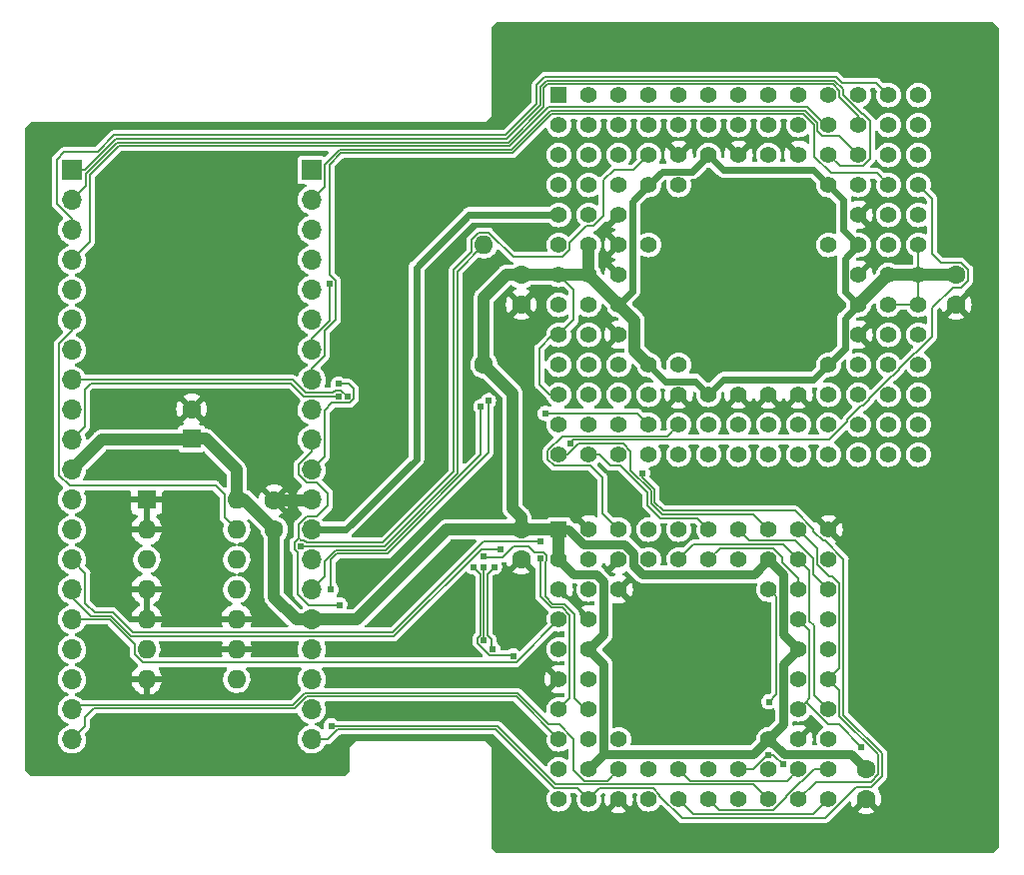
<source format=gtl>
G04 #@! TF.GenerationSoftware,KiCad,Pcbnew,(6.0.10-0)*
G04 #@! TF.CreationDate,2023-01-31T11:03:09+09:00*
G04 #@! TF.ProjectId,MEZ68030FPU,4d455a36-3830-4333-9046-50552e6b6963,A*
G04 #@! TF.SameCoordinates,PX5f5e100PY68e7780*
G04 #@! TF.FileFunction,Copper,L1,Top*
G04 #@! TF.FilePolarity,Positive*
%FSLAX46Y46*%
G04 Gerber Fmt 4.6, Leading zero omitted, Abs format (unit mm)*
G04 Created by KiCad (PCBNEW (6.0.10-0)) date 2023-01-31 11:03:09*
%MOMM*%
%LPD*%
G01*
G04 APERTURE LIST*
G04 #@! TA.AperFunction,ComponentPad*
%ADD10C,1.600000*%
G04 #@! TD*
G04 #@! TA.AperFunction,ComponentPad*
%ADD11R,1.397000X1.397000*%
G04 #@! TD*
G04 #@! TA.AperFunction,ComponentPad*
%ADD12C,1.397000*%
G04 #@! TD*
G04 #@! TA.AperFunction,ComponentPad*
%ADD13O,1.600000X1.600000*%
G04 #@! TD*
G04 #@! TA.AperFunction,ComponentPad*
%ADD14R,1.600000X1.600000*%
G04 #@! TD*
G04 #@! TA.AperFunction,ComponentPad*
%ADD15R,1.700000X1.700000*%
G04 #@! TD*
G04 #@! TA.AperFunction,ComponentPad*
%ADD16O,1.700000X1.700000*%
G04 #@! TD*
G04 #@! TA.AperFunction,ViaPad*
%ADD17C,0.605000*%
G04 #@! TD*
G04 #@! TA.AperFunction,Conductor*
%ADD18C,1.000000*%
G04 #@! TD*
G04 #@! TA.AperFunction,Conductor*
%ADD19C,0.152400*%
G04 #@! TD*
G04 #@! TA.AperFunction,Conductor*
%ADD20C,0.600000*%
G04 #@! TD*
G04 #@! TA.AperFunction,Conductor*
%ADD21C,0.800000*%
G04 #@! TD*
G04 APERTURE END LIST*
D10*
X42545000Y49510000D03*
X42545000Y47010000D03*
D11*
X45720000Y64770000D03*
D12*
X48260000Y64770000D03*
X50800000Y64770000D03*
X53340000Y64770000D03*
X55880000Y64770000D03*
X58420000Y64770000D03*
X60960000Y64770000D03*
X63500000Y64770000D03*
X66040000Y64770000D03*
X68580000Y64770000D03*
X71120000Y64770000D03*
X73660000Y64770000D03*
X76200000Y64770000D03*
X45720000Y62230000D03*
X48260000Y62230000D03*
X50800000Y62230000D03*
X53340000Y62230000D03*
X55880000Y62230000D03*
X58420000Y62230000D03*
X60960000Y62230000D03*
X63500000Y62230000D03*
X66040000Y62230000D03*
X68580000Y62230000D03*
X71120000Y62230000D03*
X73660000Y62230000D03*
X76200000Y62230000D03*
X45720000Y59690000D03*
X48260000Y59690000D03*
X50800000Y59690000D03*
X53340000Y59690000D03*
X55880000Y59690000D03*
X58420000Y59690000D03*
X60960000Y59690000D03*
X63500000Y59690000D03*
X66040000Y59690000D03*
X68580000Y59690000D03*
X71120000Y59690000D03*
X73660000Y59690000D03*
X76200000Y59690000D03*
X45720000Y57150000D03*
X48260000Y57150000D03*
X50800000Y57150000D03*
X53340000Y57150000D03*
X55880000Y57150000D03*
X68580000Y57150000D03*
X71120000Y57150000D03*
X73660000Y57150000D03*
X76200000Y57150000D03*
X45720000Y54610000D03*
X48260000Y54610000D03*
X50800000Y54610000D03*
X71120000Y54610000D03*
X73660000Y54610000D03*
X76200000Y54610000D03*
X45720000Y52070000D03*
X48260000Y52070000D03*
X50800000Y52070000D03*
X53340000Y52070000D03*
X68580000Y52070000D03*
X71120000Y52070000D03*
X73660000Y52070000D03*
X76200000Y52070000D03*
X45720000Y49530000D03*
X48260000Y49530000D03*
X50800000Y49530000D03*
X71120000Y49530000D03*
X73660000Y49530000D03*
X76200000Y49530000D03*
X45720000Y46990000D03*
X48260000Y46990000D03*
X50800000Y46990000D03*
X71120000Y46990000D03*
X73660000Y46990000D03*
X76200000Y46990000D03*
X45720000Y44450000D03*
X48260000Y44450000D03*
X50800000Y44450000D03*
X71120000Y44450000D03*
X73660000Y44450000D03*
X76200000Y44450000D03*
X45720000Y41910000D03*
X48260000Y41910000D03*
X50800000Y41910000D03*
X53340000Y41910000D03*
X55880000Y41910000D03*
X68580000Y41910000D03*
X71120000Y41910000D03*
X73660000Y41910000D03*
X76200000Y41910000D03*
X45720000Y39370000D03*
X48260000Y39370000D03*
X50800000Y39370000D03*
X53340000Y39370000D03*
X55880000Y39370000D03*
X58420000Y39370000D03*
X60960000Y39370000D03*
X63500000Y39370000D03*
X66040000Y39370000D03*
X68580000Y39370000D03*
X71120000Y39370000D03*
X73660000Y39370000D03*
X76200000Y39370000D03*
X45720000Y36830000D03*
X48260000Y36830000D03*
X50800000Y36830000D03*
X53340000Y36830000D03*
X55880000Y36830000D03*
X58420000Y36830000D03*
X60960000Y36830000D03*
X63500000Y36830000D03*
X66040000Y36830000D03*
X68580000Y36830000D03*
X71120000Y36830000D03*
X73660000Y36830000D03*
X76200000Y36830000D03*
X45720000Y34290000D03*
X48260000Y34290000D03*
X50800000Y34290000D03*
X53340000Y34290000D03*
X55880000Y34290000D03*
X58420000Y34290000D03*
X60960000Y34290000D03*
X63500000Y34290000D03*
X66040000Y34290000D03*
X68580000Y34290000D03*
X71120000Y34290000D03*
X73660000Y34290000D03*
X76200000Y34290000D03*
D10*
X71755000Y7600000D03*
X71755000Y5100000D03*
X39370000Y41910000D03*
D13*
X39370000Y52070000D03*
D11*
X45720000Y27940000D03*
D12*
X48260000Y27940000D03*
X50800000Y27940000D03*
X53340000Y27940000D03*
X55880000Y27940000D03*
X58420000Y27940000D03*
X60960000Y27940000D03*
X63500000Y27940000D03*
X66040000Y27940000D03*
X68580000Y27940000D03*
X45720000Y25400000D03*
X48260000Y25400000D03*
X50800000Y25400000D03*
X53340000Y25400000D03*
X55880000Y25400000D03*
X58420000Y25400000D03*
X60960000Y25400000D03*
X63500000Y25400000D03*
X66040000Y25400000D03*
X68580000Y25400000D03*
X45720000Y22860000D03*
X48260000Y22860000D03*
X50800000Y22860000D03*
X63500000Y22860000D03*
X66040000Y22860000D03*
X68580000Y22860000D03*
X45720000Y20320000D03*
X48260000Y20320000D03*
X66040000Y20320000D03*
X68580000Y20320000D03*
X45720000Y17780000D03*
X48260000Y17780000D03*
X66040000Y17780000D03*
X68580000Y17780000D03*
X45720000Y15240000D03*
X48260000Y15240000D03*
X66040000Y15240000D03*
X68580000Y15240000D03*
X45720000Y12700000D03*
X48260000Y12700000D03*
X66040000Y12700000D03*
X68580000Y12700000D03*
X45720000Y10160000D03*
X48260000Y10160000D03*
X50800000Y10160000D03*
X63500000Y10160000D03*
X66040000Y10160000D03*
X68580000Y10160000D03*
X45720000Y7620000D03*
X48260000Y7620000D03*
X50800000Y7620000D03*
X53340000Y7620000D03*
X55880000Y7620000D03*
X58420000Y7620000D03*
X60960000Y7620000D03*
X63500000Y7620000D03*
X66040000Y7620000D03*
X68580000Y7620000D03*
X45720000Y5080000D03*
X48260000Y5080000D03*
X50800000Y5080000D03*
X53340000Y5080000D03*
X55880000Y5080000D03*
X58420000Y5080000D03*
X60960000Y5080000D03*
X63500000Y5080000D03*
X66040000Y5080000D03*
X68580000Y5080000D03*
D10*
X42545000Y27940000D03*
X42545000Y25440000D03*
D14*
X10795000Y30485000D03*
D13*
X10795000Y27945000D03*
X10795000Y25405000D03*
X10795000Y22865000D03*
X10795000Y20325000D03*
X10795000Y17785000D03*
X10795000Y15245000D03*
X18415000Y15245000D03*
X18415000Y17785000D03*
X18415000Y20325000D03*
X18415000Y22865000D03*
X18415000Y25405000D03*
X18415000Y27945000D03*
X18415000Y30485000D03*
D10*
X21590000Y27940000D03*
X21590000Y30440000D03*
X79395000Y49510000D03*
X79395000Y47010000D03*
D14*
X14605000Y35647620D03*
D10*
X14605000Y38147620D03*
D15*
X24765000Y58420000D03*
D16*
X24765000Y55880000D03*
X24765000Y53340000D03*
X24765000Y50800000D03*
X24765000Y48260000D03*
X24765000Y45720000D03*
X24765000Y43180000D03*
X24765000Y40640000D03*
X24765000Y38100000D03*
X24765000Y35560000D03*
X24765000Y33020000D03*
X24765000Y30480000D03*
X24765000Y27940000D03*
X24765000Y25400000D03*
X24765000Y22860000D03*
X24765000Y20320000D03*
X24765000Y17780000D03*
X24765000Y15240000D03*
X24765000Y12700000D03*
X24765000Y10160000D03*
D15*
X4445000Y58415000D03*
D16*
X4445000Y55875000D03*
X4445000Y53335000D03*
X4445000Y50795000D03*
X4445000Y48255000D03*
X4445000Y45715000D03*
X4445000Y43175000D03*
X4445000Y40635000D03*
X4445000Y38095000D03*
X4445000Y35555000D03*
X4445000Y33015000D03*
X4445000Y30475000D03*
X4445000Y27935000D03*
X4445000Y25395000D03*
X4445000Y22855000D03*
X4445000Y20315000D03*
X4445000Y17775000D03*
X4445000Y15235000D03*
X4445000Y12695000D03*
X4445000Y10155000D03*
D17*
X81915000Y31115000D03*
X31115000Y20320000D03*
X7620000Y52070000D03*
X43180000Y34925000D03*
X27305000Y29210000D03*
X21590000Y45720000D03*
X31750000Y46355000D03*
X29210000Y17780000D03*
X27305000Y8255000D03*
X1270000Y61595000D03*
X50800000Y31115000D03*
X66040000Y57150000D03*
X58420000Y57150000D03*
X27305000Y34925000D03*
X39370000Y30480000D03*
X31750000Y47625000D03*
X43180000Y53340000D03*
X20955000Y20320000D03*
X53340000Y22860000D03*
X60960000Y22860000D03*
X56515000Y31115000D03*
X62865000Y16510000D03*
X58420000Y41910000D03*
X7620000Y33020000D03*
X74930000Y63500000D03*
X41275000Y69850000D03*
X29210000Y15240000D03*
X50800000Y16510000D03*
X81915000Y69850000D03*
X42545000Y20320000D03*
X47625000Y31115000D03*
X60960000Y10160000D03*
X31750000Y45085000D03*
X43180000Y55880000D03*
X30480000Y24765000D03*
X53340000Y10160000D03*
X1270000Y8255000D03*
X66040000Y41910000D03*
X37465000Y52070000D03*
X81915000Y1270000D03*
X30480000Y29210000D03*
X66040000Y48260000D03*
X55880000Y48260000D03*
X38100000Y34925000D03*
X40640000Y1270000D03*
X37465000Y20320000D03*
X27305000Y30480000D03*
X27305000Y31750000D03*
X21590000Y52070000D03*
X7620000Y45720000D03*
X42545000Y11430000D03*
X71379809Y9530809D03*
X27797243Y39225200D03*
X44575100Y37789700D03*
X27033700Y39225700D03*
X26425300Y11312300D03*
X44172900Y26924000D03*
X63522700Y13343800D03*
X63500000Y8816100D03*
X40767000Y26289000D03*
X64694146Y8021881D03*
X40259000Y24765000D03*
X40132000Y17802600D03*
X26289000Y48790600D03*
X39348700Y25662000D03*
X39363746Y24768688D03*
X39370000Y18542000D03*
X46662800Y35272200D03*
X27142500Y21554500D03*
X38481000Y24765000D03*
X27051000Y40287400D03*
X41852309Y17226000D03*
X39116000Y38354000D03*
X26416000Y22860000D03*
X39751000Y38862000D03*
X52806800Y32714252D03*
X23860400Y26519500D03*
X44162158Y25512358D03*
D18*
X21575000Y30485000D02*
X21590000Y30500000D01*
X21590000Y30440000D02*
X24725000Y30440000D01*
X24725000Y30440000D02*
X24765000Y30480000D01*
X18415000Y30485000D02*
X19045000Y30485000D01*
D19*
X73660000Y46990000D02*
X76200000Y46990000D01*
D18*
X21590000Y27940000D02*
X21590000Y22225000D01*
X48260000Y49530000D02*
X50800000Y46990000D01*
D20*
X54491000Y58300900D02*
X53340000Y57150000D01*
D21*
X64770000Y11430000D02*
X63500000Y10160000D01*
D18*
X45720000Y27940000D02*
X45720000Y25400000D01*
X39370000Y41910000D02*
X39370000Y47625000D01*
D19*
X45720000Y49530000D02*
X46990000Y48260000D01*
D21*
X62249000Y24149100D02*
X52822000Y24149100D01*
D20*
X58420000Y39370000D02*
X57269000Y40520900D01*
D21*
X49511000Y16529100D02*
X48260000Y17780000D01*
D19*
X44958000Y39370000D02*
X45720000Y39370000D01*
D18*
X18415000Y30485000D02*
X18415000Y33000000D01*
D20*
X67310000Y58420000D02*
X59690000Y58420000D01*
D21*
X64789000Y8871000D02*
X70484000Y8871000D01*
D18*
X45700000Y49510000D02*
X45720000Y49530000D01*
D21*
X66040000Y17780000D02*
X64770000Y16510000D01*
X49511000Y19030900D02*
X49511000Y23514100D01*
D20*
X69969000Y50919100D02*
X71120000Y52070000D01*
X69969000Y43299100D02*
X69969000Y45839100D01*
D19*
X45720000Y44450000D02*
X45212000Y44450000D01*
D18*
X24765000Y20320000D02*
X28575000Y20320000D01*
D20*
X51951000Y55760900D02*
X51951000Y48140900D01*
X71120000Y46990000D02*
X69969000Y48140900D01*
D21*
X63500000Y10142774D02*
X63500000Y10160000D01*
D20*
X68580000Y57150000D02*
X67310000Y58420000D01*
D18*
X41295000Y49510000D02*
X42545000Y49510000D01*
D21*
X52070000Y25899000D02*
X51299000Y26670000D01*
D18*
X79395000Y49510000D02*
X76220000Y49510000D01*
D21*
X49511000Y8871000D02*
X49511000Y16529100D01*
D18*
X52151000Y43099100D02*
X53340000Y41910000D01*
D20*
X53340000Y57150000D02*
X51951000Y55760900D01*
X69850000Y55880000D02*
X68580000Y57150000D01*
D21*
X49511000Y23514100D02*
X48895000Y24130000D01*
D19*
X46990000Y48260000D02*
X46990000Y45720000D01*
D20*
X67310000Y40640000D02*
X68580000Y41910000D01*
D18*
X23495000Y20320000D02*
X24765000Y20320000D01*
D20*
X69969000Y45839100D02*
X71120000Y46990000D01*
D18*
X15767380Y35647620D02*
X14605000Y35647620D01*
X45720000Y49530000D02*
X48260000Y49530000D01*
X28575000Y20320000D02*
X36195000Y27940000D01*
D19*
X44069000Y40259000D02*
X44958000Y39370000D01*
D20*
X51951000Y48140900D02*
X50800000Y46990000D01*
D18*
X76200000Y49530000D02*
X73660000Y49530000D01*
D21*
X48260000Y17780000D02*
X49511000Y19030900D01*
D18*
X48260000Y49530000D02*
X48260000Y52070000D01*
X42545000Y27940000D02*
X45720000Y27940000D01*
D21*
X51299000Y26670000D02*
X47761000Y26670000D01*
X64751000Y24149100D02*
X63500000Y25400000D01*
X64770000Y16510000D02*
X64770000Y11430000D01*
X62228226Y8871000D02*
X63500000Y10142774D01*
D20*
X69969000Y48140900D02*
X69969000Y50919100D01*
D21*
X49511000Y8871000D02*
X62228226Y8871000D01*
D20*
X54729000Y40520900D02*
X53340000Y41910000D01*
D18*
X52151000Y45639100D02*
X52151000Y43099100D01*
D21*
X52070000Y24901000D02*
X52070000Y25899000D01*
D20*
X57269000Y40520900D02*
X54729000Y40520900D01*
D18*
X36195000Y27940000D02*
X42545000Y27940000D01*
D21*
X63500000Y10160000D02*
X64789000Y8871000D01*
D19*
X44069000Y43307000D02*
X44069000Y40259000D01*
D18*
X41783000Y29718000D02*
X41783000Y39497000D01*
D21*
X48895000Y24130000D02*
X46990000Y24130000D01*
X52822000Y24149100D02*
X52070000Y24901000D01*
X63500000Y25400000D02*
X62249000Y24149100D01*
D18*
X42545000Y49510000D02*
X45700000Y49510000D01*
X39370000Y47625000D02*
X41275000Y49530000D01*
D21*
X46491000Y27940000D02*
X45720000Y27940000D01*
D20*
X59690000Y40640000D02*
X67310000Y40640000D01*
D21*
X48260000Y7620000D02*
X49511000Y8871000D01*
D20*
X58420000Y59690000D02*
X57031000Y58300900D01*
D18*
X41275000Y49530000D02*
X41295000Y49510000D01*
X73660000Y49530000D02*
X71120000Y46990000D01*
D20*
X71120000Y52070000D02*
X69850000Y53340000D01*
D18*
X42545000Y28956000D02*
X41783000Y29718000D01*
D21*
X47761000Y26670000D02*
X46491000Y27940000D01*
D19*
X46990000Y45720000D02*
X45720000Y44450000D01*
D18*
X14517380Y35560000D02*
X6985000Y35560000D01*
X19045000Y30485000D02*
X21590000Y27940000D01*
X76220000Y49510000D02*
X76200000Y49530000D01*
D19*
X76200000Y49530000D02*
X76200000Y52070000D01*
D21*
X64751000Y19069100D02*
X64751000Y24149100D01*
X66040000Y17780000D02*
X64751000Y19069100D01*
X70484000Y8871000D02*
X71755000Y7600000D01*
D20*
X69850000Y53340000D02*
X69850000Y55880000D01*
X58420000Y39370000D02*
X59690000Y40640000D01*
D19*
X76200000Y46990000D02*
X76200000Y49530000D01*
D18*
X18415000Y33000000D02*
X15767380Y35647620D01*
X4445000Y33015000D02*
X4445000Y33020000D01*
D20*
X59690000Y58420000D02*
X58420000Y59690000D01*
D19*
X45212000Y44450000D02*
X44069000Y43307000D01*
D21*
X46990000Y24130000D02*
X45720000Y25400000D01*
D18*
X14605000Y35647620D02*
X14517380Y35560000D01*
X41783000Y39497000D02*
X39370000Y41910000D01*
X42545000Y27940000D02*
X42545000Y28956000D01*
X21590000Y22225000D02*
X23495000Y20320000D01*
X6985000Y35560000D02*
X4445000Y33020000D01*
D20*
X68580000Y41910000D02*
X69969000Y43299100D01*
X57031000Y58300900D02*
X54491000Y58300900D01*
D18*
X50800000Y46990000D02*
X52151000Y45639100D01*
D19*
X69811900Y65280270D02*
X69811900Y64766982D01*
X44666648Y66001900D02*
X69090270Y66001900D01*
X8170500Y61061600D02*
X41299652Y61061600D01*
X69522400Y58747600D02*
X68580000Y59690000D01*
X44145200Y65480452D02*
X44666648Y66001900D01*
X71496700Y58747600D02*
X69522400Y58747600D01*
X72089800Y62571318D02*
X72089800Y59340700D01*
X72089800Y59340700D02*
X71496700Y58747600D01*
X71504018Y63157100D02*
X72089800Y62571318D01*
X4445000Y58415000D02*
X5523900Y58415000D01*
X44145200Y63907148D02*
X44145200Y65480452D01*
X69811900Y64766982D02*
X71421782Y63157100D01*
X5523900Y58415000D02*
X8170500Y61061600D01*
X41299652Y61061600D02*
X44145200Y63907148D01*
X71421782Y63157100D02*
X71504018Y63157100D01*
X69090270Y66001900D02*
X69811900Y65280270D01*
X69507100Y65154018D02*
X69507100Y64640730D01*
X69507100Y64640730D02*
X71120000Y63027830D01*
X4445000Y55875000D02*
X5650152Y57080152D01*
X8296752Y60756800D02*
X41425904Y60756800D01*
X41425904Y60756800D02*
X44450000Y63780896D01*
X44450000Y63780896D02*
X44450000Y65354200D01*
X68964018Y65697100D02*
X69507100Y65154018D01*
X44450000Y65354200D02*
X44792900Y65697100D01*
X5650152Y57080152D02*
X5650152Y58110200D01*
X5650152Y58110200D02*
X8296752Y60756800D01*
X71120000Y63027830D02*
X71120000Y62230000D01*
X44792900Y65697100D02*
X68964018Y65697100D01*
X69737222Y65786000D02*
X72644000Y65786000D01*
X72644000Y65786000D02*
X73660000Y64770000D01*
X8044248Y61366400D02*
X41173400Y61366400D01*
X43840400Y64033400D02*
X43840400Y65606704D01*
X69216522Y66306700D02*
X69737222Y65786000D01*
X4445000Y54279000D02*
X3175000Y55549000D01*
X6621848Y59944000D02*
X8044248Y61366400D01*
X3175000Y55549000D02*
X3175000Y59302200D01*
X3816800Y59944000D02*
X6621848Y59944000D01*
X3175000Y59302200D02*
X3816800Y59944000D01*
X43840400Y65606704D02*
X44540396Y66306700D01*
X41173400Y61366400D02*
X43840400Y64033400D01*
X44540396Y66306700D02*
X69216522Y66306700D01*
X4445000Y53335000D02*
X4445000Y54279000D01*
X68326000Y62230000D02*
X68580000Y62230000D01*
X5954952Y52304952D02*
X5954952Y57983948D01*
X41552156Y60452000D02*
X44866856Y63766700D01*
X44866856Y63766700D02*
X66789300Y63766700D01*
X4445000Y50795000D02*
X5954952Y52304952D01*
X5954952Y57983948D02*
X8423004Y60452000D01*
X66789300Y63766700D02*
X68326000Y62230000D01*
X8423004Y60452000D02*
X41552156Y60452000D01*
X3357500Y43683500D02*
X3357500Y32546900D01*
X16611300Y31648700D02*
X17386400Y30873600D01*
X17386400Y30873600D02*
X17386400Y28973600D01*
X17386400Y28973600D02*
X18415000Y27945000D01*
X3357500Y32546900D02*
X4255700Y31648700D01*
X4445000Y44771000D02*
X3357500Y43683500D01*
X4445000Y45715000D02*
X4445000Y44771000D01*
X4255700Y31648700D02*
X16611300Y31648700D01*
X66652100Y13312100D02*
X66040000Y12700000D01*
X53238400Y31089600D02*
X53238400Y30024874D01*
X54339674Y28923600D02*
X57436400Y28923600D01*
X66973400Y19386600D02*
X66973400Y13633400D01*
X69480618Y11430000D02*
X68534100Y11430000D01*
X50965100Y33362900D02*
X53238400Y31089600D01*
X66040000Y20320000D02*
X66973400Y19386600D01*
X49140066Y34290000D02*
X50067166Y33362900D01*
X71379809Y9530809D02*
X69480618Y11430000D01*
X66973400Y13633400D02*
X66652100Y13312100D01*
X48260000Y34290000D02*
X49140066Y34290000D01*
X68534100Y11430000D02*
X66652100Y13312100D01*
X57436400Y28923600D02*
X58420000Y27940000D01*
X53238400Y30024874D02*
X54339674Y28923600D01*
X50067166Y33362900D02*
X50965100Y33362900D01*
X27265643Y39756800D02*
X26813711Y39756800D01*
X23153700Y40635000D02*
X4445000Y40635000D01*
X44575100Y37789700D02*
X52380300Y37789700D01*
X26587411Y39530500D02*
X24258200Y39530500D01*
X52380300Y37789700D02*
X53340000Y36830000D01*
X27797243Y39225200D02*
X27265643Y39756800D01*
X26813711Y39756800D02*
X26587411Y39530500D01*
X24258200Y39530500D02*
X23153700Y40635000D01*
X59353800Y4146200D02*
X58420000Y5080000D01*
X66386318Y6655200D02*
X66262600Y6655200D01*
X59384800Y26364800D02*
X58420000Y25400000D01*
X66040000Y22860000D02*
X66040000Y23766300D01*
X64680800Y25125500D02*
X64680800Y25576300D01*
X66262600Y6655200D02*
X64985900Y5378500D01*
X63892500Y4146200D02*
X59353800Y4146200D01*
X64985900Y5239600D02*
X63892500Y4146200D01*
X67351118Y7620000D02*
X66386318Y6655200D01*
X64680800Y25576300D02*
X63892300Y26364800D01*
X63892300Y26364800D02*
X59384800Y26364800D01*
X68580000Y7620000D02*
X67351118Y7620000D01*
X66040000Y23766300D02*
X64680800Y25125500D01*
X64985900Y5378500D02*
X64985900Y5239600D01*
X67310000Y25479400D02*
X67310000Y24130000D01*
X6040200Y40330200D02*
X5523600Y39813600D01*
X5523600Y36633600D02*
X4445000Y35555000D01*
X68580000Y5080000D02*
X67308100Y3808100D01*
X60960000Y27940000D02*
X61887500Y27012500D01*
X5523600Y39813600D02*
X5523600Y36633600D01*
X23027448Y40330200D02*
X6040200Y40330200D01*
X65776900Y27012500D02*
X67310000Y25479400D01*
X61887500Y27012500D02*
X65776900Y27012500D01*
X67310000Y24130000D02*
X68580000Y22860000D01*
X57151900Y3808100D02*
X55880000Y5080000D01*
X24131948Y39225700D02*
X23027448Y40330200D01*
X27033700Y39225700D02*
X24131948Y39225700D01*
X67308100Y3808100D02*
X57151900Y3808100D01*
X62228100Y6351900D02*
X63500000Y5080000D01*
X68580000Y12700000D02*
X67357600Y13922400D01*
X66973200Y24466800D02*
X66040000Y25400000D01*
X40496400Y11303000D02*
X45447500Y6351900D01*
X26425300Y11312300D02*
X26434600Y11303000D01*
X26434600Y11303000D02*
X40496400Y11303000D01*
X66973200Y20185400D02*
X66973200Y24466800D01*
X67357600Y13922400D02*
X67357600Y19801000D01*
X45447500Y6351900D02*
X62228100Y6351900D01*
X67357600Y19801000D02*
X66973200Y20185400D01*
X64770000Y26670000D02*
X57150000Y26670000D01*
X66040000Y25400000D02*
X64770000Y26670000D01*
X57150000Y26670000D02*
X55880000Y25400000D01*
X53543200Y30151126D02*
X54465926Y29228400D01*
X47388000Y35245900D02*
X51155218Y35245900D01*
X62211600Y29228400D02*
X63500000Y27940000D01*
X65077100Y6657100D02*
X56842900Y6657100D01*
X51816000Y32943052D02*
X53543200Y31215852D01*
X51816000Y34585118D02*
X51816000Y32943052D01*
X56842900Y6657100D02*
X55880000Y7620000D01*
X51155218Y35245900D02*
X51816000Y34585118D01*
X45720000Y34290000D02*
X46432100Y34290000D01*
X54465926Y29228400D02*
X62211600Y29228400D01*
X53543200Y31215852D02*
X53543200Y30151126D01*
X66040000Y7620000D02*
X65077100Y6657100D01*
X46432100Y34290000D02*
X47388000Y35245900D01*
X44792900Y34674018D02*
X45984082Y35865200D01*
X4450000Y25395000D02*
X4445000Y25395000D01*
X49403000Y29337000D02*
X49403000Y32385000D01*
X67531400Y6571400D02*
X66040000Y5080000D01*
X39315948Y26911400D02*
X31624348Y19219800D01*
X69510300Y23347100D02*
X69510300Y16170300D01*
X72202700Y6571400D02*
X67531400Y6571400D01*
X67615200Y26364800D02*
X67615200Y25028500D01*
X5588000Y24257000D02*
X4450000Y25395000D01*
X66040000Y27940000D02*
X67615200Y26364800D01*
X9590152Y19219800D02*
X7885352Y20924600D01*
X48425100Y33362900D02*
X45335982Y33362900D01*
X68653300Y23990400D02*
X68867000Y23990400D01*
X69510300Y16170300D02*
X68580000Y15240000D01*
X72800700Y8860300D02*
X72800700Y7169400D01*
X69507100Y12153900D02*
X72800700Y8860300D01*
X68867000Y23990400D02*
X69510300Y23347100D01*
X45984082Y35865200D02*
X54915200Y35865200D01*
X7885352Y20924600D02*
X6380400Y20924600D01*
X54915200Y35865200D02*
X55880000Y36830000D01*
X44792900Y33905982D02*
X44792900Y34674018D01*
X44172900Y26924000D02*
X44160300Y26911400D01*
X31624348Y19219800D02*
X9590152Y19219800D01*
X50800000Y27940000D02*
X49403000Y29337000D01*
X68580000Y15240000D02*
X69507100Y14312900D01*
X67615200Y25028500D02*
X68653300Y23990400D01*
X72800700Y7169400D02*
X72202700Y6571400D01*
X5588000Y21717000D02*
X5588000Y24257000D01*
X45335982Y33362900D02*
X44792900Y33905982D01*
X69507100Y14312900D02*
X69507100Y12153900D01*
X6380400Y20924600D02*
X5588000Y21717000D01*
X44160300Y26911400D02*
X39315948Y26911400D01*
X49403000Y32385000D02*
X48425100Y33362900D01*
X6050200Y20619800D02*
X4445000Y22225000D01*
X63899927Y8816100D02*
X63500000Y8816100D01*
X39124600Y26289000D02*
X31750200Y18914600D01*
X64694146Y8021881D02*
X63899927Y8816100D01*
X64135000Y13956100D02*
X63522700Y13343800D01*
X60960000Y7620000D02*
X62175100Y7620000D01*
X64122400Y18808725D02*
X64135000Y18796125D01*
X64122400Y22237600D02*
X64122400Y18808725D01*
X64135000Y18796125D02*
X64135000Y13956100D01*
X62175100Y7620000D02*
X63371200Y8816100D01*
X31750200Y18914600D02*
X9464300Y18914600D01*
X9464300Y18914600D02*
X7759100Y20619800D01*
X40767000Y26289000D02*
X39124600Y26289000D01*
X63371200Y8816100D02*
X63500000Y8816100D01*
X7759100Y20619800D02*
X6050200Y20619800D01*
X63500000Y22860000D02*
X64122400Y22237600D01*
X4445000Y22225000D02*
X4445000Y22855000D01*
X4445000Y20315000D02*
X7632848Y20315000D01*
X42095400Y16695400D02*
X45720000Y20320000D01*
X9766400Y17358939D02*
X10429939Y16695400D01*
X10429939Y16695400D02*
X42095400Y16695400D01*
X9766400Y18181448D02*
X9766400Y17358939D01*
X7632848Y20315000D02*
X9766400Y18181448D01*
X44881052Y11430000D02*
X45770200Y11430000D01*
X4445000Y12695000D02*
X4831000Y13081000D01*
X24205577Y14097000D02*
X42214052Y14097000D01*
X46990100Y10210100D02*
X46990100Y7569200D01*
X46990100Y7569200D02*
X47902200Y6657100D01*
X23190415Y13081838D02*
X24205577Y14097000D01*
X42214052Y14097000D02*
X44881052Y11430000D01*
X47902200Y6657100D02*
X49837100Y6657100D01*
X45770200Y11430000D02*
X46990100Y10210100D01*
X49837100Y6657100D02*
X50800000Y7620000D01*
X23191252Y13081000D02*
X23190415Y13081838D01*
X4831000Y13081000D02*
X23191252Y13081000D01*
X23317504Y12776200D02*
X23496052Y12954748D01*
X23496052Y12954748D02*
X23496052Y12956423D01*
X42101400Y13778600D02*
X45720000Y10160000D01*
X5523600Y11233600D02*
X5523600Y12000600D01*
X23496052Y12956423D02*
X24318229Y13778600D01*
X5523600Y12000600D02*
X6299200Y12776200D01*
X39674800Y24180800D02*
X39674800Y18988289D01*
X24318229Y13778600D02*
X42101400Y13778600D01*
X4445000Y10155000D02*
X5523600Y11233600D01*
X39674800Y18988289D02*
X40005000Y18658089D01*
X6299200Y12776200D02*
X23317504Y12776200D01*
X40259000Y24765000D02*
X39674800Y24180800D01*
X40005000Y18658089D02*
X40005000Y17929600D01*
X40005000Y17929600D02*
X40132000Y17802600D01*
X25843600Y58863600D02*
X27127200Y60147200D01*
X69507100Y61302900D02*
X71120000Y59690000D01*
X41678408Y60147200D02*
X44993108Y63461900D01*
X25843600Y56958600D02*
X25843600Y58863600D01*
X24765000Y55880000D02*
X25843600Y56958600D01*
X27127200Y60147200D02*
X41678408Y60147200D01*
X67652900Y61722000D02*
X68072000Y61302900D01*
X67652900Y62395100D02*
X67652900Y61722000D01*
X44993108Y63461900D02*
X66586100Y63461900D01*
X68072000Y61302900D02*
X69507100Y61302900D01*
X66586100Y63461900D02*
X67652900Y62395100D01*
X26289000Y48790600D02*
X26289000Y45648000D01*
X43180000Y26543000D02*
X43679542Y26043458D01*
X39423800Y25586900D02*
X40938700Y25586900D01*
X44693258Y25732347D02*
X44693258Y25292369D01*
X47036400Y20781600D02*
X47036400Y13669600D01*
X46177200Y21640800D02*
X47036400Y20781600D01*
X43679542Y26043458D02*
X44382147Y26043458D01*
X45211252Y21640800D02*
X46177200Y21640800D01*
X39348700Y25662000D02*
X39423800Y25586900D01*
X44693258Y25292369D02*
X44577000Y25176111D01*
X44382147Y26043458D02*
X44693258Y25732347D01*
X41894800Y26543000D02*
X43180000Y26543000D01*
X26289000Y45648000D02*
X24765000Y44124000D01*
X48006000Y12700000D02*
X48260000Y12700000D01*
X24765000Y44124000D02*
X24765000Y43180000D01*
X44577000Y25176111D02*
X44577000Y22275052D01*
X47036400Y13669600D02*
X48006000Y12700000D01*
X44577000Y22275052D02*
X45211252Y21640800D01*
X40938700Y25586900D02*
X41894800Y26543000D01*
X72672800Y58137200D02*
X73660000Y57150000D01*
X66424018Y63157100D02*
X67348100Y62233018D01*
X26820100Y45748048D02*
X26820100Y49010589D01*
X47866300Y63157100D02*
X66424018Y63157100D01*
X25843900Y42662800D02*
X25843900Y44771848D01*
X24765000Y40640000D02*
X24765000Y41583900D01*
X67348100Y62233018D02*
X67348100Y59564800D01*
X27253452Y59842400D02*
X41804660Y59842400D01*
X26289000Y49541689D02*
X26289000Y58877948D01*
X24765000Y41583900D02*
X25843900Y42662800D01*
X47853600Y63144400D02*
X47866300Y63157100D01*
X45119360Y63157100D02*
X46104018Y63157100D01*
X68775700Y58137200D02*
X72672800Y58137200D01*
X26289000Y58877948D02*
X27253452Y59842400D01*
X46116718Y63144400D02*
X47853600Y63144400D01*
X46104018Y63157100D02*
X46116718Y63144400D01*
X41804660Y59842400D02*
X45119360Y63157100D01*
X26820100Y49010589D02*
X26289000Y49541689D01*
X25843900Y44771848D02*
X26820100Y45748048D01*
X67348100Y59564800D02*
X68775700Y58137200D01*
X72047100Y38985982D02*
X71504018Y38442900D01*
X78112400Y50538600D02*
X79821061Y50538600D01*
X76200000Y57150000D02*
X77343000Y56007000D01*
X74587100Y41608218D02*
X74587100Y41525982D01*
X77343000Y44281882D02*
X75987118Y42926000D01*
X80423600Y49073600D02*
X79831400Y48481400D01*
X73961782Y40982900D02*
X72047100Y39068218D01*
X71335900Y38442900D02*
X70192900Y37299900D01*
X77343000Y51308000D02*
X78112400Y50538600D01*
X79088400Y48481400D02*
X77343000Y46736000D01*
X70192900Y37131782D02*
X68621118Y35560000D01*
X79831400Y48481400D02*
X79088400Y48481400D01*
X46950600Y35560000D02*
X46662800Y35272200D01*
X75904882Y42926000D02*
X74587100Y41608218D01*
X68621118Y35560000D02*
X46950600Y35560000D01*
X75987118Y42926000D02*
X75904882Y42926000D01*
X77343000Y56007000D02*
X77343000Y51308000D01*
X80423600Y49936061D02*
X80423600Y49073600D01*
X79821061Y50538600D02*
X80423600Y49936061D01*
X74587100Y41525982D02*
X74044018Y40982900D01*
X39370000Y24762434D02*
X39370000Y18542000D01*
X77343000Y46736000D02*
X77343000Y44281882D01*
X71504018Y38442900D02*
X71335900Y38442900D01*
X70192900Y37299900D02*
X70192900Y37131782D01*
X74044018Y40982900D02*
X73961782Y40982900D01*
X72047100Y39068218D02*
X72047100Y38985982D01*
X39363746Y24768688D02*
X39370000Y24762434D01*
X24515100Y21554500D02*
X23622000Y22447600D01*
X25211771Y29018600D02*
X24318229Y29018600D01*
X26162000Y30991171D02*
X26162000Y29968829D01*
X46647100Y51685982D02*
X46015118Y51054000D01*
X38341400Y51472452D02*
X36830000Y49961052D01*
X23639000Y27195000D02*
X23716600Y27195000D01*
X52070000Y58420000D02*
X50398441Y58420000D01*
X23329300Y26885300D02*
X23639000Y27195000D01*
X48094900Y53682900D02*
X46647100Y52235100D01*
X23622000Y22447600D02*
X23622000Y26006811D01*
X50398441Y58420000D02*
X49530000Y57551559D01*
X25211771Y31941400D02*
X26162000Y30991171D01*
X38943939Y53098600D02*
X38341400Y52496061D01*
X46647100Y52235100D02*
X46647100Y51685982D01*
X26162000Y29968829D02*
X25211771Y29018600D01*
X53340000Y59690000D02*
X52070000Y58420000D01*
X23686400Y27225200D02*
X23716600Y27195000D01*
X24318229Y29018600D02*
X23686400Y28386771D01*
X39796061Y53098600D02*
X38943939Y53098600D01*
X30825544Y26842900D02*
X24312400Y26842900D01*
X24318229Y31941400D02*
X25211771Y31941400D01*
X24765000Y34545371D02*
X23686400Y33466771D01*
X23860600Y27051000D02*
X23716600Y27195000D01*
X48644018Y53682900D02*
X48094900Y53682900D01*
X38341400Y52496061D02*
X38341400Y51472452D01*
X23686400Y32573229D02*
X24318229Y31941400D01*
X46015118Y51054000D02*
X41840661Y51054000D01*
X36830000Y32847356D02*
X30825544Y26842900D01*
X49530000Y57551559D02*
X49530000Y54568882D01*
X24765000Y35560000D02*
X24765000Y34545371D01*
X41840661Y51054000D02*
X39796061Y53098600D01*
X24312400Y26842900D02*
X24104300Y27051000D01*
X49530000Y54568882D02*
X48644018Y53682900D01*
X23329300Y26299511D02*
X23329300Y26885300D01*
X24104300Y27051000D02*
X23860600Y27051000D01*
X23686400Y28386771D02*
X23686400Y27225200D01*
X27142500Y21554500D02*
X24515100Y21554500D01*
X23622000Y26006811D02*
X23329300Y26299511D01*
X36830000Y49961052D02*
X36830000Y32847356D01*
X23686400Y33466771D02*
X23686400Y32573229D01*
X28017232Y38694100D02*
X26502100Y38694100D01*
X39065200Y18988289D02*
X38838900Y18761989D01*
X38838900Y18311100D02*
X39878000Y17272000D01*
X27911600Y40287400D02*
X28328343Y39870657D01*
X27051000Y40287400D02*
X27911600Y40287400D01*
X28328343Y39870657D02*
X28328343Y39005211D01*
X26502100Y38694100D02*
X25843600Y38035600D01*
X39878000Y17272000D02*
X41806309Y17272000D01*
X25843600Y38035600D02*
X25843600Y34098600D01*
X25843600Y34098600D02*
X24765000Y33020000D01*
X38838900Y18761989D02*
X38838900Y18311100D01*
X41806309Y17272000D02*
X41852309Y17226000D01*
X28328343Y39005211D02*
X28017232Y38694100D01*
X38481000Y24765000D02*
X39065200Y24180800D01*
X39065200Y24180800D02*
X39065200Y18988289D01*
D20*
X33655000Y50165000D02*
X38100000Y54610000D01*
X24765000Y27940000D02*
X27686000Y27940000D01*
X27686000Y27940000D02*
X33655000Y33909000D01*
X38100000Y54610000D02*
X45720000Y54610000D01*
X33655000Y33909000D02*
X33655000Y50165000D01*
D19*
X31059448Y26214700D02*
X26799648Y26214700D01*
X25843600Y25258652D02*
X25843600Y23938600D01*
X39116000Y34271252D02*
X31059448Y26214700D01*
X39116000Y38354000D02*
X39116000Y34271252D01*
X26799648Y26214700D02*
X25843600Y25258652D01*
X25843600Y23938600D02*
X24765000Y22860000D01*
X31185700Y25909900D02*
X26925900Y25909900D01*
X39751000Y38862000D02*
X39751000Y34475200D01*
X26925900Y25909900D02*
X26416000Y25400000D01*
X39751000Y34475200D02*
X31185700Y25909900D01*
X26416000Y25400000D02*
X26416000Y22860000D01*
X54267100Y5381782D02*
X54267100Y5464018D01*
X52806800Y32714252D02*
X52806800Y32383304D01*
X65757918Y29533200D02*
X67310100Y27981018D01*
X52806800Y32383304D02*
X53848000Y31342104D01*
X69850000Y12242052D02*
X73105500Y8986552D01*
X53848000Y31342104D02*
X53848000Y30277378D01*
X53724018Y6007100D02*
X49187100Y6007100D01*
X70939718Y6128600D02*
X68309118Y3498000D01*
X26162000Y10160000D02*
X27000200Y10998200D01*
X49187100Y6007100D02*
X48260000Y5080000D01*
X69850000Y25448500D02*
X69850000Y12242052D01*
X72190952Y6128600D02*
X70939718Y6128600D01*
X54592178Y29533200D02*
X65757918Y29533200D01*
X73105500Y7043148D02*
X72190952Y6128600D01*
X68293700Y27004800D02*
X69850000Y25448500D01*
X24765000Y10160000D02*
X26162000Y10160000D01*
X68128400Y27004800D02*
X68293700Y27004800D01*
X53848000Y30277378D02*
X54592178Y29533200D01*
X45320900Y6046800D02*
X47293200Y6046800D01*
X47293200Y6046800D02*
X48260000Y5080000D01*
X54267100Y5464018D02*
X53724018Y6007100D01*
X73105500Y8986552D02*
X73105500Y7043148D01*
X68309118Y3498000D02*
X56150882Y3498000D01*
X67310100Y27981018D02*
X67310100Y27823100D01*
X56150882Y3498000D02*
X54267100Y5381782D01*
X67310100Y27823100D02*
X68128400Y27004800D01*
X27000200Y10998200D02*
X40369500Y10998200D01*
X40369500Y10998200D02*
X45320900Y6046800D01*
X37134800Y32721104D02*
X30933196Y26519500D01*
X39370000Y52070000D02*
X37134800Y49834800D01*
X37134800Y49834800D02*
X37134800Y32721104D01*
X30933196Y26519500D02*
X23860400Y26519500D01*
X45085000Y21336000D02*
X46015118Y21336000D01*
X44162158Y22258842D02*
X45085000Y21336000D01*
X46651000Y13631000D02*
X45720000Y12700000D01*
X46015118Y21336000D02*
X46651000Y20700118D01*
X44162158Y25512358D02*
X44162158Y22258842D01*
X46651000Y20700118D02*
X46651000Y13631000D01*
G04 #@! TA.AperFunction,Conductor*
G36*
X82515931Y70979998D02*
G01*
X82536905Y70963095D01*
X82963095Y70536905D01*
X82997121Y70474593D01*
X83000000Y70447810D01*
X83000000Y1052190D01*
X82979998Y984069D01*
X82963095Y963095D01*
X82536905Y536905D01*
X82474593Y502879D01*
X82447810Y500000D01*
X40552190Y500000D01*
X40484069Y520002D01*
X40463095Y536905D01*
X40036905Y963095D01*
X40002879Y1025407D01*
X40000000Y1052190D01*
X40000000Y9500000D01*
X39500000Y10000000D01*
X28500000Y10000000D01*
X28000000Y9500000D01*
X28000000Y7552190D01*
X27979998Y7484069D01*
X27963095Y7463095D01*
X27536905Y7036905D01*
X27474593Y7002879D01*
X27447810Y7000000D01*
X1052190Y7000000D01*
X984069Y7020002D01*
X963095Y7036905D01*
X536905Y7463095D01*
X502879Y7525407D01*
X500000Y7552190D01*
X500000Y55535445D01*
X2743692Y55535445D01*
X2745384Y55526183D01*
X2745384Y55526174D01*
X2753663Y55480848D01*
X2754314Y55476940D01*
X2762556Y55422116D01*
X2765516Y55415952D01*
X2766745Y55409223D01*
X2792322Y55359985D01*
X2794079Y55356469D01*
X2814020Y55314941D01*
X2814022Y55314937D01*
X2818098Y55306450D01*
X2822741Y55301428D01*
X2825893Y55295359D01*
X2829974Y55290581D01*
X2865149Y55255406D01*
X2868578Y55251841D01*
X2905195Y55212229D01*
X2911287Y55208690D01*
X2916824Y55203731D01*
X3680548Y54440007D01*
X3714574Y54377695D01*
X3709509Y54306880D01*
X3674531Y54256181D01*
X3570457Y54164910D01*
X3433863Y53991640D01*
X3331131Y53796380D01*
X3265703Y53585667D01*
X3239770Y53366560D01*
X3254200Y53146396D01*
X3255621Y53140800D01*
X3255622Y53140795D01*
X3298485Y52972025D01*
X3308511Y52932548D01*
X3310928Y52927306D01*
X3310928Y52927305D01*
X3396158Y52742428D01*
X3400883Y52732179D01*
X3528222Y52551998D01*
X3686264Y52398039D01*
X3691060Y52394834D01*
X3691063Y52394832D01*
X3835358Y52298418D01*
X3869717Y52275460D01*
X3875020Y52273182D01*
X3875023Y52273180D01*
X4065288Y52191436D01*
X4072436Y52188365D01*
X4078071Y52187090D01*
X4078074Y52187089D01*
X4079484Y52186770D01*
X4080083Y52186436D01*
X4083562Y52185306D01*
X4083340Y52184623D01*
X4141511Y52152228D01*
X4175016Y52089634D01*
X4169362Y52018863D01*
X4126344Y51962384D01*
X4095287Y51945665D01*
X3931376Y51885196D01*
X3931368Y51885192D01*
X3925957Y51883196D01*
X3920996Y51880244D01*
X3920995Y51880244D01*
X3847420Y51836471D01*
X3736341Y51770386D01*
X3570457Y51624910D01*
X3433863Y51451640D01*
X3331131Y51256380D01*
X3265703Y51045667D01*
X3239770Y50826560D01*
X3254200Y50606396D01*
X3255621Y50600800D01*
X3255622Y50600795D01*
X3303567Y50412013D01*
X3308511Y50392548D01*
X3310928Y50387306D01*
X3310928Y50387305D01*
X3349046Y50304621D01*
X3400883Y50192179D01*
X3528222Y50011998D01*
X3686264Y49858039D01*
X3691060Y49854834D01*
X3691063Y49854832D01*
X3817090Y49770624D01*
X3869717Y49735460D01*
X3875020Y49733182D01*
X3875023Y49733180D01*
X4065288Y49651436D01*
X4072436Y49648365D01*
X4078071Y49647090D01*
X4078074Y49647089D01*
X4079484Y49646770D01*
X4080083Y49646436D01*
X4083562Y49645306D01*
X4083340Y49644623D01*
X4141511Y49612228D01*
X4175016Y49549634D01*
X4169362Y49478863D01*
X4126344Y49422384D01*
X4095287Y49405665D01*
X3931376Y49345196D01*
X3931368Y49345192D01*
X3925957Y49343196D01*
X3920996Y49340244D01*
X3920995Y49340244D01*
X3745349Y49235745D01*
X3736341Y49230386D01*
X3570457Y49084910D01*
X3433863Y48911640D01*
X3331131Y48716380D01*
X3290598Y48585842D01*
X3272049Y48526103D01*
X3265703Y48505667D01*
X3239770Y48286560D01*
X3249858Y48132640D01*
X3253324Y48079769D01*
X3254200Y48066396D01*
X3255621Y48060800D01*
X3255622Y48060795D01*
X3299486Y47888085D01*
X3308511Y47852548D01*
X3310928Y47847306D01*
X3310928Y47847305D01*
X3396158Y47662428D01*
X3400883Y47652179D01*
X3528222Y47471998D01*
X3686264Y47318039D01*
X3691060Y47314834D01*
X3691063Y47314832D01*
X3775261Y47258573D01*
X3869717Y47195460D01*
X3875020Y47193182D01*
X3875023Y47193180D01*
X4065288Y47111436D01*
X4072436Y47108365D01*
X4078071Y47107090D01*
X4078074Y47107089D01*
X4079484Y47106770D01*
X4080083Y47106436D01*
X4083562Y47105306D01*
X4083340Y47104623D01*
X4141511Y47072228D01*
X4175016Y47009634D01*
X4169362Y46938863D01*
X4126344Y46882384D01*
X4095287Y46865665D01*
X3931376Y46805196D01*
X3931368Y46805192D01*
X3925957Y46803196D01*
X3920996Y46800244D01*
X3920995Y46800244D01*
X3753276Y46700461D01*
X3736341Y46690386D01*
X3570457Y46544910D01*
X3433863Y46371640D01*
X3331131Y46176380D01*
X3265703Y45965667D01*
X3239770Y45746560D01*
X3254200Y45526396D01*
X3255621Y45520800D01*
X3255622Y45520795D01*
X3298485Y45352025D01*
X3308511Y45312548D01*
X3310928Y45307306D01*
X3310928Y45307305D01*
X3349046Y45224621D01*
X3400883Y45112179D01*
X3528222Y44931998D01*
X3591202Y44870645D01*
X3677049Y44787016D01*
X3711886Y44725154D01*
X3707749Y44654278D01*
X3678222Y44607667D01*
X3078978Y44008423D01*
X3067888Y43998568D01*
X3050334Y43984730D01*
X3050330Y43984726D01*
X3042935Y43978896D01*
X3011343Y43933185D01*
X3009110Y43930062D01*
X2976138Y43885421D01*
X2973873Y43878971D01*
X2969983Y43873343D01*
X2967145Y43864368D01*
X2967142Y43864363D01*
X2953256Y43820454D01*
X2952003Y43816697D01*
X2936743Y43773245D01*
X2936742Y43773242D01*
X2933623Y43764359D01*
X2933354Y43757523D01*
X2931293Y43751005D01*
X2930800Y43744741D01*
X2930800Y43694980D01*
X2930703Y43690034D01*
X2928586Y43636148D01*
X2930392Y43629337D01*
X2930800Y43621922D01*
X2930800Y32579710D01*
X2929927Y32564902D01*
X2926192Y32533345D01*
X2927884Y32524083D01*
X2927884Y32524074D01*
X2936163Y32478748D01*
X2936814Y32474840D01*
X2945056Y32420016D01*
X2948016Y32413852D01*
X2949245Y32407123D01*
X2974822Y32357885D01*
X2976579Y32354369D01*
X2996520Y32312841D01*
X2996522Y32312837D01*
X3000598Y32304350D01*
X3005241Y32299328D01*
X3008393Y32293259D01*
X3012474Y32288481D01*
X3047649Y32253306D01*
X3051078Y32249741D01*
X3087695Y32210129D01*
X3093787Y32206590D01*
X3099324Y32201631D01*
X3702072Y31598883D01*
X3736098Y31536571D01*
X3731033Y31465756D01*
X3696055Y31415057D01*
X3570457Y31304910D01*
X3433863Y31131640D01*
X3331131Y30936380D01*
X3307621Y30860665D01*
X3271233Y30743475D01*
X3265703Y30725667D01*
X3239770Y30506560D01*
X3254200Y30286396D01*
X3255621Y30280800D01*
X3255622Y30280795D01*
X3295830Y30122479D01*
X3308511Y30072548D01*
X3310928Y30067306D01*
X3310928Y30067305D01*
X3370218Y29938697D01*
X3400883Y29872179D01*
X3528222Y29691998D01*
X3686264Y29538039D01*
X3691060Y29534834D01*
X3691063Y29534832D01*
X3818163Y29449907D01*
X3869717Y29415460D01*
X3875020Y29413182D01*
X3875023Y29413180D01*
X4065944Y29331154D01*
X4072436Y29328365D01*
X4078071Y29327090D01*
X4078074Y29327089D01*
X4079484Y29326770D01*
X4080083Y29326436D01*
X4083562Y29325306D01*
X4083340Y29324623D01*
X4141511Y29292228D01*
X4175016Y29229634D01*
X4169362Y29158863D01*
X4126344Y29102384D01*
X4095287Y29085665D01*
X3931376Y29025196D01*
X3931368Y29025192D01*
X3925957Y29023196D01*
X3920996Y29020244D01*
X3920995Y29020244D01*
X3741636Y28913536D01*
X3736341Y28910386D01*
X3570457Y28764910D01*
X3433863Y28591640D01*
X3331131Y28396380D01*
X3309027Y28325193D01*
X3271233Y28203475D01*
X3265703Y28185667D01*
X3239770Y27966560D01*
X3254200Y27746396D01*
X3255621Y27740800D01*
X3255622Y27740795D01*
X3300293Y27564905D01*
X3308511Y27532548D01*
X3310928Y27527306D01*
X3310928Y27527305D01*
X3390811Y27354027D01*
X3400883Y27332179D01*
X3528222Y27151998D01*
X3686264Y26998039D01*
X3691060Y26994834D01*
X3691063Y26994832D01*
X3809450Y26915729D01*
X3869717Y26875460D01*
X3875020Y26873182D01*
X3875023Y26873180D01*
X4043653Y26800731D01*
X4072436Y26788365D01*
X4078071Y26787090D01*
X4078074Y26787089D01*
X4079484Y26786770D01*
X4080083Y26786436D01*
X4083562Y26785306D01*
X4083340Y26784623D01*
X4141511Y26752228D01*
X4175016Y26689634D01*
X4169362Y26618863D01*
X4126344Y26562384D01*
X4095287Y26545665D01*
X3931376Y26485196D01*
X3931368Y26485192D01*
X3925957Y26483196D01*
X3920996Y26480244D01*
X3920995Y26480244D01*
X3741636Y26373536D01*
X3736341Y26370386D01*
X3570457Y26224910D01*
X3433863Y26051640D01*
X3331131Y25856380D01*
X3265703Y25645667D01*
X3239770Y25426560D01*
X3254200Y25206396D01*
X3255621Y25200800D01*
X3255622Y25200795D01*
X3298382Y25032430D01*
X3308511Y24992548D01*
X3310928Y24987306D01*
X3310928Y24987305D01*
X3350196Y24902127D01*
X3400883Y24792179D01*
X3528222Y24611998D01*
X3686264Y24458039D01*
X3691060Y24454834D01*
X3691063Y24454832D01*
X3828961Y24362692D01*
X3869717Y24335460D01*
X3875020Y24333182D01*
X3875023Y24333180D01*
X4065288Y24251436D01*
X4072436Y24248365D01*
X4078071Y24247090D01*
X4078074Y24247089D01*
X4079484Y24246770D01*
X4080083Y24246436D01*
X4083562Y24245306D01*
X4083340Y24244623D01*
X4141511Y24212228D01*
X4175016Y24149634D01*
X4169362Y24078863D01*
X4126344Y24022384D01*
X4095287Y24005665D01*
X3931376Y23945196D01*
X3931368Y23945192D01*
X3925957Y23943196D01*
X3920996Y23940244D01*
X3920995Y23940244D01*
X3841895Y23893184D01*
X3736341Y23830386D01*
X3570457Y23684910D01*
X3433863Y23511640D01*
X3331131Y23316380D01*
X3265703Y23105667D01*
X3239770Y22886560D01*
X3254200Y22666396D01*
X3255621Y22660800D01*
X3255622Y22660795D01*
X3287081Y22536929D01*
X3308511Y22452548D01*
X3310928Y22447306D01*
X3310928Y22447305D01*
X3369041Y22321250D01*
X3400883Y22252179D01*
X3528222Y22071998D01*
X3686264Y21918039D01*
X3691060Y21914834D01*
X3691063Y21914832D01*
X3814407Y21832417D01*
X3869717Y21795460D01*
X3875020Y21793182D01*
X3875023Y21793180D01*
X3998908Y21739955D01*
X4072436Y21708365D01*
X4078071Y21707090D01*
X4078074Y21707089D01*
X4079484Y21706770D01*
X4080083Y21706436D01*
X4083562Y21705306D01*
X4083340Y21704623D01*
X4141511Y21672228D01*
X4175016Y21609634D01*
X4169362Y21538863D01*
X4126344Y21482384D01*
X4095287Y21465665D01*
X3931376Y21405196D01*
X3931368Y21405192D01*
X3925957Y21403196D01*
X3920996Y21400244D01*
X3920995Y21400244D01*
X3756799Y21302557D01*
X3736341Y21290386D01*
X3570457Y21144910D01*
X3433863Y20971640D01*
X3331131Y20776380D01*
X3316535Y20729372D01*
X3271233Y20583475D01*
X3265703Y20565667D01*
X3239770Y20346560D01*
X3254200Y20126396D01*
X3255621Y20120800D01*
X3255622Y20120795D01*
X3282273Y20015859D01*
X3308511Y19912548D01*
X3310928Y19907306D01*
X3310928Y19907305D01*
X3322945Y19881239D01*
X3400883Y19712179D01*
X3528222Y19531998D01*
X3686264Y19378039D01*
X3691060Y19374834D01*
X3691063Y19374832D01*
X3774751Y19318914D01*
X3869717Y19255460D01*
X3875020Y19253182D01*
X3875023Y19253180D01*
X4035002Y19184448D01*
X4072436Y19168365D01*
X4078071Y19167090D01*
X4078074Y19167089D01*
X4079484Y19166770D01*
X4080083Y19166436D01*
X4083562Y19165306D01*
X4083340Y19164623D01*
X4141511Y19132228D01*
X4175016Y19069634D01*
X4169362Y18998863D01*
X4126344Y18942384D01*
X4095287Y18925665D01*
X3931376Y18865196D01*
X3931368Y18865192D01*
X3925957Y18863196D01*
X3920996Y18860244D01*
X3920995Y18860244D01*
X3766341Y18768234D01*
X3736341Y18750386D01*
X3570457Y18604910D01*
X3433863Y18431640D01*
X3331131Y18236380D01*
X3277459Y18063528D01*
X3271233Y18043475D01*
X3265703Y18025667D01*
X3239770Y17806560D01*
X3254200Y17586396D01*
X3255621Y17580800D01*
X3255622Y17580795D01*
X3305820Y17383143D01*
X3308511Y17372548D01*
X3310928Y17367306D01*
X3310928Y17367305D01*
X3346741Y17289621D01*
X3400883Y17172179D01*
X3528222Y16991998D01*
X3686264Y16838039D01*
X3691060Y16834834D01*
X3691063Y16834832D01*
X3814407Y16752417D01*
X3869717Y16715460D01*
X3875020Y16713182D01*
X3875023Y16713180D01*
X4067129Y16630645D01*
X4072436Y16628365D01*
X4078071Y16627090D01*
X4078074Y16627089D01*
X4079484Y16626770D01*
X4080083Y16626436D01*
X4083562Y16625306D01*
X4083340Y16624623D01*
X4141511Y16592228D01*
X4175016Y16529634D01*
X4169362Y16458863D01*
X4126344Y16402384D01*
X4095287Y16385665D01*
X3931376Y16325196D01*
X3931368Y16325192D01*
X3925957Y16323196D01*
X3920996Y16320244D01*
X3920995Y16320244D01*
X3772409Y16231844D01*
X3736341Y16210386D01*
X3570457Y16064910D01*
X3433863Y15891640D01*
X3331131Y15696380D01*
X3265703Y15485667D01*
X3239770Y15266560D01*
X3254200Y15046396D01*
X3255621Y15040800D01*
X3255622Y15040795D01*
X3296259Y14880790D01*
X3308511Y14832548D01*
X3310928Y14827306D01*
X3310928Y14827305D01*
X3346741Y14749621D01*
X3400883Y14632179D01*
X3528222Y14451998D01*
X3686264Y14298039D01*
X3691060Y14294834D01*
X3691063Y14294832D01*
X3792121Y14227308D01*
X3869717Y14175460D01*
X3875020Y14173182D01*
X3875023Y14173180D01*
X3997251Y14120667D01*
X4072436Y14088365D01*
X4078071Y14087090D01*
X4078074Y14087089D01*
X4079484Y14086770D01*
X4080083Y14086436D01*
X4083562Y14085306D01*
X4083340Y14084623D01*
X4141511Y14052228D01*
X4175016Y13989634D01*
X4169362Y13918863D01*
X4126344Y13862384D01*
X4095287Y13845665D01*
X3931376Y13785196D01*
X3931368Y13785192D01*
X3925957Y13783196D01*
X3920996Y13780244D01*
X3920995Y13780244D01*
X3785301Y13699514D01*
X3736341Y13670386D01*
X3570457Y13524910D01*
X3433863Y13351640D01*
X3331131Y13156380D01*
X3265703Y12945667D01*
X3239770Y12726560D01*
X3254200Y12506396D01*
X3255621Y12500800D01*
X3255622Y12500795D01*
X3294778Y12346621D01*
X3308511Y12292548D01*
X3400883Y12092179D01*
X3528222Y11911998D01*
X3686264Y11758039D01*
X3691060Y11754834D01*
X3691063Y11754832D01*
X3787318Y11690517D01*
X3869717Y11635460D01*
X3875020Y11633182D01*
X3875023Y11633180D01*
X4065288Y11551436D01*
X4072436Y11548365D01*
X4078071Y11547090D01*
X4078074Y11547089D01*
X4079484Y11546770D01*
X4080083Y11546436D01*
X4083562Y11545306D01*
X4083340Y11544623D01*
X4141511Y11512228D01*
X4175016Y11449634D01*
X4169362Y11378863D01*
X4126344Y11322384D01*
X4095287Y11305665D01*
X3931376Y11245196D01*
X3931368Y11245192D01*
X3925957Y11243196D01*
X3920996Y11240244D01*
X3920995Y11240244D01*
X3741636Y11133536D01*
X3736341Y11130386D01*
X3570457Y10984910D01*
X3433863Y10811640D01*
X3331131Y10616380D01*
X3265703Y10405667D01*
X3239770Y10186560D01*
X3254200Y9966396D01*
X3255621Y9960800D01*
X3255622Y9960795D01*
X3302074Y9777893D01*
X3308511Y9752548D01*
X3310928Y9747306D01*
X3310928Y9747305D01*
X3368777Y9621821D01*
X3400883Y9552179D01*
X3528222Y9371998D01*
X3686264Y9218039D01*
X3691060Y9214834D01*
X3691063Y9214832D01*
X3774344Y9159186D01*
X3869717Y9095460D01*
X3875020Y9093182D01*
X3875023Y9093180D01*
X4024139Y9029115D01*
X4072436Y9008365D01*
X4142496Y8992512D01*
X4281995Y8960946D01*
X4282001Y8960945D01*
X4287632Y8959671D01*
X4293403Y8959444D01*
X4293405Y8959444D01*
X4359738Y8956838D01*
X4508098Y8951009D01*
X4629131Y8968558D01*
X4720738Y8981840D01*
X4720743Y8981841D01*
X4726452Y8982669D01*
X4731916Y8984524D01*
X4731921Y8984525D01*
X4929907Y9051732D01*
X4929912Y9051734D01*
X4935379Y9053590D01*
X4940801Y9056626D01*
X5025619Y9104127D01*
X5127884Y9161398D01*
X5138338Y9170092D01*
X5287856Y9294446D01*
X5297518Y9302482D01*
X5355334Y9371998D01*
X5434908Y9467674D01*
X5434910Y9467677D01*
X5438602Y9472116D01*
X5511973Y9603130D01*
X5543586Y9659578D01*
X5543587Y9659580D01*
X5546410Y9664621D01*
X5548266Y9670088D01*
X5548268Y9670093D01*
X5615475Y9868079D01*
X5615476Y9868084D01*
X5617331Y9873548D01*
X5618159Y9879257D01*
X5618160Y9879262D01*
X5637346Y10011587D01*
X5648991Y10091902D01*
X5650643Y10155000D01*
X5630454Y10374711D01*
X5570799Y10586234D01*
X5571560Y10657225D01*
X5602973Y10709528D01*
X5802125Y10908681D01*
X5813216Y10918536D01*
X5830762Y10932368D01*
X5838165Y10938204D01*
X5869754Y10983910D01*
X5871960Y10986998D01*
X5904963Y11031679D01*
X5907229Y11038131D01*
X5911117Y11043757D01*
X5916960Y11062231D01*
X5927848Y11096661D01*
X5929102Y11100419D01*
X5935833Y11119583D01*
X5947477Y11152741D01*
X5947746Y11159577D01*
X5949807Y11166095D01*
X5950300Y11172359D01*
X5950300Y11222120D01*
X5950397Y11227066D01*
X5952144Y11271539D01*
X5952514Y11280952D01*
X5950708Y11287763D01*
X5950300Y11295178D01*
X5950300Y11771665D01*
X5970302Y11839786D01*
X5987205Y11860760D01*
X6439040Y12312595D01*
X6501352Y12346621D01*
X6528135Y12349500D01*
X23284694Y12349500D01*
X23299502Y12348627D01*
X23331059Y12344892D01*
X23340321Y12346584D01*
X23340330Y12346584D01*
X23385656Y12354863D01*
X23389564Y12355514D01*
X23391593Y12355819D01*
X23444388Y12363756D01*
X23450552Y12366716D01*
X23457281Y12367945D01*
X23465637Y12372286D01*
X23469829Y12373721D01*
X23540756Y12376864D01*
X23602122Y12341162D01*
X23628292Y12298411D01*
X23628511Y12297548D01*
X23720883Y12097179D01*
X23848222Y11916998D01*
X24006264Y11763039D01*
X24011060Y11759834D01*
X24011063Y11759832D01*
X24091728Y11705934D01*
X24189717Y11640460D01*
X24195020Y11638182D01*
X24195023Y11638180D01*
X24379336Y11558993D01*
X24392436Y11553365D01*
X24398071Y11552090D01*
X24398074Y11552089D01*
X24399484Y11551770D01*
X24400083Y11551436D01*
X24403562Y11550306D01*
X24403340Y11549623D01*
X24461511Y11517228D01*
X24495016Y11454634D01*
X24489362Y11383863D01*
X24446344Y11327384D01*
X24415287Y11310665D01*
X24251376Y11250196D01*
X24251368Y11250192D01*
X24245957Y11248196D01*
X24240996Y11245244D01*
X24240995Y11245244D01*
X24101230Y11162092D01*
X24056341Y11135386D01*
X23890457Y10989910D01*
X23753863Y10816640D01*
X23651131Y10621380D01*
X23585703Y10410667D01*
X23559770Y10191560D01*
X23574200Y9971396D01*
X23575621Y9965800D01*
X23575622Y9965795D01*
X23623043Y9779079D01*
X23628511Y9757548D01*
X23630928Y9752306D01*
X23630928Y9752305D01*
X23690691Y9622671D01*
X23720883Y9557179D01*
X23848222Y9376998D01*
X24006264Y9223039D01*
X24011060Y9219834D01*
X24011063Y9219832D01*
X24141890Y9132417D01*
X24189717Y9100460D01*
X24195020Y9098182D01*
X24195023Y9098180D01*
X24387129Y9015645D01*
X24392436Y9013365D01*
X24451028Y9000107D01*
X24601995Y8965946D01*
X24602001Y8965945D01*
X24607632Y8964671D01*
X24613403Y8964444D01*
X24613405Y8964444D01*
X24681211Y8961780D01*
X24828098Y8956009D01*
X24937275Y8971839D01*
X25040738Y8986840D01*
X25040743Y8986841D01*
X25046452Y8987669D01*
X25051916Y8989524D01*
X25051921Y8989525D01*
X25249907Y9056732D01*
X25249912Y9056734D01*
X25255379Y9058590D01*
X25447884Y9166398D01*
X25464285Y9180038D01*
X25588938Y9283712D01*
X25617518Y9307482D01*
X25656878Y9354807D01*
X25754908Y9472674D01*
X25754910Y9472677D01*
X25758602Y9477116D01*
X25865989Y9668869D01*
X25916723Y9718528D01*
X25975921Y9733300D01*
X26129190Y9733300D01*
X26143998Y9732427D01*
X26175555Y9728692D01*
X26184817Y9730384D01*
X26184826Y9730384D01*
X26230152Y9738663D01*
X26234060Y9739314D01*
X26255598Y9742552D01*
X26288884Y9747556D01*
X26295048Y9750516D01*
X26301777Y9751745D01*
X26351015Y9777322D01*
X26354531Y9779079D01*
X26396059Y9799020D01*
X26396063Y9799022D01*
X26404550Y9803098D01*
X26409572Y9807741D01*
X26415641Y9810893D01*
X26420419Y9814974D01*
X26455593Y9850148D01*
X26459159Y9853578D01*
X26486944Y9879262D01*
X26498771Y9890195D01*
X26502310Y9896287D01*
X26507264Y9901819D01*
X27140039Y10534595D01*
X27202352Y10568620D01*
X27229135Y10571500D01*
X40140565Y10571500D01*
X40208686Y10551498D01*
X40229660Y10534595D01*
X44877430Y5886825D01*
X44911456Y5824513D01*
X44906391Y5753698D01*
X44884858Y5716740D01*
X44850268Y5675518D01*
X44751161Y5495245D01*
X44688958Y5299155D01*
X44688272Y5293038D01*
X44688271Y5293034D01*
X44668577Y5117453D01*
X44666027Y5094717D01*
X44683241Y4889719D01*
X44684940Y4883795D01*
X44734428Y4711210D01*
X44739945Y4691969D01*
X44742760Y4686492D01*
X44742761Y4686489D01*
X44812738Y4550329D01*
X44833979Y4508998D01*
X44961761Y4347777D01*
X45118425Y4214446D01*
X45298002Y4114084D01*
X45493653Y4050513D01*
X45697925Y4026155D01*
X45704060Y4026627D01*
X45704062Y4026627D01*
X45896897Y4041465D01*
X45896902Y4041466D01*
X45903038Y4041938D01*
X45908968Y4043594D01*
X45908970Y4043594D01*
X46035880Y4079028D01*
X46101180Y4097260D01*
X46284802Y4190014D01*
X46446911Y4316668D01*
X46450937Y4321332D01*
X46450940Y4321335D01*
X46544602Y4429844D01*
X46581333Y4472397D01*
X46584376Y4477754D01*
X46584379Y4477758D01*
X46643500Y4581831D01*
X46682946Y4651269D01*
X46700228Y4703218D01*
X46724791Y4777059D01*
X46747882Y4846471D01*
X46773665Y5050568D01*
X46774076Y5080000D01*
X46754001Y5284738D01*
X46752219Y5290642D01*
X46725804Y5378131D01*
X46701786Y5457684D01*
X46701245Y5528676D01*
X46739173Y5588693D01*
X46803527Y5618677D01*
X46822408Y5620100D01*
X47064265Y5620100D01*
X47132386Y5600098D01*
X47153360Y5583195D01*
X47224985Y5511570D01*
X47259011Y5449258D01*
X47255992Y5384377D01*
X47228958Y5299155D01*
X47206027Y5094717D01*
X47223241Y4889719D01*
X47224940Y4883795D01*
X47274428Y4711210D01*
X47279945Y4691969D01*
X47282760Y4686492D01*
X47282761Y4686489D01*
X47352738Y4550329D01*
X47373979Y4508998D01*
X47501761Y4347777D01*
X47658425Y4214446D01*
X47838002Y4114084D01*
X48033653Y4050513D01*
X48237925Y4026155D01*
X48244060Y4026627D01*
X48244062Y4026627D01*
X48436897Y4041465D01*
X48436902Y4041466D01*
X48443038Y4041938D01*
X48448968Y4043594D01*
X48448970Y4043594D01*
X48535258Y4067686D01*
X50152046Y4067686D01*
X50161928Y4055197D01*
X50217041Y4018373D01*
X50227146Y4012886D01*
X50420267Y3929914D01*
X50431210Y3926359D01*
X50636209Y3879972D01*
X50647618Y3878470D01*
X50857645Y3870219D01*
X50869129Y3870821D01*
X51077145Y3900981D01*
X51088328Y3903666D01*
X51287362Y3971229D01*
X51297865Y3975905D01*
X51440404Y4055730D01*
X51450266Y4065806D01*
X51447311Y4073478D01*
X50812811Y4707979D01*
X50798868Y4715592D01*
X50797034Y4715461D01*
X50790420Y4711210D01*
X50158239Y4079028D01*
X50152046Y4067686D01*
X48535258Y4067686D01*
X48575880Y4079028D01*
X48641180Y4097260D01*
X48824802Y4190014D01*
X48986911Y4316668D01*
X48990937Y4321332D01*
X48990940Y4321335D01*
X49084602Y4429844D01*
X49121333Y4472397D01*
X49124376Y4477754D01*
X49124379Y4477758D01*
X49183500Y4581831D01*
X49222946Y4651269D01*
X49240228Y4703218D01*
X49264791Y4777059D01*
X49287882Y4846471D01*
X49313665Y5050568D01*
X49314076Y5080000D01*
X49304244Y5180271D01*
X49294602Y5278612D01*
X49294601Y5278615D01*
X49294001Y5284738D01*
X49263429Y5385999D01*
X49262888Y5456993D01*
X49294956Y5511511D01*
X49326940Y5543495D01*
X49389252Y5577521D01*
X49416035Y5580400D01*
X49520905Y5580400D01*
X49589026Y5560398D01*
X49635519Y5506742D01*
X49645623Y5436468D01*
X49641238Y5417036D01*
X49616522Y5337437D01*
X49614130Y5326183D01*
X49589425Y5117453D01*
X49589124Y5105952D01*
X49602871Y4896221D01*
X49604672Y4884851D01*
X49656409Y4681137D01*
X49660250Y4670290D01*
X49748247Y4479408D01*
X49753996Y4469451D01*
X49775112Y4439573D01*
X49785701Y4431185D01*
X49799000Y4438212D01*
X50710905Y5350116D01*
X50773217Y5384141D01*
X50844033Y5379076D01*
X50889095Y5350116D01*
X51802609Y4436602D01*
X51814987Y4429844D01*
X51821566Y4434769D01*
X51904095Y4582135D01*
X51908771Y4592638D01*
X51976334Y4791672D01*
X51979019Y4802855D01*
X52009475Y5012912D01*
X52010105Y5020295D01*
X52011572Y5076296D01*
X52011329Y5083695D01*
X51991908Y5295055D01*
X51989810Y5306373D01*
X51957708Y5420199D01*
X51958468Y5491191D01*
X51997489Y5550503D01*
X52062382Y5579302D01*
X52078977Y5580400D01*
X52226017Y5580400D01*
X52294138Y5560398D01*
X52340631Y5506742D01*
X52350735Y5436468D01*
X52346119Y5416302D01*
X52308958Y5299155D01*
X52308272Y5293038D01*
X52308271Y5293034D01*
X52288577Y5117453D01*
X52286027Y5094717D01*
X52303241Y4889719D01*
X52304940Y4883795D01*
X52354428Y4711210D01*
X52359945Y4691969D01*
X52362760Y4686492D01*
X52362761Y4686489D01*
X52432738Y4550329D01*
X52453979Y4508998D01*
X52581761Y4347777D01*
X52738425Y4214446D01*
X52918002Y4114084D01*
X53113653Y4050513D01*
X53317925Y4026155D01*
X53324060Y4026627D01*
X53324062Y4026627D01*
X53516897Y4041465D01*
X53516902Y4041466D01*
X53523038Y4041938D01*
X53528968Y4043594D01*
X53528970Y4043594D01*
X53655880Y4079028D01*
X53721180Y4097260D01*
X53904802Y4190014D01*
X54066911Y4316668D01*
X54070937Y4321332D01*
X54070940Y4321335D01*
X54164602Y4429844D01*
X54201333Y4472397D01*
X54254297Y4565631D01*
X54305336Y4614982D01*
X54374954Y4628904D01*
X54441048Y4602978D01*
X54452948Y4592489D01*
X55825959Y3219478D01*
X55835814Y3208388D01*
X55849652Y3190834D01*
X55849656Y3190830D01*
X55855486Y3183435D01*
X55901197Y3151843D01*
X55904320Y3149610D01*
X55948961Y3116638D01*
X55955411Y3114373D01*
X55961039Y3110483D01*
X55970014Y3107645D01*
X55970019Y3107642D01*
X56013928Y3093756D01*
X56017669Y3092508D01*
X56022161Y3090931D01*
X56061137Y3077243D01*
X56061140Y3077242D01*
X56070023Y3074123D01*
X56076859Y3073854D01*
X56083377Y3071793D01*
X56089641Y3071300D01*
X56139402Y3071300D01*
X56144348Y3071203D01*
X56198234Y3069086D01*
X56205045Y3070892D01*
X56212460Y3071300D01*
X68276308Y3071300D01*
X68291116Y3070427D01*
X68322673Y3066692D01*
X68331935Y3068384D01*
X68331944Y3068384D01*
X68377270Y3076663D01*
X68381178Y3077314D01*
X68383207Y3077619D01*
X68436002Y3085556D01*
X68442166Y3088516D01*
X68448895Y3089745D01*
X68498133Y3115322D01*
X68501649Y3117079D01*
X68543177Y3137020D01*
X68543181Y3137022D01*
X68551668Y3141098D01*
X68556690Y3145741D01*
X68562759Y3148893D01*
X68567537Y3152974D01*
X68602712Y3188149D01*
X68606278Y3191579D01*
X68638974Y3221803D01*
X68645889Y3228195D01*
X68649428Y3234287D01*
X68654387Y3239824D01*
X69428501Y4013938D01*
X71033493Y4013938D01*
X71042789Y4001923D01*
X71093994Y3966069D01*
X71103489Y3960586D01*
X71300947Y3868510D01*
X71311239Y3864764D01*
X71521688Y3808375D01*
X71532481Y3806472D01*
X71749525Y3787483D01*
X71760475Y3787483D01*
X71977519Y3806472D01*
X71988312Y3808375D01*
X72198761Y3864764D01*
X72209053Y3868510D01*
X72406511Y3960586D01*
X72416006Y3966069D01*
X72468048Y4002509D01*
X72476424Y4012988D01*
X72469356Y4026434D01*
X71767812Y4727978D01*
X71753868Y4735592D01*
X71752035Y4735461D01*
X71745420Y4731210D01*
X71039923Y4025713D01*
X71033493Y4013938D01*
X69428501Y4013938D01*
X70270570Y4856007D01*
X70332882Y4890033D01*
X70403697Y4884968D01*
X70460533Y4842421D01*
X70481372Y4799523D01*
X70519764Y4656239D01*
X70523510Y4645947D01*
X70615586Y4448489D01*
X70621069Y4438994D01*
X70657509Y4386952D01*
X70667988Y4378576D01*
X70681434Y4385644D01*
X71665905Y5370115D01*
X71728217Y5404141D01*
X71799032Y5399076D01*
X71844095Y5370115D01*
X72829287Y4384923D01*
X72841062Y4378493D01*
X72853077Y4387789D01*
X72888931Y4438994D01*
X72894414Y4448489D01*
X72986490Y4645947D01*
X72990236Y4656239D01*
X73046625Y4866688D01*
X73048528Y4877481D01*
X73067517Y5094525D01*
X73067517Y5105475D01*
X73048528Y5322519D01*
X73046625Y5333312D01*
X72990236Y5543761D01*
X72986490Y5554053D01*
X72894414Y5751511D01*
X72888931Y5761007D01*
X72760813Y5943978D01*
X72762378Y5945074D01*
X72737309Y6002373D01*
X72748534Y6072477D01*
X72773202Y6107405D01*
X73384022Y6718225D01*
X73395112Y6728080D01*
X73412666Y6741918D01*
X73412670Y6741922D01*
X73420065Y6747752D01*
X73451611Y6793396D01*
X73453906Y6796608D01*
X73481265Y6833649D01*
X73486862Y6841226D01*
X73489128Y6847677D01*
X73493017Y6853305D01*
X73509764Y6906261D01*
X73511000Y6909963D01*
X73517441Y6928302D01*
X73529376Y6962289D01*
X73529644Y6969121D01*
X73531707Y6975643D01*
X73532200Y6981907D01*
X73532200Y7031678D01*
X73532297Y7036625D01*
X73532505Y7041928D01*
X73534414Y7090500D01*
X73532608Y7097311D01*
X73532200Y7104725D01*
X73532200Y8953749D01*
X73533073Y8968558D01*
X73533210Y8969719D01*
X73536807Y9000107D01*
X73535115Y9009374D01*
X73526842Y9054674D01*
X73526192Y9058577D01*
X73519344Y9104127D01*
X73519343Y9104130D01*
X73517944Y9113436D01*
X73514984Y9119601D01*
X73513755Y9126329D01*
X73488178Y9175567D01*
X73486421Y9179083D01*
X73466480Y9220611D01*
X73466478Y9220615D01*
X73462402Y9229102D01*
X73457759Y9234124D01*
X73454607Y9240193D01*
X73450526Y9244971D01*
X73415351Y9280146D01*
X73411921Y9283712D01*
X73401009Y9295517D01*
X73375305Y9323323D01*
X73369213Y9326862D01*
X73363676Y9331821D01*
X70313605Y12381892D01*
X70279579Y12444204D01*
X70276700Y12470987D01*
X70276700Y25415689D01*
X70277573Y25430500D01*
X70281308Y25462054D01*
X70271336Y25516655D01*
X70270687Y25520553D01*
X70263844Y25566072D01*
X70262444Y25575384D01*
X70259484Y25581549D01*
X70258255Y25588276D01*
X70232697Y25637478D01*
X70230930Y25641015D01*
X70210981Y25682558D01*
X70210977Y25682564D01*
X70206902Y25691050D01*
X70202258Y25696074D01*
X70199107Y25702140D01*
X70195027Y25706918D01*
X70159851Y25742094D01*
X70156421Y25745660D01*
X70126641Y25777876D01*
X70119805Y25785271D01*
X70113713Y25788810D01*
X70108176Y25793769D01*
X69187984Y26713961D01*
X69153958Y26776273D01*
X69159023Y26847088D01*
X69201570Y26903924D01*
X69215512Y26912990D01*
X69220403Y26915729D01*
X69230266Y26925806D01*
X69227311Y26933478D01*
X68221922Y27938868D01*
X68944408Y27938868D01*
X68944539Y27937034D01*
X68948790Y27930420D01*
X69582611Y27296600D01*
X69594986Y27289843D01*
X69601566Y27294769D01*
X69684095Y27442135D01*
X69688771Y27452638D01*
X69756334Y27651672D01*
X69759019Y27662855D01*
X69789475Y27872912D01*
X69790105Y27880295D01*
X69791572Y27936296D01*
X69791329Y27943695D01*
X69771908Y28155055D01*
X69769809Y28166377D01*
X69712758Y28368664D01*
X69708636Y28379403D01*
X69615671Y28567917D01*
X69609665Y28577719D01*
X69606510Y28581944D01*
X69595251Y28590394D01*
X69582834Y28583623D01*
X68952021Y27952811D01*
X68944408Y27938868D01*
X68221922Y27938868D01*
X68220790Y27940000D01*
X67575605Y28585184D01*
X67563228Y28591943D01*
X67557260Y28587475D01*
X67550660Y28574931D01*
X67501240Y28523959D01*
X67432107Y28507797D01*
X67365212Y28531577D01*
X67350058Y28544505D01*
X66941371Y28953192D01*
X67930921Y28953192D01*
X67934407Y28944804D01*
X68567189Y28312021D01*
X68581132Y28304408D01*
X68582966Y28304539D01*
X68589580Y28308790D01*
X69221700Y28940911D01*
X69228457Y28953286D01*
X69222427Y28961342D01*
X69134972Y29016522D01*
X69124721Y29021746D01*
X68929497Y29099632D01*
X68918469Y29102899D01*
X68712322Y29143904D01*
X68700875Y29145107D01*
X68490716Y29147858D01*
X68479236Y29146955D01*
X68272087Y29111360D01*
X68260979Y29108383D01*
X68063782Y29035634D01*
X68053400Y29030682D01*
X67940519Y28963525D01*
X67930921Y28953192D01*
X66941371Y28953192D01*
X66082841Y29811722D01*
X66072986Y29822812D01*
X66059148Y29840366D01*
X66059144Y29840370D01*
X66053314Y29847765D01*
X66007603Y29879357D01*
X66004480Y29881590D01*
X65959839Y29914562D01*
X65953389Y29916827D01*
X65947761Y29920717D01*
X65938786Y29923555D01*
X65938781Y29923558D01*
X65894872Y29937444D01*
X65891131Y29938692D01*
X65875697Y29944112D01*
X65847663Y29953957D01*
X65847660Y29953958D01*
X65838777Y29957077D01*
X65831941Y29957346D01*
X65825423Y29959407D01*
X65819159Y29959900D01*
X65769398Y29959900D01*
X65764452Y29959997D01*
X65764174Y29960008D01*
X65710566Y29962114D01*
X65703755Y29960308D01*
X65696340Y29959900D01*
X54821113Y29959900D01*
X54752992Y29979902D01*
X54732018Y29996805D01*
X54311605Y30417218D01*
X54277579Y30479530D01*
X54274700Y30506313D01*
X54274700Y31309301D01*
X54275573Y31324110D01*
X54277032Y31336440D01*
X54279307Y31355659D01*
X54270740Y31402569D01*
X54269342Y31410226D01*
X54268692Y31414129D01*
X54261844Y31459679D01*
X54261843Y31459682D01*
X54260444Y31468988D01*
X54257484Y31475153D01*
X54256255Y31481881D01*
X54230678Y31531119D01*
X54228921Y31534635D01*
X54208980Y31576163D01*
X54208978Y31576167D01*
X54204902Y31584654D01*
X54200259Y31589676D01*
X54197107Y31595745D01*
X54193026Y31600523D01*
X54157851Y31635698D01*
X54154421Y31639264D01*
X54129085Y31666672D01*
X54117805Y31678875D01*
X54111713Y31682414D01*
X54106176Y31687373D01*
X53445807Y32347742D01*
X53411781Y32410054D01*
X53417995Y32483834D01*
X53439349Y32536953D01*
X53439350Y32536958D01*
X53442182Y32544002D01*
X53464452Y32700476D01*
X53464596Y32714252D01*
X53461570Y32739262D01*
X53446520Y32863618D01*
X53445608Y32871158D01*
X53389741Y33019006D01*
X53368248Y33050279D01*
X53346149Y33117749D01*
X53364035Y33186456D01*
X53416228Y33234585D01*
X53462422Y33247274D01*
X53478419Y33248505D01*
X53516897Y33251465D01*
X53516902Y33251466D01*
X53523038Y33251938D01*
X53528968Y33253594D01*
X53528970Y33253594D01*
X53632775Y33282577D01*
X53721180Y33307260D01*
X53770391Y33332118D01*
X53899301Y33397235D01*
X53899303Y33397236D01*
X53904802Y33400014D01*
X54066911Y33526668D01*
X54070937Y33531332D01*
X54070940Y33531335D01*
X54178462Y33655901D01*
X54201333Y33682397D01*
X54204376Y33687754D01*
X54204379Y33687758D01*
X54257824Y33781839D01*
X54302946Y33861269D01*
X54305051Y33867595D01*
X54361539Y34037404D01*
X54367882Y34056471D01*
X54393665Y34260568D01*
X54394076Y34290000D01*
X54374001Y34494738D01*
X54372220Y34500637D01*
X54372219Y34500642D01*
X54329913Y34640765D01*
X54314542Y34691677D01*
X54311649Y34697118D01*
X54220858Y34867871D01*
X54220856Y34867873D01*
X54217962Y34873317D01*
X54214062Y34878098D01*
X54214060Y34878102D01*
X54173638Y34927665D01*
X54146084Y34993096D01*
X54158280Y35063038D01*
X54206352Y35115283D01*
X54271281Y35133300D01*
X54947974Y35133300D01*
X55016095Y35113298D01*
X55062588Y35059642D01*
X55072692Y34989368D01*
X55044495Y34926309D01*
X55034368Y34914240D01*
X55014228Y34890238D01*
X55014226Y34890235D01*
X55010268Y34885518D01*
X55007299Y34880117D01*
X55007298Y34880116D01*
X55001456Y34869489D01*
X54911161Y34705245D01*
X54909298Y34699372D01*
X54855857Y34530902D01*
X54848958Y34509155D01*
X54848272Y34503038D01*
X54848271Y34503034D01*
X54830089Y34340930D01*
X54826027Y34304717D01*
X54828493Y34275345D01*
X54839359Y34145952D01*
X54843241Y34099719D01*
X54871593Y34000844D01*
X54897999Y33908757D01*
X54899945Y33901969D01*
X54902760Y33896492D01*
X54902761Y33896489D01*
X54978837Y33748461D01*
X54993979Y33718998D01*
X55121761Y33557777D01*
X55126454Y33553783D01*
X55126455Y33553782D01*
X55140224Y33542064D01*
X55278425Y33424446D01*
X55283803Y33421440D01*
X55283805Y33421439D01*
X55325306Y33398245D01*
X55458002Y33324084D01*
X55653653Y33260513D01*
X55857925Y33236155D01*
X55864060Y33236627D01*
X55864062Y33236627D01*
X56056897Y33251465D01*
X56056902Y33251466D01*
X56063038Y33251938D01*
X56068968Y33253594D01*
X56068970Y33253594D01*
X56172775Y33282577D01*
X56261180Y33307260D01*
X56310391Y33332118D01*
X56439301Y33397235D01*
X56439303Y33397236D01*
X56444802Y33400014D01*
X56606911Y33526668D01*
X56610937Y33531332D01*
X56610940Y33531335D01*
X56718462Y33655901D01*
X56741333Y33682397D01*
X56744376Y33687754D01*
X56744379Y33687758D01*
X56797824Y33781839D01*
X56842946Y33861269D01*
X56845051Y33867595D01*
X56901539Y34037404D01*
X56907882Y34056471D01*
X56933665Y34260568D01*
X56934076Y34290000D01*
X56914001Y34494738D01*
X56912220Y34500637D01*
X56912219Y34500642D01*
X56869913Y34640765D01*
X56854542Y34691677D01*
X56851649Y34697118D01*
X56760858Y34867871D01*
X56760856Y34867873D01*
X56757962Y34873317D01*
X56754062Y34878098D01*
X56754060Y34878102D01*
X56713638Y34927665D01*
X56686084Y34993096D01*
X56698280Y35063038D01*
X56746352Y35115283D01*
X56811281Y35133300D01*
X57487974Y35133300D01*
X57556095Y35113298D01*
X57602588Y35059642D01*
X57612692Y34989368D01*
X57584495Y34926309D01*
X57574368Y34914240D01*
X57554228Y34890238D01*
X57554226Y34890235D01*
X57550268Y34885518D01*
X57547299Y34880117D01*
X57547298Y34880116D01*
X57541456Y34869489D01*
X57451161Y34705245D01*
X57449298Y34699372D01*
X57395857Y34530902D01*
X57388958Y34509155D01*
X57388272Y34503038D01*
X57388271Y34503034D01*
X57370089Y34340930D01*
X57366027Y34304717D01*
X57368493Y34275345D01*
X57379359Y34145952D01*
X57383241Y34099719D01*
X57411593Y34000844D01*
X57437999Y33908757D01*
X57439945Y33901969D01*
X57442760Y33896492D01*
X57442761Y33896489D01*
X57518837Y33748461D01*
X57533979Y33718998D01*
X57661761Y33557777D01*
X57666454Y33553783D01*
X57666455Y33553782D01*
X57680224Y33542064D01*
X57818425Y33424446D01*
X57823803Y33421440D01*
X57823805Y33421439D01*
X57865306Y33398245D01*
X57998002Y33324084D01*
X58193653Y33260513D01*
X58397925Y33236155D01*
X58404060Y33236627D01*
X58404062Y33236627D01*
X58596897Y33251465D01*
X58596902Y33251466D01*
X58603038Y33251938D01*
X58608968Y33253594D01*
X58608970Y33253594D01*
X58712775Y33282577D01*
X58801180Y33307260D01*
X58850391Y33332118D01*
X58979301Y33397235D01*
X58979303Y33397236D01*
X58984802Y33400014D01*
X59146911Y33526668D01*
X59150937Y33531332D01*
X59150940Y33531335D01*
X59258462Y33655901D01*
X59281333Y33682397D01*
X59284376Y33687754D01*
X59284379Y33687758D01*
X59337824Y33781839D01*
X59382946Y33861269D01*
X59385051Y33867595D01*
X59441539Y34037404D01*
X59447882Y34056471D01*
X59473665Y34260568D01*
X59474076Y34290000D01*
X59454001Y34494738D01*
X59452220Y34500637D01*
X59452219Y34500642D01*
X59409913Y34640765D01*
X59394542Y34691677D01*
X59391649Y34697118D01*
X59300858Y34867871D01*
X59300856Y34867873D01*
X59297962Y34873317D01*
X59294062Y34878098D01*
X59294060Y34878102D01*
X59253638Y34927665D01*
X59226084Y34993096D01*
X59238280Y35063038D01*
X59286352Y35115283D01*
X59351281Y35133300D01*
X60027974Y35133300D01*
X60096095Y35113298D01*
X60142588Y35059642D01*
X60152692Y34989368D01*
X60124495Y34926309D01*
X60114368Y34914240D01*
X60094228Y34890238D01*
X60094226Y34890235D01*
X60090268Y34885518D01*
X60087299Y34880117D01*
X60087298Y34880116D01*
X60081456Y34869489D01*
X59991161Y34705245D01*
X59989298Y34699372D01*
X59935857Y34530902D01*
X59928958Y34509155D01*
X59928272Y34503038D01*
X59928271Y34503034D01*
X59910089Y34340930D01*
X59906027Y34304717D01*
X59908493Y34275345D01*
X59919359Y34145952D01*
X59923241Y34099719D01*
X59951593Y34000844D01*
X59977999Y33908757D01*
X59979945Y33901969D01*
X59982760Y33896492D01*
X59982761Y33896489D01*
X60058837Y33748461D01*
X60073979Y33718998D01*
X60201761Y33557777D01*
X60206454Y33553783D01*
X60206455Y33553782D01*
X60220224Y33542064D01*
X60358425Y33424446D01*
X60363803Y33421440D01*
X60363805Y33421439D01*
X60405306Y33398245D01*
X60538002Y33324084D01*
X60733653Y33260513D01*
X60937925Y33236155D01*
X60944060Y33236627D01*
X60944062Y33236627D01*
X61136897Y33251465D01*
X61136902Y33251466D01*
X61143038Y33251938D01*
X61148968Y33253594D01*
X61148970Y33253594D01*
X61252775Y33282577D01*
X61341180Y33307260D01*
X61390391Y33332118D01*
X61519301Y33397235D01*
X61519303Y33397236D01*
X61524802Y33400014D01*
X61686911Y33526668D01*
X61690937Y33531332D01*
X61690940Y33531335D01*
X61798462Y33655901D01*
X61821333Y33682397D01*
X61824376Y33687754D01*
X61824379Y33687758D01*
X61877824Y33781839D01*
X61922946Y33861269D01*
X61925051Y33867595D01*
X61981539Y34037404D01*
X61987882Y34056471D01*
X62013665Y34260568D01*
X62014076Y34290000D01*
X61994001Y34494738D01*
X61992220Y34500637D01*
X61992219Y34500642D01*
X61949913Y34640765D01*
X61934542Y34691677D01*
X61931649Y34697118D01*
X61840858Y34867871D01*
X61840856Y34867873D01*
X61837962Y34873317D01*
X61834062Y34878098D01*
X61834060Y34878102D01*
X61793638Y34927665D01*
X61766084Y34993096D01*
X61778280Y35063038D01*
X61826352Y35115283D01*
X61891281Y35133300D01*
X62567974Y35133300D01*
X62636095Y35113298D01*
X62682588Y35059642D01*
X62692692Y34989368D01*
X62664495Y34926309D01*
X62654368Y34914240D01*
X62634228Y34890238D01*
X62634226Y34890235D01*
X62630268Y34885518D01*
X62627299Y34880117D01*
X62627298Y34880116D01*
X62621456Y34869489D01*
X62531161Y34705245D01*
X62529298Y34699372D01*
X62475857Y34530902D01*
X62468958Y34509155D01*
X62468272Y34503038D01*
X62468271Y34503034D01*
X62450089Y34340930D01*
X62446027Y34304717D01*
X62448493Y34275345D01*
X62459359Y34145952D01*
X62463241Y34099719D01*
X62491593Y34000844D01*
X62517999Y33908757D01*
X62519945Y33901969D01*
X62522760Y33896492D01*
X62522761Y33896489D01*
X62598837Y33748461D01*
X62613979Y33718998D01*
X62741761Y33557777D01*
X62746454Y33553783D01*
X62746455Y33553782D01*
X62760224Y33542064D01*
X62898425Y33424446D01*
X62903803Y33421440D01*
X62903805Y33421439D01*
X62945306Y33398245D01*
X63078002Y33324084D01*
X63273653Y33260513D01*
X63477925Y33236155D01*
X63484060Y33236627D01*
X63484062Y33236627D01*
X63676897Y33251465D01*
X63676902Y33251466D01*
X63683038Y33251938D01*
X63688968Y33253594D01*
X63688970Y33253594D01*
X63792775Y33282577D01*
X63881180Y33307260D01*
X63930391Y33332118D01*
X64059301Y33397235D01*
X64059303Y33397236D01*
X64064802Y33400014D01*
X64226911Y33526668D01*
X64230937Y33531332D01*
X64230940Y33531335D01*
X64338462Y33655901D01*
X64361333Y33682397D01*
X64364376Y33687754D01*
X64364379Y33687758D01*
X64417824Y33781839D01*
X64462946Y33861269D01*
X64465051Y33867595D01*
X64521539Y34037404D01*
X64527882Y34056471D01*
X64553665Y34260568D01*
X64554076Y34290000D01*
X64534001Y34494738D01*
X64532220Y34500637D01*
X64532219Y34500642D01*
X64489913Y34640765D01*
X64474542Y34691677D01*
X64471649Y34697118D01*
X64380858Y34867871D01*
X64380856Y34867873D01*
X64377962Y34873317D01*
X64374062Y34878098D01*
X64374060Y34878102D01*
X64333638Y34927665D01*
X64306084Y34993096D01*
X64318280Y35063038D01*
X64366352Y35115283D01*
X64431281Y35133300D01*
X65107974Y35133300D01*
X65176095Y35113298D01*
X65222588Y35059642D01*
X65232692Y34989368D01*
X65204495Y34926309D01*
X65194368Y34914240D01*
X65174228Y34890238D01*
X65174226Y34890235D01*
X65170268Y34885518D01*
X65167299Y34880117D01*
X65167298Y34880116D01*
X65161456Y34869489D01*
X65071161Y34705245D01*
X65069298Y34699372D01*
X65015857Y34530902D01*
X65008958Y34509155D01*
X65008272Y34503038D01*
X65008271Y34503034D01*
X64990089Y34340930D01*
X64986027Y34304717D01*
X64988493Y34275345D01*
X64999359Y34145952D01*
X65003241Y34099719D01*
X65031593Y34000844D01*
X65057999Y33908757D01*
X65059945Y33901969D01*
X65062760Y33896492D01*
X65062761Y33896489D01*
X65138837Y33748461D01*
X65153979Y33718998D01*
X65281761Y33557777D01*
X65286454Y33553783D01*
X65286455Y33553782D01*
X65300224Y33542064D01*
X65438425Y33424446D01*
X65443803Y33421440D01*
X65443805Y33421439D01*
X65485306Y33398245D01*
X65618002Y33324084D01*
X65813653Y33260513D01*
X66017925Y33236155D01*
X66024060Y33236627D01*
X66024062Y33236627D01*
X66216897Y33251465D01*
X66216902Y33251466D01*
X66223038Y33251938D01*
X66228968Y33253594D01*
X66228970Y33253594D01*
X66332775Y33282577D01*
X66421180Y33307260D01*
X66470391Y33332118D01*
X66599301Y33397235D01*
X66599303Y33397236D01*
X66604802Y33400014D01*
X66766911Y33526668D01*
X66770937Y33531332D01*
X66770940Y33531335D01*
X66878462Y33655901D01*
X66901333Y33682397D01*
X66904376Y33687754D01*
X66904379Y33687758D01*
X66957824Y33781839D01*
X67002946Y33861269D01*
X67005051Y33867595D01*
X67061539Y34037404D01*
X67067882Y34056471D01*
X67093665Y34260568D01*
X67094076Y34290000D01*
X67074001Y34494738D01*
X67072220Y34500637D01*
X67072219Y34500642D01*
X67029913Y34640765D01*
X67014542Y34691677D01*
X67011649Y34697118D01*
X66920858Y34867871D01*
X66920856Y34867873D01*
X66917962Y34873317D01*
X66914062Y34878098D01*
X66914060Y34878102D01*
X66873638Y34927665D01*
X66846084Y34993096D01*
X66858280Y35063038D01*
X66906352Y35115283D01*
X66971281Y35133300D01*
X67647974Y35133300D01*
X67716095Y35113298D01*
X67762588Y35059642D01*
X67772692Y34989368D01*
X67744495Y34926309D01*
X67734368Y34914240D01*
X67714228Y34890238D01*
X67714226Y34890235D01*
X67710268Y34885518D01*
X67707299Y34880117D01*
X67707298Y34880116D01*
X67701456Y34869489D01*
X67611161Y34705245D01*
X67609298Y34699372D01*
X67555857Y34530902D01*
X67548958Y34509155D01*
X67548272Y34503038D01*
X67548271Y34503034D01*
X67530089Y34340930D01*
X67526027Y34304717D01*
X67528493Y34275345D01*
X67539359Y34145952D01*
X67543241Y34099719D01*
X67571593Y34000844D01*
X67597999Y33908757D01*
X67599945Y33901969D01*
X67602760Y33896492D01*
X67602761Y33896489D01*
X67678837Y33748461D01*
X67693979Y33718998D01*
X67821761Y33557777D01*
X67826454Y33553783D01*
X67826455Y33553782D01*
X67840224Y33542064D01*
X67978425Y33424446D01*
X67983803Y33421440D01*
X67983805Y33421439D01*
X68025306Y33398245D01*
X68158002Y33324084D01*
X68353653Y33260513D01*
X68557925Y33236155D01*
X68564060Y33236627D01*
X68564062Y33236627D01*
X68756897Y33251465D01*
X68756902Y33251466D01*
X68763038Y33251938D01*
X68768968Y33253594D01*
X68768970Y33253594D01*
X68872775Y33282577D01*
X68961180Y33307260D01*
X69010391Y33332118D01*
X69139301Y33397235D01*
X69139303Y33397236D01*
X69144802Y33400014D01*
X69306911Y33526668D01*
X69310937Y33531332D01*
X69310940Y33531335D01*
X69418462Y33655901D01*
X69441333Y33682397D01*
X69444376Y33687754D01*
X69444379Y33687758D01*
X69497824Y33781839D01*
X69542946Y33861269D01*
X69545051Y33867595D01*
X69601539Y34037404D01*
X69607882Y34056471D01*
X69633665Y34260568D01*
X69634076Y34290000D01*
X69632633Y34304717D01*
X70066027Y34304717D01*
X70068493Y34275345D01*
X70079359Y34145952D01*
X70083241Y34099719D01*
X70111593Y34000844D01*
X70137999Y33908757D01*
X70139945Y33901969D01*
X70142760Y33896492D01*
X70142761Y33896489D01*
X70218837Y33748461D01*
X70233979Y33718998D01*
X70361761Y33557777D01*
X70366454Y33553783D01*
X70366455Y33553782D01*
X70380224Y33542064D01*
X70518425Y33424446D01*
X70523803Y33421440D01*
X70523805Y33421439D01*
X70565306Y33398245D01*
X70698002Y33324084D01*
X70893653Y33260513D01*
X71097925Y33236155D01*
X71104060Y33236627D01*
X71104062Y33236627D01*
X71296897Y33251465D01*
X71296902Y33251466D01*
X71303038Y33251938D01*
X71308968Y33253594D01*
X71308970Y33253594D01*
X71412775Y33282577D01*
X71501180Y33307260D01*
X71550391Y33332118D01*
X71679301Y33397235D01*
X71679303Y33397236D01*
X71684802Y33400014D01*
X71846911Y33526668D01*
X71850937Y33531332D01*
X71850940Y33531335D01*
X71958462Y33655901D01*
X71981333Y33682397D01*
X71984376Y33687754D01*
X71984379Y33687758D01*
X72037824Y33781839D01*
X72082946Y33861269D01*
X72085051Y33867595D01*
X72141539Y34037404D01*
X72147882Y34056471D01*
X72173665Y34260568D01*
X72174076Y34290000D01*
X72172633Y34304717D01*
X72606027Y34304717D01*
X72608493Y34275345D01*
X72619359Y34145952D01*
X72623241Y34099719D01*
X72651593Y34000844D01*
X72677999Y33908757D01*
X72679945Y33901969D01*
X72682760Y33896492D01*
X72682761Y33896489D01*
X72758837Y33748461D01*
X72773979Y33718998D01*
X72901761Y33557777D01*
X72906454Y33553783D01*
X72906455Y33553782D01*
X72920224Y33542064D01*
X73058425Y33424446D01*
X73063803Y33421440D01*
X73063805Y33421439D01*
X73105306Y33398245D01*
X73238002Y33324084D01*
X73433653Y33260513D01*
X73637925Y33236155D01*
X73644060Y33236627D01*
X73644062Y33236627D01*
X73836897Y33251465D01*
X73836902Y33251466D01*
X73843038Y33251938D01*
X73848968Y33253594D01*
X73848970Y33253594D01*
X73952775Y33282577D01*
X74041180Y33307260D01*
X74090391Y33332118D01*
X74219301Y33397235D01*
X74219303Y33397236D01*
X74224802Y33400014D01*
X74386911Y33526668D01*
X74390937Y33531332D01*
X74390940Y33531335D01*
X74498462Y33655901D01*
X74521333Y33682397D01*
X74524376Y33687754D01*
X74524379Y33687758D01*
X74577824Y33781839D01*
X74622946Y33861269D01*
X74625051Y33867595D01*
X74681539Y34037404D01*
X74687882Y34056471D01*
X74713665Y34260568D01*
X74714076Y34290000D01*
X74712633Y34304717D01*
X75146027Y34304717D01*
X75148493Y34275345D01*
X75159359Y34145952D01*
X75163241Y34099719D01*
X75191593Y34000844D01*
X75217999Y33908757D01*
X75219945Y33901969D01*
X75222760Y33896492D01*
X75222761Y33896489D01*
X75298837Y33748461D01*
X75313979Y33718998D01*
X75441761Y33557777D01*
X75446454Y33553783D01*
X75446455Y33553782D01*
X75460224Y33542064D01*
X75598425Y33424446D01*
X75603803Y33421440D01*
X75603805Y33421439D01*
X75645306Y33398245D01*
X75778002Y33324084D01*
X75973653Y33260513D01*
X76177925Y33236155D01*
X76184060Y33236627D01*
X76184062Y33236627D01*
X76376897Y33251465D01*
X76376902Y33251466D01*
X76383038Y33251938D01*
X76388968Y33253594D01*
X76388970Y33253594D01*
X76492775Y33282577D01*
X76581180Y33307260D01*
X76630391Y33332118D01*
X76759301Y33397235D01*
X76759303Y33397236D01*
X76764802Y33400014D01*
X76926911Y33526668D01*
X76930937Y33531332D01*
X76930940Y33531335D01*
X77038462Y33655901D01*
X77061333Y33682397D01*
X77064376Y33687754D01*
X77064379Y33687758D01*
X77117824Y33781839D01*
X77162946Y33861269D01*
X77165051Y33867595D01*
X77221539Y34037404D01*
X77227882Y34056471D01*
X77253665Y34260568D01*
X77254076Y34290000D01*
X77234001Y34494738D01*
X77232220Y34500637D01*
X77232219Y34500642D01*
X77189913Y34640765D01*
X77174542Y34691677D01*
X77171649Y34697118D01*
X77080858Y34867871D01*
X77080856Y34867873D01*
X77077962Y34873317D01*
X76983313Y34989368D01*
X76951836Y35027963D01*
X76951833Y35027966D01*
X76947941Y35032738D01*
X76789432Y35163869D01*
X76608471Y35261714D01*
X76411951Y35322547D01*
X76405826Y35323191D01*
X76405825Y35323191D01*
X76213488Y35343406D01*
X76213486Y35343406D01*
X76207359Y35344050D01*
X76121851Y35336268D01*
X76008625Y35325964D01*
X76008622Y35325963D01*
X76002486Y35325405D01*
X75996580Y35323667D01*
X75996576Y35323666D01*
X75908233Y35297665D01*
X75805136Y35267322D01*
X75622827Y35172013D01*
X75462502Y35043109D01*
X75330268Y34885518D01*
X75327299Y34880117D01*
X75327298Y34880116D01*
X75321456Y34869489D01*
X75231161Y34705245D01*
X75229298Y34699372D01*
X75175857Y34530902D01*
X75168958Y34509155D01*
X75168272Y34503038D01*
X75168271Y34503034D01*
X75150089Y34340930D01*
X75146027Y34304717D01*
X74712633Y34304717D01*
X74694001Y34494738D01*
X74692220Y34500637D01*
X74692219Y34500642D01*
X74649913Y34640765D01*
X74634542Y34691677D01*
X74631649Y34697118D01*
X74540858Y34867871D01*
X74540856Y34867873D01*
X74537962Y34873317D01*
X74443313Y34989368D01*
X74411836Y35027963D01*
X74411833Y35027966D01*
X74407941Y35032738D01*
X74249432Y35163869D01*
X74068471Y35261714D01*
X73871951Y35322547D01*
X73865826Y35323191D01*
X73865825Y35323191D01*
X73673488Y35343406D01*
X73673486Y35343406D01*
X73667359Y35344050D01*
X73581851Y35336268D01*
X73468625Y35325964D01*
X73468622Y35325963D01*
X73462486Y35325405D01*
X73456580Y35323667D01*
X73456576Y35323666D01*
X73368233Y35297665D01*
X73265136Y35267322D01*
X73082827Y35172013D01*
X72922502Y35043109D01*
X72790268Y34885518D01*
X72787299Y34880117D01*
X72787298Y34880116D01*
X72781456Y34869489D01*
X72691161Y34705245D01*
X72689298Y34699372D01*
X72635857Y34530902D01*
X72628958Y34509155D01*
X72628272Y34503038D01*
X72628271Y34503034D01*
X72610089Y34340930D01*
X72606027Y34304717D01*
X72172633Y34304717D01*
X72154001Y34494738D01*
X72152220Y34500637D01*
X72152219Y34500642D01*
X72109913Y34640765D01*
X72094542Y34691677D01*
X72091649Y34697118D01*
X72000858Y34867871D01*
X72000856Y34867873D01*
X71997962Y34873317D01*
X71903313Y34989368D01*
X71871836Y35027963D01*
X71871833Y35027966D01*
X71867941Y35032738D01*
X71709432Y35163869D01*
X71528471Y35261714D01*
X71331951Y35322547D01*
X71325826Y35323191D01*
X71325825Y35323191D01*
X71133488Y35343406D01*
X71133486Y35343406D01*
X71127359Y35344050D01*
X71041851Y35336268D01*
X70928625Y35325964D01*
X70928622Y35325963D01*
X70922486Y35325405D01*
X70916580Y35323667D01*
X70916576Y35323666D01*
X70828233Y35297665D01*
X70725136Y35267322D01*
X70542827Y35172013D01*
X70382502Y35043109D01*
X70250268Y34885518D01*
X70247299Y34880117D01*
X70247298Y34880116D01*
X70241456Y34869489D01*
X70151161Y34705245D01*
X70149298Y34699372D01*
X70095857Y34530902D01*
X70088958Y34509155D01*
X70088272Y34503038D01*
X70088271Y34503034D01*
X70070089Y34340930D01*
X70066027Y34304717D01*
X69632633Y34304717D01*
X69614001Y34494738D01*
X69612220Y34500637D01*
X69612219Y34500642D01*
X69569913Y34640765D01*
X69554542Y34691677D01*
X69551649Y34697118D01*
X69460858Y34867871D01*
X69460856Y34867873D01*
X69457962Y34873317D01*
X69363313Y34989368D01*
X69331836Y35027963D01*
X69331833Y35027966D01*
X69327941Y35032738D01*
X69169432Y35163869D01*
X69164010Y35166801D01*
X69164005Y35166804D01*
X69096801Y35203142D01*
X69046392Y35253137D01*
X69031015Y35322448D01*
X69055552Y35389070D01*
X69067635Y35403072D01*
X70006422Y36341859D01*
X70068734Y36375885D01*
X70139549Y36370820D01*
X70196385Y36328273D01*
X70207582Y36310361D01*
X70215590Y36294779D01*
X70227653Y36271308D01*
X70233979Y36258998D01*
X70361761Y36097777D01*
X70518425Y35964446D01*
X70698002Y35864084D01*
X70893653Y35800513D01*
X71097925Y35776155D01*
X71104060Y35776627D01*
X71104062Y35776627D01*
X71296897Y35791465D01*
X71296902Y35791466D01*
X71303038Y35791938D01*
X71308968Y35793594D01*
X71308970Y35793594D01*
X71489833Y35844092D01*
X71501180Y35847260D01*
X71534486Y35864084D01*
X71679301Y35937235D01*
X71679303Y35937236D01*
X71684802Y35940014D01*
X71846911Y36066668D01*
X71850937Y36071332D01*
X71850940Y36071335D01*
X71937237Y36171311D01*
X71981333Y36222397D01*
X71984376Y36227754D01*
X71984379Y36227758D01*
X72035058Y36316971D01*
X72082946Y36401269D01*
X72087691Y36415531D01*
X72133923Y36554509D01*
X72147882Y36596471D01*
X72173665Y36800568D01*
X72173910Y36818122D01*
X72174027Y36826477D01*
X72174027Y36826481D01*
X72174076Y36830000D01*
X72172633Y36844717D01*
X72606027Y36844717D01*
X72607263Y36830000D01*
X72621419Y36661421D01*
X72623241Y36639719D01*
X72633888Y36602590D01*
X72676858Y36452736D01*
X72679945Y36441969D01*
X72682760Y36436492D01*
X72682761Y36436489D01*
X72769784Y36267160D01*
X72773979Y36258998D01*
X72901761Y36097777D01*
X73058425Y35964446D01*
X73238002Y35864084D01*
X73433653Y35800513D01*
X73637925Y35776155D01*
X73644060Y35776627D01*
X73644062Y35776627D01*
X73836897Y35791465D01*
X73836902Y35791466D01*
X73843038Y35791938D01*
X73848968Y35793594D01*
X73848970Y35793594D01*
X74029833Y35844092D01*
X74041180Y35847260D01*
X74074486Y35864084D01*
X74219301Y35937235D01*
X74219303Y35937236D01*
X74224802Y35940014D01*
X74386911Y36066668D01*
X74390937Y36071332D01*
X74390940Y36071335D01*
X74477237Y36171311D01*
X74521333Y36222397D01*
X74524376Y36227754D01*
X74524379Y36227758D01*
X74575058Y36316971D01*
X74622946Y36401269D01*
X74627691Y36415531D01*
X74673923Y36554509D01*
X74687882Y36596471D01*
X74713665Y36800568D01*
X74713910Y36818122D01*
X74714027Y36826477D01*
X74714027Y36826481D01*
X74714076Y36830000D01*
X74712633Y36844717D01*
X75146027Y36844717D01*
X75147263Y36830000D01*
X75161419Y36661421D01*
X75163241Y36639719D01*
X75173888Y36602590D01*
X75216858Y36452736D01*
X75219945Y36441969D01*
X75222760Y36436492D01*
X75222761Y36436489D01*
X75309784Y36267160D01*
X75313979Y36258998D01*
X75441761Y36097777D01*
X75598425Y35964446D01*
X75778002Y35864084D01*
X75973653Y35800513D01*
X76177925Y35776155D01*
X76184060Y35776627D01*
X76184062Y35776627D01*
X76376897Y35791465D01*
X76376902Y35791466D01*
X76383038Y35791938D01*
X76388968Y35793594D01*
X76388970Y35793594D01*
X76569833Y35844092D01*
X76581180Y35847260D01*
X76614486Y35864084D01*
X76759301Y35937235D01*
X76759303Y35937236D01*
X76764802Y35940014D01*
X76926911Y36066668D01*
X76930937Y36071332D01*
X76930940Y36071335D01*
X77017237Y36171311D01*
X77061333Y36222397D01*
X77064376Y36227754D01*
X77064379Y36227758D01*
X77115058Y36316971D01*
X77162946Y36401269D01*
X77167691Y36415531D01*
X77213923Y36554509D01*
X77227882Y36596471D01*
X77253665Y36800568D01*
X77253910Y36818122D01*
X77254027Y36826477D01*
X77254027Y36826481D01*
X77254076Y36830000D01*
X77234001Y37034738D01*
X77232220Y37040637D01*
X77232219Y37040642D01*
X77184437Y37198902D01*
X77174542Y37231677D01*
X77171649Y37237118D01*
X77080858Y37407871D01*
X77080856Y37407873D01*
X77077962Y37413317D01*
X77015630Y37489743D01*
X76951836Y37567963D01*
X76951833Y37567966D01*
X76947941Y37572738D01*
X76930036Y37587551D01*
X76801885Y37693567D01*
X76789432Y37703869D01*
X76608471Y37801714D01*
X76411951Y37862547D01*
X76405826Y37863191D01*
X76405825Y37863191D01*
X76213488Y37883406D01*
X76213486Y37883406D01*
X76207359Y37884050D01*
X76121851Y37876268D01*
X76008625Y37865964D01*
X76008622Y37865963D01*
X76002486Y37865405D01*
X75996580Y37863667D01*
X75996576Y37863666D01*
X75849755Y37820454D01*
X75805136Y37807322D01*
X75622827Y37712013D01*
X75462502Y37583109D01*
X75330268Y37425518D01*
X75327299Y37420117D01*
X75327298Y37420116D01*
X75323560Y37413317D01*
X75231161Y37245245D01*
X75168958Y37049155D01*
X75168272Y37043038D01*
X75168271Y37043034D01*
X75154160Y36917228D01*
X75146027Y36844717D01*
X74712633Y36844717D01*
X74694001Y37034738D01*
X74692220Y37040637D01*
X74692219Y37040642D01*
X74644437Y37198902D01*
X74634542Y37231677D01*
X74631649Y37237118D01*
X74540858Y37407871D01*
X74540856Y37407873D01*
X74537962Y37413317D01*
X74475630Y37489743D01*
X74411836Y37567963D01*
X74411833Y37567966D01*
X74407941Y37572738D01*
X74390036Y37587551D01*
X74261885Y37693567D01*
X74249432Y37703869D01*
X74068471Y37801714D01*
X73871951Y37862547D01*
X73865826Y37863191D01*
X73865825Y37863191D01*
X73673488Y37883406D01*
X73673486Y37883406D01*
X73667359Y37884050D01*
X73581851Y37876268D01*
X73468625Y37865964D01*
X73468622Y37865963D01*
X73462486Y37865405D01*
X73456580Y37863667D01*
X73456576Y37863666D01*
X73309755Y37820454D01*
X73265136Y37807322D01*
X73082827Y37712013D01*
X72922502Y37583109D01*
X72790268Y37425518D01*
X72787299Y37420117D01*
X72787298Y37420116D01*
X72783560Y37413317D01*
X72691161Y37245245D01*
X72628958Y37049155D01*
X72628272Y37043038D01*
X72628271Y37043034D01*
X72614160Y36917228D01*
X72606027Y36844717D01*
X72172633Y36844717D01*
X72154001Y37034738D01*
X72152220Y37040637D01*
X72152219Y37040642D01*
X72104437Y37198902D01*
X72094542Y37231677D01*
X72091649Y37237118D01*
X72000858Y37407871D01*
X72000856Y37407873D01*
X71997962Y37413317D01*
X71935630Y37489743D01*
X71871836Y37567963D01*
X71871833Y37567966D01*
X71867941Y37572738D01*
X71850036Y37587551D01*
X71721885Y37693567D01*
X71709432Y37703869D01*
X71704013Y37706799D01*
X71704009Y37706802D01*
X71551481Y37789273D01*
X71501072Y37839268D01*
X71485694Y37908579D01*
X71510230Y37975201D01*
X71566890Y38017982D01*
X71592676Y38024709D01*
X71621589Y38029056D01*
X71630902Y38030456D01*
X71637066Y38033416D01*
X71643795Y38034645D01*
X71693033Y38060222D01*
X71696549Y38061979D01*
X71738077Y38081920D01*
X71738081Y38081922D01*
X71746568Y38085998D01*
X71751590Y38090641D01*
X71757659Y38093793D01*
X71762437Y38097874D01*
X71797612Y38133049D01*
X71801178Y38136479D01*
X71833874Y38166703D01*
X71840789Y38173095D01*
X71844328Y38179187D01*
X71849287Y38184724D01*
X72325622Y38661059D01*
X72336712Y38670914D01*
X72354267Y38684753D01*
X72354270Y38684757D01*
X72361665Y38690586D01*
X72367019Y38698333D01*
X72367023Y38698337D01*
X72393215Y38736233D01*
X72395515Y38739453D01*
X72422868Y38776486D01*
X72428463Y38784061D01*
X72430729Y38790513D01*
X72434617Y38796139D01*
X72438919Y38809740D01*
X72451309Y38848920D01*
X72482350Y38900023D01*
X72518505Y38936178D01*
X72580817Y38970204D01*
X72651632Y38965139D01*
X72708468Y38922592D01*
X72719666Y38904678D01*
X72771161Y38804479D01*
X72771164Y38804475D01*
X72773979Y38798998D01*
X72901761Y38637777D01*
X73058425Y38504446D01*
X73238002Y38404084D01*
X73433653Y38340513D01*
X73637925Y38316155D01*
X73644060Y38316627D01*
X73644062Y38316627D01*
X73836897Y38331465D01*
X73836902Y38331466D01*
X73843038Y38331938D01*
X73848968Y38333594D01*
X73848970Y38333594D01*
X73956002Y38363478D01*
X74041180Y38387260D01*
X74066902Y38400253D01*
X74219301Y38477235D01*
X74219303Y38477236D01*
X74224802Y38480014D01*
X74386911Y38606668D01*
X74390937Y38611332D01*
X74390940Y38611335D01*
X74466844Y38699271D01*
X74521333Y38762397D01*
X74524376Y38767754D01*
X74524379Y38767758D01*
X74577158Y38860668D01*
X74622946Y38941269D01*
X74632684Y38970540D01*
X74660101Y39052959D01*
X74687882Y39136471D01*
X74713665Y39340568D01*
X74713881Y39356027D01*
X74714027Y39366477D01*
X74714027Y39366481D01*
X74714076Y39370000D01*
X74712633Y39384717D01*
X75146027Y39384717D01*
X75146970Y39373489D01*
X75161839Y39196421D01*
X75163241Y39179719D01*
X75186427Y39098859D01*
X75216799Y38992942D01*
X75219945Y38981969D01*
X75222760Y38976492D01*
X75222761Y38976489D01*
X75310834Y38805118D01*
X75313979Y38798998D01*
X75441761Y38637777D01*
X75598425Y38504446D01*
X75778002Y38404084D01*
X75973653Y38340513D01*
X76177925Y38316155D01*
X76184060Y38316627D01*
X76184062Y38316627D01*
X76376897Y38331465D01*
X76376902Y38331466D01*
X76383038Y38331938D01*
X76388968Y38333594D01*
X76388970Y38333594D01*
X76496002Y38363478D01*
X76581180Y38387260D01*
X76606902Y38400253D01*
X76759301Y38477235D01*
X76759303Y38477236D01*
X76764802Y38480014D01*
X76926911Y38606668D01*
X76930937Y38611332D01*
X76930940Y38611335D01*
X77006844Y38699271D01*
X77061333Y38762397D01*
X77064376Y38767754D01*
X77064379Y38767758D01*
X77117158Y38860668D01*
X77162946Y38941269D01*
X77172684Y38970540D01*
X77200101Y39052959D01*
X77227882Y39136471D01*
X77253665Y39340568D01*
X77253881Y39356027D01*
X77254027Y39366477D01*
X77254027Y39366481D01*
X77254076Y39370000D01*
X77234001Y39574738D01*
X77232219Y39580641D01*
X77232219Y39580642D01*
X77193923Y39707483D01*
X77174542Y39771677D01*
X77171111Y39778130D01*
X77080858Y39947871D01*
X77080856Y39947873D01*
X77077962Y39953317D01*
X77008687Y40038256D01*
X76951836Y40107963D01*
X76951833Y40107966D01*
X76947941Y40112738D01*
X76918382Y40137192D01*
X76823209Y40215926D01*
X76789432Y40243869D01*
X76608471Y40341714D01*
X76411951Y40402547D01*
X76405826Y40403191D01*
X76405825Y40403191D01*
X76213488Y40423406D01*
X76213486Y40423406D01*
X76207359Y40424050D01*
X76143936Y40418278D01*
X76008625Y40405964D01*
X76008622Y40405963D01*
X76002486Y40405405D01*
X75996580Y40403667D01*
X75996576Y40403666D01*
X75862693Y40364262D01*
X75805136Y40347322D01*
X75622827Y40252013D01*
X75462502Y40123109D01*
X75330268Y39965518D01*
X75327299Y39960117D01*
X75327298Y39960116D01*
X75301574Y39913325D01*
X75231161Y39785245D01*
X75168958Y39589155D01*
X75168272Y39583038D01*
X75168271Y39583034D01*
X75148577Y39407453D01*
X75146027Y39384717D01*
X74712633Y39384717D01*
X74694001Y39574738D01*
X74692219Y39580641D01*
X74692219Y39580642D01*
X74653923Y39707483D01*
X74634542Y39771677D01*
X74631111Y39778130D01*
X74540858Y39947871D01*
X74540856Y39947873D01*
X74537962Y39953317D01*
X74468687Y40038256D01*
X74411836Y40107963D01*
X74411833Y40107966D01*
X74407941Y40112738D01*
X74378382Y40137192D01*
X74283209Y40215926D01*
X74249432Y40243869D01*
X74229092Y40254867D01*
X74123425Y40312001D01*
X74073016Y40361996D01*
X74057639Y40431307D01*
X74082175Y40497929D01*
X74094259Y40511932D01*
X74124605Y40542278D01*
X74169421Y40570233D01*
X74170902Y40570456D01*
X74177066Y40573416D01*
X74183795Y40574645D01*
X74233033Y40600222D01*
X74236549Y40601979D01*
X74278077Y40621920D01*
X74278081Y40621922D01*
X74286568Y40625998D01*
X74291590Y40630641D01*
X74297659Y40633793D01*
X74302437Y40637874D01*
X74337612Y40673049D01*
X74341178Y40676479D01*
X74373874Y40706703D01*
X74380789Y40713095D01*
X74384328Y40719187D01*
X74389287Y40724724D01*
X74865622Y41201059D01*
X74876712Y41210914D01*
X74894267Y41224753D01*
X74894270Y41224757D01*
X74901665Y41230586D01*
X74907019Y41238333D01*
X74907023Y41238337D01*
X74933215Y41276233D01*
X74935515Y41279453D01*
X74962868Y41316486D01*
X74968463Y41324061D01*
X74970729Y41330513D01*
X74974617Y41336139D01*
X74982049Y41359637D01*
X74991309Y41388920D01*
X75022350Y41440023D01*
X75058505Y41476178D01*
X75120817Y41510204D01*
X75191632Y41505139D01*
X75248468Y41462592D01*
X75259666Y41444678D01*
X75311161Y41344479D01*
X75311164Y41344475D01*
X75313979Y41338998D01*
X75441761Y41177777D01*
X75598425Y41044446D01*
X75603803Y41041440D01*
X75603805Y41041439D01*
X75656368Y41012063D01*
X75778002Y40944084D01*
X75973653Y40880513D01*
X76177925Y40856155D01*
X76184060Y40856627D01*
X76184062Y40856627D01*
X76376897Y40871465D01*
X76376902Y40871466D01*
X76383038Y40871938D01*
X76388968Y40873594D01*
X76388970Y40873594D01*
X76485186Y40900458D01*
X76581180Y40927260D01*
X76586811Y40930104D01*
X76704400Y40989503D01*
X76764802Y41020014D01*
X76926911Y41146668D01*
X76930937Y41151332D01*
X76930940Y41151335D01*
X77019953Y41254458D01*
X77061333Y41302397D01*
X77064376Y41307754D01*
X77064379Y41307758D01*
X77127989Y41419734D01*
X77162946Y41481269D01*
X77227882Y41676471D01*
X77253665Y41880568D01*
X77253881Y41896027D01*
X77254027Y41906477D01*
X77254027Y41906481D01*
X77254076Y41910000D01*
X77234001Y42114738D01*
X77232220Y42120637D01*
X77232219Y42120642D01*
X77176323Y42305777D01*
X77174542Y42311677D01*
X77170757Y42318796D01*
X77080858Y42487871D01*
X77080856Y42487873D01*
X77077962Y42493317D01*
X77004247Y42583700D01*
X76951836Y42647963D01*
X76951833Y42647966D01*
X76947941Y42652738D01*
X76909402Y42684621D01*
X76803410Y42772305D01*
X76789432Y42783869D01*
X76784010Y42786801D01*
X76784005Y42786804D01*
X76716801Y42823142D01*
X76666392Y42873137D01*
X76651015Y42942448D01*
X76675552Y43009070D01*
X76687635Y43023072D01*
X77621522Y43956959D01*
X77632612Y43966814D01*
X77650166Y43980652D01*
X77650170Y43980656D01*
X77657565Y43986486D01*
X77665916Y43998568D01*
X77689100Y44032114D01*
X77691402Y44035336D01*
X77718768Y44072385D01*
X77718770Y44072389D01*
X77724363Y44079961D01*
X77726629Y44086413D01*
X77730517Y44092039D01*
X77741758Y44127582D01*
X77747248Y44144943D01*
X77748502Y44148701D01*
X77751888Y44158340D01*
X77766877Y44201023D01*
X77767146Y44207859D01*
X77769207Y44214377D01*
X77769700Y44220641D01*
X77769700Y44270402D01*
X77769797Y44275348D01*
X77771544Y44319821D01*
X77771914Y44329234D01*
X77770108Y44336045D01*
X77769700Y44343460D01*
X77769700Y45923938D01*
X78673493Y45923938D01*
X78682789Y45911923D01*
X78733994Y45876069D01*
X78743489Y45870586D01*
X78940947Y45778510D01*
X78951239Y45774764D01*
X79161688Y45718375D01*
X79172481Y45716472D01*
X79389525Y45697483D01*
X79400475Y45697483D01*
X79617519Y45716472D01*
X79628312Y45718375D01*
X79838761Y45774764D01*
X79849053Y45778510D01*
X80046511Y45870586D01*
X80056006Y45876069D01*
X80108048Y45912509D01*
X80116424Y45922988D01*
X80109356Y45936434D01*
X79407812Y46637978D01*
X79393868Y46645592D01*
X79392035Y46645461D01*
X79385420Y46641210D01*
X78679923Y45935713D01*
X78673493Y45923938D01*
X77769700Y45923938D01*
X77769700Y46507065D01*
X77789702Y46575186D01*
X77806605Y46596160D01*
X77924492Y46714047D01*
X77986804Y46748073D01*
X78057619Y46743008D01*
X78114455Y46700461D01*
X78135294Y46657563D01*
X78159764Y46566239D01*
X78163510Y46555947D01*
X78255586Y46358489D01*
X78261069Y46348994D01*
X78297509Y46296952D01*
X78307988Y46288576D01*
X78321434Y46295644D01*
X79034658Y47008868D01*
X79759408Y47008868D01*
X79759539Y47007035D01*
X79763790Y47000420D01*
X80469287Y46294923D01*
X80481062Y46288493D01*
X80493077Y46297789D01*
X80528931Y46348994D01*
X80534414Y46358489D01*
X80626490Y46555947D01*
X80630236Y46566239D01*
X80686625Y46776688D01*
X80688528Y46787481D01*
X80707517Y47004525D01*
X80707517Y47015475D01*
X80688528Y47232519D01*
X80686625Y47243312D01*
X80630236Y47453761D01*
X80626490Y47464053D01*
X80534414Y47661511D01*
X80528931Y47671006D01*
X80492491Y47723048D01*
X80482012Y47731424D01*
X80468566Y47724356D01*
X79767022Y47022812D01*
X79759408Y47008868D01*
X79034658Y47008868D01*
X80110077Y48084287D01*
X80117691Y48098231D01*
X80117537Y48100390D01*
X80132628Y48169764D01*
X80157689Y48201905D01*
X80161254Y48205201D01*
X80168171Y48211595D01*
X80171710Y48217687D01*
X80176669Y48223224D01*
X80702122Y48748677D01*
X80713212Y48758532D01*
X80730766Y48772370D01*
X80730770Y48772374D01*
X80738165Y48778204D01*
X80769711Y48823848D01*
X80772006Y48827060D01*
X80799365Y48864101D01*
X80804962Y48871678D01*
X80807228Y48878129D01*
X80811117Y48883757D01*
X80827864Y48936713D01*
X80829100Y48940415D01*
X80844354Y48983851D01*
X80847476Y48992741D01*
X80847744Y48999573D01*
X80849807Y49006095D01*
X80850300Y49012359D01*
X80850300Y49062130D01*
X80850397Y49067077D01*
X80851116Y49085368D01*
X80852514Y49120952D01*
X80850708Y49127763D01*
X80850300Y49135177D01*
X80850300Y49903250D01*
X80851173Y49918061D01*
X80853627Y49938796D01*
X80854908Y49949615D01*
X80850487Y49973823D01*
X80844940Y50004196D01*
X80844290Y50008099D01*
X80837444Y50053634D01*
X80837444Y50053635D01*
X80836044Y50062945D01*
X80833084Y50069109D01*
X80831855Y50075838D01*
X80827515Y50084194D01*
X80827512Y50084201D01*
X80806275Y50125084D01*
X80804506Y50128623D01*
X80793811Y50150895D01*
X80780502Y50178611D01*
X80775858Y50183634D01*
X80772707Y50189701D01*
X80768627Y50194479D01*
X80733451Y50229655D01*
X80730021Y50233221D01*
X80699797Y50265917D01*
X80699798Y50265917D01*
X80693405Y50272832D01*
X80687313Y50276371D01*
X80681776Y50281330D01*
X80145984Y50817122D01*
X80136129Y50828212D01*
X80122291Y50845766D01*
X80122287Y50845770D01*
X80116457Y50853165D01*
X80070746Y50884757D01*
X80067623Y50886990D01*
X80022982Y50919962D01*
X80016532Y50922227D01*
X80010904Y50926117D01*
X80001929Y50928955D01*
X80001924Y50928958D01*
X79958015Y50942844D01*
X79954274Y50944092D01*
X79938840Y50949512D01*
X79910806Y50959357D01*
X79910803Y50959358D01*
X79901920Y50962477D01*
X79895084Y50962746D01*
X79888566Y50964807D01*
X79882302Y50965300D01*
X79832541Y50965300D01*
X79827595Y50965397D01*
X79827317Y50965408D01*
X79773709Y50967514D01*
X79766898Y50965708D01*
X79759483Y50965300D01*
X78341335Y50965300D01*
X78273214Y50985302D01*
X78252239Y51002205D01*
X77806604Y51447841D01*
X77772579Y51510153D01*
X77769700Y51536936D01*
X77769700Y55974197D01*
X77770573Y55989006D01*
X77773200Y56011203D01*
X77774307Y56020555D01*
X77772615Y56029822D01*
X77764342Y56075122D01*
X77763692Y56079025D01*
X77756844Y56124575D01*
X77756843Y56124578D01*
X77755444Y56133884D01*
X77752484Y56140049D01*
X77751255Y56146777D01*
X77725678Y56196015D01*
X77723921Y56199531D01*
X77703980Y56241059D01*
X77703978Y56241063D01*
X77699902Y56249550D01*
X77695259Y56254572D01*
X77692107Y56260641D01*
X77688026Y56265419D01*
X77652851Y56300594D01*
X77649421Y56304160D01*
X77619197Y56336856D01*
X77619198Y56336856D01*
X77612805Y56343771D01*
X77606713Y56347310D01*
X77601176Y56352269D01*
X77235254Y56718191D01*
X77201228Y56780503D01*
X77204791Y56847059D01*
X77217323Y56884730D01*
X77227882Y56916471D01*
X77253665Y57120568D01*
X77254076Y57150000D01*
X77234001Y57354738D01*
X77232219Y57360641D01*
X77232219Y57360642D01*
X77180585Y57531662D01*
X77174542Y57551677D01*
X77171469Y57557456D01*
X77080858Y57727871D01*
X77080856Y57727873D01*
X77077962Y57733317D01*
X77016724Y57808402D01*
X76951836Y57887963D01*
X76951833Y57887966D01*
X76947941Y57892738D01*
X76914098Y57920736D01*
X76829908Y57990384D01*
X76789432Y58023869D01*
X76608471Y58121714D01*
X76411951Y58182547D01*
X76405826Y58183191D01*
X76405825Y58183191D01*
X76213488Y58203406D01*
X76213486Y58203406D01*
X76207359Y58204050D01*
X76143881Y58198273D01*
X76008625Y58185964D01*
X76008622Y58185963D01*
X76002486Y58185405D01*
X75996580Y58183667D01*
X75996576Y58183666D01*
X75887310Y58151507D01*
X75805136Y58127322D01*
X75622827Y58032013D01*
X75462502Y57903109D01*
X75330268Y57745518D01*
X75327299Y57740117D01*
X75327298Y57740116D01*
X75315461Y57718585D01*
X75231161Y57565245D01*
X75168958Y57369155D01*
X75168272Y57363038D01*
X75168271Y57363034D01*
X75159037Y57280707D01*
X75146027Y57164717D01*
X75147263Y57150000D01*
X75162354Y56970288D01*
X75163241Y56959719D01*
X75173888Y56922590D01*
X75217802Y56769444D01*
X75219945Y56761969D01*
X75222760Y56756492D01*
X75222761Y56756489D01*
X75249034Y56705368D01*
X75313979Y56578998D01*
X75441761Y56417777D01*
X75598425Y56284446D01*
X75603803Y56281440D01*
X75603805Y56281439D01*
X75635347Y56263811D01*
X75778002Y56184084D01*
X75973653Y56120513D01*
X76177925Y56096155D01*
X76184060Y56096627D01*
X76184062Y56096627D01*
X76376896Y56111465D01*
X76376900Y56111466D01*
X76383038Y56111938D01*
X76508791Y56147049D01*
X76579780Y56146103D01*
X76631769Y56114786D01*
X76879395Y55867160D01*
X76913421Y55804848D01*
X76916300Y55778065D01*
X76916300Y55626639D01*
X76896298Y55558518D01*
X76842642Y55512025D01*
X76772368Y55501921D01*
X76730371Y55515803D01*
X76694044Y55535445D01*
X76608471Y55581714D01*
X76411951Y55642547D01*
X76405826Y55643191D01*
X76405825Y55643191D01*
X76213488Y55663406D01*
X76213486Y55663406D01*
X76207359Y55664050D01*
X76121851Y55656268D01*
X76008625Y55645964D01*
X76008622Y55645963D01*
X76002486Y55645405D01*
X75996580Y55643667D01*
X75996576Y55643666D01*
X75885271Y55610907D01*
X75805136Y55587322D01*
X75622827Y55492013D01*
X75462502Y55363109D01*
X75330268Y55205518D01*
X75327299Y55200117D01*
X75327298Y55200116D01*
X75316189Y55179909D01*
X75231161Y55025245D01*
X75168958Y54829155D01*
X75168272Y54823038D01*
X75168271Y54823034D01*
X75154370Y54699095D01*
X75146027Y54624717D01*
X75147263Y54610000D01*
X75159993Y54458403D01*
X75163241Y54419719D01*
X75173888Y54382590D01*
X75197690Y54299583D01*
X75219945Y54221969D01*
X75222760Y54216492D01*
X75222761Y54216489D01*
X75265119Y54134069D01*
X75313979Y54038998D01*
X75441761Y53877777D01*
X75598425Y53744446D01*
X75603803Y53741440D01*
X75603805Y53741439D01*
X75635352Y53723808D01*
X75778002Y53644084D01*
X75973653Y53580513D01*
X76177925Y53556155D01*
X76184060Y53556627D01*
X76184062Y53556627D01*
X76376897Y53571465D01*
X76376902Y53571466D01*
X76383038Y53571938D01*
X76388968Y53573594D01*
X76388970Y53573594D01*
X76517377Y53609446D01*
X76581180Y53627260D01*
X76590481Y53631958D01*
X76733490Y53704197D01*
X76803312Y53717057D01*
X76869003Y53690128D01*
X76909706Y53631958D01*
X76916300Y53591731D01*
X76916300Y53086639D01*
X76896298Y53018518D01*
X76842642Y52972025D01*
X76772368Y52961921D01*
X76730371Y52975803D01*
X76608471Y53041714D01*
X76411951Y53102547D01*
X76405826Y53103191D01*
X76405825Y53103191D01*
X76213488Y53123406D01*
X76213486Y53123406D01*
X76207359Y53124050D01*
X76136475Y53117599D01*
X76008625Y53105964D01*
X76008622Y53105963D01*
X76002486Y53105405D01*
X75996580Y53103667D01*
X75996576Y53103666D01*
X75901638Y53075724D01*
X75805136Y53047322D01*
X75622827Y52952013D01*
X75462502Y52823109D01*
X75330268Y52665518D01*
X75327299Y52660117D01*
X75327298Y52660116D01*
X75310334Y52629258D01*
X75231161Y52485245D01*
X75168958Y52289155D01*
X75168272Y52283038D01*
X75168271Y52283034D01*
X75148081Y52103031D01*
X75146027Y52084717D01*
X75147014Y52072966D01*
X75161019Y51906185D01*
X75163241Y51879719D01*
X75164940Y51873795D01*
X75217741Y51689656D01*
X75219945Y51681969D01*
X75222760Y51676492D01*
X75222761Y51676489D01*
X75298720Y51528688D01*
X75313979Y51498998D01*
X75441761Y51337777D01*
X75598425Y51204446D01*
X75708771Y51142776D01*
X75758476Y51092082D01*
X75773300Y51032788D01*
X75773300Y50566987D01*
X75753298Y50498866D01*
X75705676Y50455326D01*
X75628291Y50414870D01*
X75628287Y50414868D01*
X75622827Y50412013D01*
X75618022Y50408150D01*
X75612870Y50404778D01*
X75612191Y50405816D01*
X75552593Y50381207D01*
X75539262Y50380500D01*
X74321525Y50380500D01*
X74251978Y50401763D01*
X74249432Y50403869D01*
X74068471Y50501714D01*
X73871951Y50562547D01*
X73865826Y50563191D01*
X73865825Y50563191D01*
X73673488Y50583406D01*
X73673486Y50583406D01*
X73667359Y50584050D01*
X73581851Y50576268D01*
X73468625Y50565964D01*
X73468622Y50565963D01*
X73462486Y50565405D01*
X73456580Y50563667D01*
X73456576Y50563666D01*
X73309755Y50520454D01*
X73265136Y50507322D01*
X73082827Y50412013D01*
X73078027Y50408153D01*
X73078026Y50408153D01*
X73067811Y50399940D01*
X72922502Y50283109D01*
X72790268Y50125518D01*
X72787299Y50120117D01*
X72787298Y50120116D01*
X72764735Y50079075D01*
X72691161Y49945245D01*
X72628958Y49749155D01*
X72628272Y49743035D01*
X72627887Y49739606D01*
X72627189Y49737943D01*
X72626989Y49737001D01*
X72626810Y49737039D01*
X72600417Y49674139D01*
X72591767Y49664555D01*
X72532215Y49605003D01*
X72469903Y49570977D01*
X72399088Y49576042D01*
X72342252Y49618589D01*
X72317649Y49682569D01*
X72311908Y49745055D01*
X72309811Y49756370D01*
X72252758Y49958664D01*
X72248636Y49969403D01*
X72155671Y50157917D01*
X72149665Y50167719D01*
X72146510Y50171944D01*
X72135251Y50180393D01*
X72122835Y50173623D01*
X71209095Y49259884D01*
X71146783Y49225859D01*
X71075967Y49230924D01*
X71030905Y49259885D01*
X70849885Y49440905D01*
X70815859Y49503217D01*
X70820924Y49574032D01*
X70849884Y49619095D01*
X71761698Y50530909D01*
X71768456Y50543287D01*
X71762427Y50551342D01*
X71674972Y50606522D01*
X71664721Y50611746D01*
X71469497Y50689632D01*
X71458469Y50692899D01*
X71252322Y50733904D01*
X71240875Y50735107D01*
X71030712Y50737858D01*
X71020640Y50737066D01*
X70951160Y50751664D01*
X70900602Y50801508D01*
X70885018Y50870773D01*
X70909356Y50937468D01*
X70921667Y50951777D01*
X70954708Y50984815D01*
X71017021Y51018838D01*
X71058717Y51020830D01*
X71086115Y51017563D01*
X71097925Y51016155D01*
X71104060Y51016627D01*
X71104062Y51016627D01*
X71296897Y51031465D01*
X71296902Y51031466D01*
X71303038Y51031938D01*
X71308968Y51033594D01*
X71308970Y51033594D01*
X71435894Y51069032D01*
X71501180Y51087260D01*
X71510726Y51092082D01*
X71679301Y51177235D01*
X71679303Y51177236D01*
X71684802Y51180014D01*
X71846911Y51306668D01*
X71850937Y51311332D01*
X71850940Y51311335D01*
X71937065Y51411112D01*
X71981333Y51462397D01*
X71984376Y51467754D01*
X71984379Y51467758D01*
X72056133Y51594069D01*
X72082946Y51641269D01*
X72085584Y51649197D01*
X72135204Y51798360D01*
X72147882Y51836471D01*
X72173665Y52040568D01*
X72173914Y52058406D01*
X72174027Y52066477D01*
X72174027Y52066481D01*
X72174076Y52070000D01*
X72172633Y52084717D01*
X72606027Y52084717D01*
X72607014Y52072966D01*
X72621019Y51906185D01*
X72623241Y51879719D01*
X72624940Y51873795D01*
X72677741Y51689656D01*
X72679945Y51681969D01*
X72682760Y51676492D01*
X72682761Y51676489D01*
X72758720Y51528688D01*
X72773979Y51498998D01*
X72901761Y51337777D01*
X73058425Y51204446D01*
X73063803Y51201440D01*
X73063805Y51201439D01*
X73148213Y51154265D01*
X73238002Y51104084D01*
X73433653Y51040513D01*
X73637925Y51016155D01*
X73644060Y51016627D01*
X73644062Y51016627D01*
X73836897Y51031465D01*
X73836902Y51031466D01*
X73843038Y51031938D01*
X73848968Y51033594D01*
X73848970Y51033594D01*
X73975894Y51069032D01*
X74041180Y51087260D01*
X74050726Y51092082D01*
X74219301Y51177235D01*
X74219303Y51177236D01*
X74224802Y51180014D01*
X74386911Y51306668D01*
X74390937Y51311332D01*
X74390940Y51311335D01*
X74477065Y51411112D01*
X74521333Y51462397D01*
X74524376Y51467754D01*
X74524379Y51467758D01*
X74596133Y51594069D01*
X74622946Y51641269D01*
X74625584Y51649197D01*
X74675204Y51798360D01*
X74687882Y51836471D01*
X74713665Y52040568D01*
X74713914Y52058406D01*
X74714027Y52066477D01*
X74714027Y52066481D01*
X74714076Y52070000D01*
X74694001Y52274738D01*
X74692220Y52280637D01*
X74692219Y52280642D01*
X74641476Y52448709D01*
X74634542Y52471677D01*
X74631649Y52477118D01*
X74540858Y52647871D01*
X74540856Y52647873D01*
X74537962Y52653317D01*
X74465285Y52742428D01*
X74411836Y52807963D01*
X74411833Y52807966D01*
X74407941Y52812738D01*
X74397974Y52820984D01*
X74263410Y52932305D01*
X74249432Y52943869D01*
X74068471Y53041714D01*
X73871951Y53102547D01*
X73865826Y53103191D01*
X73865825Y53103191D01*
X73673488Y53123406D01*
X73673486Y53123406D01*
X73667359Y53124050D01*
X73596475Y53117599D01*
X73468625Y53105964D01*
X73468622Y53105963D01*
X73462486Y53105405D01*
X73456580Y53103667D01*
X73456576Y53103666D01*
X73361638Y53075724D01*
X73265136Y53047322D01*
X73082827Y52952013D01*
X72922502Y52823109D01*
X72790268Y52665518D01*
X72787299Y52660117D01*
X72787298Y52660116D01*
X72770334Y52629258D01*
X72691161Y52485245D01*
X72628958Y52289155D01*
X72628272Y52283038D01*
X72628271Y52283034D01*
X72608081Y52103031D01*
X72606027Y52084717D01*
X72172633Y52084717D01*
X72154001Y52274738D01*
X72152220Y52280637D01*
X72152219Y52280642D01*
X72101476Y52448709D01*
X72094542Y52471677D01*
X72091649Y52477118D01*
X72000858Y52647871D01*
X72000856Y52647873D01*
X71997962Y52653317D01*
X71925285Y52742428D01*
X71871836Y52807963D01*
X71871833Y52807966D01*
X71867941Y52812738D01*
X71857974Y52820984D01*
X71723410Y52932305D01*
X71709432Y52943869D01*
X71528471Y53041714D01*
X71331951Y53102547D01*
X71325826Y53103191D01*
X71325825Y53103191D01*
X71133488Y53123406D01*
X71133486Y53123406D01*
X71127359Y53124050D01*
X71056475Y53117599D01*
X70986823Y53131344D01*
X70955961Y53153985D01*
X70918228Y53191718D01*
X70884202Y53254030D01*
X70889267Y53324845D01*
X70931814Y53381681D01*
X70998334Y53406492D01*
X71012270Y53406716D01*
X71177646Y53400219D01*
X71189129Y53400821D01*
X71397145Y53430981D01*
X71408328Y53433666D01*
X71607362Y53501229D01*
X71617865Y53505905D01*
X71760404Y53585730D01*
X71770266Y53595806D01*
X71767312Y53603477D01*
X70849884Y54520905D01*
X70815859Y54583217D01*
X70817694Y54608868D01*
X71484408Y54608868D01*
X71484539Y54607034D01*
X71488790Y54600420D01*
X72122611Y53966600D01*
X72134986Y53959843D01*
X72141566Y53964769D01*
X72224095Y54112135D01*
X72228771Y54122638D01*
X72296334Y54321672D01*
X72299019Y54332855D01*
X72329475Y54542912D01*
X72330105Y54550295D01*
X72331572Y54606296D01*
X72331329Y54613695D01*
X72330316Y54624717D01*
X72606027Y54624717D01*
X72607263Y54610000D01*
X72619993Y54458403D01*
X72623241Y54419719D01*
X72633888Y54382590D01*
X72657690Y54299583D01*
X72679945Y54221969D01*
X72682760Y54216492D01*
X72682761Y54216489D01*
X72725119Y54134069D01*
X72773979Y54038998D01*
X72901761Y53877777D01*
X73058425Y53744446D01*
X73063803Y53741440D01*
X73063805Y53741439D01*
X73095352Y53723808D01*
X73238002Y53644084D01*
X73433653Y53580513D01*
X73637925Y53556155D01*
X73644060Y53556627D01*
X73644062Y53556627D01*
X73836897Y53571465D01*
X73836902Y53571466D01*
X73843038Y53571938D01*
X73848968Y53573594D01*
X73848970Y53573594D01*
X73977377Y53609446D01*
X74041180Y53627260D01*
X74046680Y53630038D01*
X74219301Y53717235D01*
X74219303Y53717236D01*
X74224802Y53720014D01*
X74386911Y53846668D01*
X74390937Y53851332D01*
X74390940Y53851335D01*
X74484601Y53959843D01*
X74521333Y54002397D01*
X74524376Y54007754D01*
X74524379Y54007758D01*
X74572140Y54091833D01*
X74622946Y54181269D01*
X74625368Y54188548D01*
X74669351Y54320766D01*
X74687882Y54376471D01*
X74713665Y54580568D01*
X74714076Y54610000D01*
X74694001Y54814738D01*
X74692220Y54820637D01*
X74692219Y54820642D01*
X74646143Y54973253D01*
X74634542Y55011677D01*
X74630757Y55018796D01*
X74540858Y55187871D01*
X74540856Y55187873D01*
X74537962Y55193317D01*
X74481529Y55262511D01*
X74411836Y55347963D01*
X74411833Y55347966D01*
X74407941Y55352738D01*
X74399149Y55360012D01*
X74261974Y55473493D01*
X74249432Y55483869D01*
X74068471Y55581714D01*
X73871951Y55642547D01*
X73865826Y55643191D01*
X73865825Y55643191D01*
X73673488Y55663406D01*
X73673486Y55663406D01*
X73667359Y55664050D01*
X73581851Y55656268D01*
X73468625Y55645964D01*
X73468622Y55645963D01*
X73462486Y55645405D01*
X73456580Y55643667D01*
X73456576Y55643666D01*
X73345271Y55610907D01*
X73265136Y55587322D01*
X73082827Y55492013D01*
X72922502Y55363109D01*
X72790268Y55205518D01*
X72787299Y55200117D01*
X72787298Y55200116D01*
X72776189Y55179909D01*
X72691161Y55025245D01*
X72628958Y54829155D01*
X72628272Y54823038D01*
X72628271Y54823034D01*
X72614370Y54699095D01*
X72606027Y54624717D01*
X72330316Y54624717D01*
X72311908Y54825055D01*
X72309811Y54836370D01*
X72252758Y55038664D01*
X72248636Y55049403D01*
X72155671Y55237917D01*
X72149665Y55247719D01*
X72146510Y55251944D01*
X72135251Y55260394D01*
X72122834Y55253623D01*
X71492021Y54622811D01*
X71484408Y54608868D01*
X70817694Y54608868D01*
X70820924Y54654033D01*
X70849885Y54699095D01*
X71120000Y54969210D01*
X71761696Y55610907D01*
X71768456Y55623287D01*
X71762426Y55631342D01*
X71674972Y55686522D01*
X71664721Y55691746D01*
X71469497Y55769632D01*
X71458469Y55772899D01*
X71252322Y55813904D01*
X71240875Y55815107D01*
X71030716Y55817858D01*
X71019236Y55816955D01*
X70812087Y55781360D01*
X70800983Y55778384D01*
X70671474Y55730606D01*
X70600640Y55725794D01*
X70538450Y55760041D01*
X70504648Y55822475D01*
X70501925Y55844860D01*
X70500562Y55888231D01*
X70500500Y55892189D01*
X70500500Y55920925D01*
X70499961Y55925193D01*
X70499028Y55937036D01*
X70498816Y55943804D01*
X70497597Y55982570D01*
X70491722Y56002792D01*
X70487711Y56022158D01*
X70486065Y56035194D01*
X70486064Y56035199D01*
X70485071Y56043058D01*
X70482153Y56050429D01*
X70480182Y56058103D01*
X70482151Y56058609D01*
X70476642Y56118666D01*
X70509410Y56181649D01*
X70571027Y56216917D01*
X70641930Y56213274D01*
X70661739Y56204351D01*
X70698002Y56184084D01*
X70893653Y56120513D01*
X71097925Y56096155D01*
X71104060Y56096627D01*
X71104062Y56096627D01*
X71296897Y56111465D01*
X71296902Y56111466D01*
X71303038Y56111938D01*
X71308968Y56113594D01*
X71308970Y56113594D01*
X71439408Y56150013D01*
X71501180Y56167260D01*
X71506680Y56170038D01*
X71679301Y56257235D01*
X71679303Y56257236D01*
X71684802Y56260014D01*
X71846911Y56386668D01*
X71850937Y56391332D01*
X71850940Y56391335D01*
X71966400Y56525097D01*
X71981333Y56542397D01*
X71984376Y56547754D01*
X71984379Y56547758D01*
X72076493Y56709910D01*
X72082946Y56721269D01*
X72094455Y56755864D01*
X72137323Y56884730D01*
X72147882Y56916471D01*
X72173665Y57120568D01*
X72174076Y57150000D01*
X72154001Y57354738D01*
X72152219Y57360642D01*
X72100585Y57531662D01*
X72095627Y57548083D01*
X72095086Y57619077D01*
X72133014Y57679093D01*
X72197368Y57709077D01*
X72216249Y57710500D01*
X72443865Y57710500D01*
X72511986Y57690498D01*
X72532960Y57673595D01*
X72624985Y57581570D01*
X72659011Y57519258D01*
X72655992Y57454377D01*
X72628958Y57369155D01*
X72606027Y57164717D01*
X72607263Y57150000D01*
X72622354Y56970288D01*
X72623241Y56959719D01*
X72633888Y56922590D01*
X72677802Y56769444D01*
X72679945Y56761969D01*
X72682760Y56756492D01*
X72682761Y56756489D01*
X72709034Y56705368D01*
X72773979Y56578998D01*
X72901761Y56417777D01*
X73058425Y56284446D01*
X73063803Y56281440D01*
X73063805Y56281439D01*
X73095347Y56263811D01*
X73238002Y56184084D01*
X73433653Y56120513D01*
X73637925Y56096155D01*
X73644060Y56096627D01*
X73644062Y56096627D01*
X73836897Y56111465D01*
X73836902Y56111466D01*
X73843038Y56111938D01*
X73848968Y56113594D01*
X73848970Y56113594D01*
X73979408Y56150013D01*
X74041180Y56167260D01*
X74046680Y56170038D01*
X74219301Y56257235D01*
X74219303Y56257236D01*
X74224802Y56260014D01*
X74386911Y56386668D01*
X74390937Y56391332D01*
X74390940Y56391335D01*
X74506400Y56525097D01*
X74521333Y56542397D01*
X74524376Y56547754D01*
X74524379Y56547758D01*
X74616493Y56709910D01*
X74622946Y56721269D01*
X74634455Y56755864D01*
X74677323Y56884730D01*
X74687882Y56916471D01*
X74713665Y57120568D01*
X74714076Y57150000D01*
X74694001Y57354738D01*
X74692219Y57360641D01*
X74692219Y57360642D01*
X74640585Y57531662D01*
X74634542Y57551677D01*
X74631469Y57557456D01*
X74540858Y57727871D01*
X74540856Y57727873D01*
X74537962Y57733317D01*
X74476724Y57808402D01*
X74411836Y57887963D01*
X74411833Y57887966D01*
X74407941Y57892738D01*
X74374098Y57920736D01*
X74289908Y57990384D01*
X74249432Y58023869D01*
X74068471Y58121714D01*
X73871951Y58182547D01*
X73865826Y58183191D01*
X73865825Y58183191D01*
X73673488Y58203406D01*
X73673486Y58203406D01*
X73667359Y58204050D01*
X73603881Y58198273D01*
X73468625Y58185964D01*
X73468622Y58185963D01*
X73462486Y58185405D01*
X73456580Y58183667D01*
X73456576Y58183666D01*
X73353119Y58153217D01*
X73282122Y58153173D01*
X73228449Y58184996D01*
X72997723Y58415722D01*
X72987868Y58426812D01*
X72974030Y58444366D01*
X72974026Y58444370D01*
X72968196Y58451765D01*
X72922485Y58483357D01*
X72919362Y58485590D01*
X72874721Y58518562D01*
X72868271Y58520827D01*
X72862643Y58524717D01*
X72853668Y58527555D01*
X72853663Y58527558D01*
X72809754Y58541444D01*
X72806013Y58542692D01*
X72790579Y58548112D01*
X72762545Y58557957D01*
X72762542Y58557958D01*
X72753659Y58561077D01*
X72746823Y58561346D01*
X72740305Y58563407D01*
X72734041Y58563900D01*
X72684280Y58563900D01*
X72679334Y58563997D01*
X72679056Y58564008D01*
X72625448Y58566114D01*
X72618637Y58564308D01*
X72611222Y58563900D01*
X72220635Y58563900D01*
X72152514Y58583902D01*
X72106021Y58637558D01*
X72095917Y58707832D01*
X72125411Y58772412D01*
X72131540Y58778995D01*
X72368322Y59015777D01*
X72379412Y59025632D01*
X72396966Y59039470D01*
X72396970Y59039474D01*
X72404365Y59045304D01*
X72435957Y59091015D01*
X72438190Y59094138D01*
X72471162Y59138779D01*
X72473427Y59145229D01*
X72477317Y59150857D01*
X72491799Y59196647D01*
X72531412Y59255565D01*
X72596590Y59283714D01*
X72666639Y59272157D01*
X72719320Y59224562D01*
X72723995Y59216256D01*
X72734073Y59196647D01*
X72761306Y59143658D01*
X72773979Y59118998D01*
X72901761Y58957777D01*
X72906454Y58953783D01*
X72906455Y58953782D01*
X72912659Y58948502D01*
X73058425Y58824446D01*
X73063803Y58821440D01*
X73063805Y58821439D01*
X73139750Y58778995D01*
X73238002Y58724084D01*
X73433653Y58660513D01*
X73637925Y58636155D01*
X73644060Y58636627D01*
X73644062Y58636627D01*
X73836897Y58651465D01*
X73836902Y58651466D01*
X73843038Y58651938D01*
X73848968Y58653594D01*
X73848970Y58653594D01*
X73973964Y58688493D01*
X74041180Y58707260D01*
X74046680Y58710038D01*
X74219301Y58797235D01*
X74219303Y58797236D01*
X74224802Y58800014D01*
X74386911Y58926668D01*
X74390937Y58931332D01*
X74390940Y58931335D01*
X74501926Y59059914D01*
X74521333Y59082397D01*
X74524376Y59087754D01*
X74524379Y59087758D01*
X74579257Y59184363D01*
X74622946Y59261269D01*
X74626914Y59273195D01*
X74667899Y59396402D01*
X74687882Y59456471D01*
X74713665Y59660568D01*
X74714076Y59690000D01*
X74712633Y59704717D01*
X75146027Y59704717D01*
X75147263Y59690000D01*
X75162636Y59506927D01*
X75163241Y59499719D01*
X75185795Y59421063D01*
X75217310Y59311159D01*
X75219945Y59301969D01*
X75222760Y59296492D01*
X75222761Y59296489D01*
X75303813Y59138779D01*
X75313979Y59118998D01*
X75441761Y58957777D01*
X75446454Y58953783D01*
X75446455Y58953782D01*
X75452659Y58948502D01*
X75598425Y58824446D01*
X75603803Y58821440D01*
X75603805Y58821439D01*
X75679750Y58778995D01*
X75778002Y58724084D01*
X75973653Y58660513D01*
X76177925Y58636155D01*
X76184060Y58636627D01*
X76184062Y58636627D01*
X76376897Y58651465D01*
X76376902Y58651466D01*
X76383038Y58651938D01*
X76388968Y58653594D01*
X76388970Y58653594D01*
X76513964Y58688493D01*
X76581180Y58707260D01*
X76586680Y58710038D01*
X76759301Y58797235D01*
X76759303Y58797236D01*
X76764802Y58800014D01*
X76926911Y58926668D01*
X76930937Y58931332D01*
X76930940Y58931335D01*
X77041926Y59059914D01*
X77061333Y59082397D01*
X77064376Y59087754D01*
X77064379Y59087758D01*
X77119257Y59184363D01*
X77162946Y59261269D01*
X77166914Y59273195D01*
X77207899Y59396402D01*
X77227882Y59456471D01*
X77253665Y59660568D01*
X77254076Y59690000D01*
X77234001Y59894738D01*
X77232220Y59900637D01*
X77232219Y59900642D01*
X77185794Y60054408D01*
X77174542Y60091677D01*
X77171649Y60097118D01*
X77080858Y60267871D01*
X77080856Y60267873D01*
X77077962Y60273317D01*
X76994781Y60375307D01*
X76951836Y60427963D01*
X76951833Y60427966D01*
X76947941Y60432738D01*
X76789432Y60563869D01*
X76608471Y60661714D01*
X76411951Y60722547D01*
X76405826Y60723191D01*
X76405825Y60723191D01*
X76213488Y60743406D01*
X76213486Y60743406D01*
X76207359Y60744050D01*
X76121851Y60736268D01*
X76008625Y60725964D01*
X76008622Y60725963D01*
X76002486Y60725405D01*
X75996580Y60723667D01*
X75996576Y60723666D01*
X75856652Y60682484D01*
X75805136Y60667322D01*
X75622827Y60572013D01*
X75462502Y60443109D01*
X75330268Y60285518D01*
X75327299Y60280117D01*
X75327298Y60280116D01*
X75323560Y60273317D01*
X75231161Y60105245D01*
X75168958Y59909155D01*
X75168272Y59903038D01*
X75168271Y59903034D01*
X75157859Y59810205D01*
X75146027Y59704717D01*
X74712633Y59704717D01*
X74694001Y59894738D01*
X74692220Y59900637D01*
X74692219Y59900642D01*
X74645794Y60054408D01*
X74634542Y60091677D01*
X74631649Y60097118D01*
X74540858Y60267871D01*
X74540856Y60267873D01*
X74537962Y60273317D01*
X74454781Y60375307D01*
X74411836Y60427963D01*
X74411833Y60427966D01*
X74407941Y60432738D01*
X74249432Y60563869D01*
X74068471Y60661714D01*
X73871951Y60722547D01*
X73865826Y60723191D01*
X73865825Y60723191D01*
X73673488Y60743406D01*
X73673486Y60743406D01*
X73667359Y60744050D01*
X73581851Y60736268D01*
X73468625Y60725964D01*
X73468622Y60725963D01*
X73462486Y60725405D01*
X73456580Y60723667D01*
X73456576Y60723666D01*
X73316652Y60682484D01*
X73265136Y60667322D01*
X73082827Y60572013D01*
X72922502Y60443109D01*
X72790268Y60285518D01*
X72787299Y60280117D01*
X72787298Y60280116D01*
X72752914Y60217572D01*
X72702569Y60167513D01*
X72633152Y60152620D01*
X72566703Y60177621D01*
X72524319Y60234578D01*
X72516500Y60278273D01*
X72516500Y61639176D01*
X72536502Y61707297D01*
X72590158Y61753790D01*
X72660432Y61763894D01*
X72725012Y61734400D01*
X72754567Y61696770D01*
X72773979Y61658998D01*
X72901761Y61497777D01*
X73058425Y61364446D01*
X73238002Y61264084D01*
X73433653Y61200513D01*
X73637925Y61176155D01*
X73644060Y61176627D01*
X73644062Y61176627D01*
X73836897Y61191465D01*
X73836902Y61191466D01*
X73843038Y61191938D01*
X73848968Y61193594D01*
X73848970Y61193594D01*
X74033189Y61245029D01*
X74041180Y61247260D01*
X74046680Y61250038D01*
X74219301Y61337235D01*
X74219303Y61337236D01*
X74224802Y61340014D01*
X74386911Y61466668D01*
X74390937Y61471332D01*
X74390940Y61471335D01*
X74485964Y61581422D01*
X74521333Y61622397D01*
X74524376Y61627754D01*
X74524379Y61627758D01*
X74581952Y61729107D01*
X74622946Y61801269D01*
X74626272Y61811265D01*
X74671694Y61947810D01*
X74687882Y61996471D01*
X74713665Y62200568D01*
X74714076Y62230000D01*
X74712633Y62244717D01*
X75146027Y62244717D01*
X75163241Y62039719D01*
X75219945Y61841969D01*
X75222760Y61836492D01*
X75222761Y61836489D01*
X75300995Y61684262D01*
X75313979Y61658998D01*
X75441761Y61497777D01*
X75598425Y61364446D01*
X75778002Y61264084D01*
X75973653Y61200513D01*
X76177925Y61176155D01*
X76184060Y61176627D01*
X76184062Y61176627D01*
X76376897Y61191465D01*
X76376902Y61191466D01*
X76383038Y61191938D01*
X76388968Y61193594D01*
X76388970Y61193594D01*
X76573189Y61245029D01*
X76581180Y61247260D01*
X76586680Y61250038D01*
X76759301Y61337235D01*
X76759303Y61337236D01*
X76764802Y61340014D01*
X76926911Y61466668D01*
X76930937Y61471332D01*
X76930940Y61471335D01*
X77025964Y61581422D01*
X77061333Y61622397D01*
X77064376Y61627754D01*
X77064379Y61627758D01*
X77121952Y61729107D01*
X77162946Y61801269D01*
X77166272Y61811265D01*
X77211694Y61947810D01*
X77227882Y61996471D01*
X77253665Y62200568D01*
X77254076Y62230000D01*
X77234001Y62434738D01*
X77232220Y62440637D01*
X77232219Y62440642D01*
X77188191Y62586468D01*
X77174542Y62631677D01*
X77170661Y62638977D01*
X77080858Y62807871D01*
X77080856Y62807873D01*
X77077962Y62813317D01*
X76993736Y62916588D01*
X76951836Y62967963D01*
X76951833Y62967966D01*
X76947941Y62972738D01*
X76936688Y62982048D01*
X76839094Y63062785D01*
X76789432Y63103869D01*
X76608471Y63201714D01*
X76411951Y63262547D01*
X76405826Y63263191D01*
X76405825Y63263191D01*
X76213488Y63283406D01*
X76213486Y63283406D01*
X76207359Y63284050D01*
X76121851Y63276268D01*
X76008625Y63265964D01*
X76008622Y63265963D01*
X76002486Y63265405D01*
X75996580Y63263667D01*
X75996576Y63263666D01*
X75906568Y63237175D01*
X75805136Y63207322D01*
X75622827Y63112013D01*
X75462502Y62983109D01*
X75330268Y62825518D01*
X75327299Y62820117D01*
X75327298Y62820116D01*
X75324242Y62814557D01*
X75231161Y62645245D01*
X75168958Y62449155D01*
X75168272Y62443038D01*
X75168271Y62443034D01*
X75146714Y62250842D01*
X75146027Y62244717D01*
X74712633Y62244717D01*
X74694001Y62434738D01*
X74692220Y62440637D01*
X74692219Y62440642D01*
X74648191Y62586468D01*
X74634542Y62631677D01*
X74630661Y62638977D01*
X74540858Y62807871D01*
X74540856Y62807873D01*
X74537962Y62813317D01*
X74453736Y62916588D01*
X74411836Y62967963D01*
X74411833Y62967966D01*
X74407941Y62972738D01*
X74396688Y62982048D01*
X74299094Y63062785D01*
X74249432Y63103869D01*
X74068471Y63201714D01*
X73871951Y63262547D01*
X73865826Y63263191D01*
X73865825Y63263191D01*
X73673488Y63283406D01*
X73673486Y63283406D01*
X73667359Y63284050D01*
X73581851Y63276268D01*
X73468625Y63265964D01*
X73468622Y63265963D01*
X73462486Y63265405D01*
X73456580Y63263667D01*
X73456576Y63263666D01*
X73366568Y63237175D01*
X73265136Y63207322D01*
X73082827Y63112013D01*
X72922502Y62983109D01*
X72790268Y62825518D01*
X72787299Y62820117D01*
X72787298Y62820116D01*
X72784242Y62814557D01*
X72723664Y62704366D01*
X72722448Y62702155D01*
X72672103Y62652096D01*
X72602686Y62637203D01*
X72536237Y62662204D01*
X72500025Y62712117D01*
X72498055Y62711094D01*
X72498055Y62711095D01*
X72472478Y62760333D01*
X72470721Y62763849D01*
X72450780Y62805377D01*
X72450778Y62805381D01*
X72446702Y62813868D01*
X72442059Y62818890D01*
X72438907Y62824959D01*
X72434826Y62829736D01*
X72399663Y62864899D01*
X72396233Y62868465D01*
X72365996Y62901175D01*
X72359605Y62908089D01*
X72353512Y62911628D01*
X72347974Y62916588D01*
X71828936Y63435627D01*
X71819082Y63446717D01*
X71805248Y63464266D01*
X71805244Y63464270D01*
X71799414Y63471665D01*
X71753703Y63503257D01*
X71750580Y63505490D01*
X71705939Y63538462D01*
X71699489Y63540727D01*
X71693861Y63544617D01*
X71684883Y63547456D01*
X71684882Y63547457D01*
X71641077Y63561311D01*
X71589976Y63592351D01*
X71553760Y63628567D01*
X71519734Y63690879D01*
X71524799Y63761694D01*
X71567346Y63818530D01*
X71586044Y63830128D01*
X71684802Y63880014D01*
X71846911Y64006668D01*
X71850938Y64011333D01*
X71850940Y64011335D01*
X71977305Y64157731D01*
X71981333Y64162397D01*
X71984376Y64167754D01*
X71984379Y64167758D01*
X72040788Y64267058D01*
X72082946Y64341269D01*
X72092592Y64370264D01*
X72145935Y64530619D01*
X72147882Y64536471D01*
X72173665Y64740568D01*
X72174076Y64770000D01*
X72154001Y64974738D01*
X72152220Y64980637D01*
X72152219Y64980642D01*
X72096323Y65165777D01*
X72094542Y65171677D01*
X72091648Y65177119D01*
X72089300Y65182817D01*
X72091277Y65183632D01*
X72078908Y65243676D01*
X72104452Y65309918D01*
X72161754Y65351835D01*
X72204480Y65359300D01*
X72415065Y65359300D01*
X72483186Y65339298D01*
X72504160Y65322395D01*
X72624985Y65201570D01*
X72659011Y65139258D01*
X72655992Y65074377D01*
X72628958Y64989155D01*
X72606027Y64784717D01*
X72623241Y64579719D01*
X72679945Y64381969D01*
X72682760Y64376492D01*
X72682761Y64376489D01*
X72691661Y64359172D01*
X72773979Y64198998D01*
X72901761Y64037777D01*
X73058425Y63904446D01*
X73238002Y63804084D01*
X73433653Y63740513D01*
X73637925Y63716155D01*
X73644060Y63716627D01*
X73644062Y63716627D01*
X73836897Y63731465D01*
X73836902Y63731466D01*
X73843038Y63731938D01*
X73848968Y63733594D01*
X73848970Y63733594D01*
X73958226Y63764099D01*
X74041180Y63787260D01*
X74080439Y63807091D01*
X74219301Y63877235D01*
X74219306Y63877238D01*
X74224802Y63880014D01*
X74386911Y64006668D01*
X74390938Y64011333D01*
X74390940Y64011335D01*
X74517305Y64157731D01*
X74521333Y64162397D01*
X74524376Y64167754D01*
X74524379Y64167758D01*
X74580788Y64267058D01*
X74622946Y64341269D01*
X74632592Y64370264D01*
X74685935Y64530619D01*
X74687882Y64536471D01*
X74713665Y64740568D01*
X74714076Y64770000D01*
X74712633Y64784717D01*
X75146027Y64784717D01*
X75163241Y64579719D01*
X75219945Y64381969D01*
X75222760Y64376492D01*
X75222761Y64376489D01*
X75231661Y64359172D01*
X75313979Y64198998D01*
X75441761Y64037777D01*
X75598425Y63904446D01*
X75778002Y63804084D01*
X75973653Y63740513D01*
X76177925Y63716155D01*
X76184060Y63716627D01*
X76184062Y63716627D01*
X76376897Y63731465D01*
X76376902Y63731466D01*
X76383038Y63731938D01*
X76388968Y63733594D01*
X76388970Y63733594D01*
X76498226Y63764099D01*
X76581180Y63787260D01*
X76620439Y63807091D01*
X76759301Y63877235D01*
X76759306Y63877238D01*
X76764802Y63880014D01*
X76926911Y64006668D01*
X76930938Y64011333D01*
X76930940Y64011335D01*
X77057305Y64157731D01*
X77061333Y64162397D01*
X77064376Y64167754D01*
X77064379Y64167758D01*
X77120788Y64267058D01*
X77162946Y64341269D01*
X77172592Y64370264D01*
X77225935Y64530619D01*
X77227882Y64536471D01*
X77253665Y64740568D01*
X77254076Y64770000D01*
X77234001Y64974738D01*
X77232220Y64980637D01*
X77232219Y64980642D01*
X77176323Y65165777D01*
X77174542Y65171677D01*
X77170661Y65178977D01*
X77080858Y65347871D01*
X77080856Y65347873D01*
X77077962Y65353317D01*
X77030311Y65411743D01*
X76951836Y65507963D01*
X76951833Y65507966D01*
X76947941Y65512738D01*
X76880217Y65568765D01*
X76823474Y65615707D01*
X76789432Y65643869D01*
X76608471Y65741714D01*
X76411951Y65802547D01*
X76405826Y65803191D01*
X76405825Y65803191D01*
X76213488Y65823406D01*
X76213486Y65823406D01*
X76207359Y65824050D01*
X76121851Y65816268D01*
X76008625Y65805964D01*
X76008622Y65805963D01*
X76002486Y65805405D01*
X75996580Y65803667D01*
X75996576Y65803666D01*
X75849755Y65760454D01*
X75805136Y65747322D01*
X75622827Y65652013D01*
X75462502Y65523109D01*
X75330268Y65365518D01*
X75327299Y65360117D01*
X75327298Y65360116D01*
X75320566Y65347871D01*
X75231161Y65185245D01*
X75168958Y64989155D01*
X75168272Y64983038D01*
X75168271Y64983034D01*
X75146714Y64790842D01*
X75146027Y64784717D01*
X74712633Y64784717D01*
X74694001Y64974738D01*
X74692220Y64980637D01*
X74692219Y64980642D01*
X74636323Y65165777D01*
X74634542Y65171677D01*
X74630661Y65178977D01*
X74540858Y65347871D01*
X74540856Y65347873D01*
X74537962Y65353317D01*
X74490311Y65411743D01*
X74411836Y65507963D01*
X74411833Y65507966D01*
X74407941Y65512738D01*
X74340217Y65568765D01*
X74283474Y65615707D01*
X74249432Y65643869D01*
X74068471Y65741714D01*
X73871951Y65802547D01*
X73865826Y65803191D01*
X73865825Y65803191D01*
X73673488Y65823406D01*
X73673486Y65823406D01*
X73667359Y65824050D01*
X73581851Y65816268D01*
X73468625Y65805964D01*
X73468622Y65805963D01*
X73462486Y65805405D01*
X73456580Y65803667D01*
X73456576Y65803666D01*
X73353119Y65773217D01*
X73282122Y65773173D01*
X73228449Y65804996D01*
X72968923Y66064522D01*
X72959068Y66075612D01*
X72945230Y66093166D01*
X72945226Y66093170D01*
X72939396Y66100565D01*
X72893685Y66132157D01*
X72890562Y66134390D01*
X72845921Y66167362D01*
X72839471Y66169627D01*
X72833843Y66173517D01*
X72824868Y66176355D01*
X72824863Y66176358D01*
X72780954Y66190244D01*
X72777213Y66191492D01*
X72761779Y66196912D01*
X72733745Y66206757D01*
X72733742Y66206758D01*
X72724859Y66209877D01*
X72718023Y66210146D01*
X72711505Y66212207D01*
X72705241Y66212700D01*
X72655480Y66212700D01*
X72650534Y66212797D01*
X72650256Y66212808D01*
X72596648Y66214914D01*
X72589837Y66213108D01*
X72582422Y66212700D01*
X69966157Y66212700D01*
X69898036Y66232702D01*
X69877062Y66249605D01*
X69541445Y66585222D01*
X69531590Y66596312D01*
X69517752Y66613866D01*
X69517748Y66613870D01*
X69511918Y66621265D01*
X69466207Y66652857D01*
X69463084Y66655090D01*
X69418443Y66688062D01*
X69411993Y66690327D01*
X69406365Y66694217D01*
X69397390Y66697055D01*
X69397385Y66697058D01*
X69353476Y66710944D01*
X69349735Y66712192D01*
X69334301Y66717612D01*
X69306267Y66727457D01*
X69306264Y66727458D01*
X69297381Y66730577D01*
X69290545Y66730846D01*
X69284027Y66732907D01*
X69277763Y66733400D01*
X69228002Y66733400D01*
X69223056Y66733497D01*
X69222778Y66733508D01*
X69169170Y66735614D01*
X69162359Y66733808D01*
X69154944Y66733400D01*
X44573207Y66733400D01*
X44558399Y66734273D01*
X44526842Y66738008D01*
X44517578Y66736316D01*
X44517577Y66736316D01*
X44472261Y66728040D01*
X44468358Y66727390D01*
X44422823Y66720544D01*
X44422822Y66720544D01*
X44413512Y66719144D01*
X44407348Y66716184D01*
X44400619Y66714955D01*
X44351381Y66689378D01*
X44347865Y66687621D01*
X44306337Y66667680D01*
X44306333Y66667678D01*
X44297846Y66663602D01*
X44292824Y66658959D01*
X44286755Y66655807D01*
X44281978Y66651727D01*
X44246802Y66616551D01*
X44243237Y66613122D01*
X44203625Y66576505D01*
X44200086Y66570413D01*
X44195127Y66564876D01*
X43561878Y65931627D01*
X43550788Y65921772D01*
X43533234Y65907934D01*
X43533230Y65907930D01*
X43525835Y65902100D01*
X43494243Y65856389D01*
X43492010Y65853266D01*
X43459038Y65808625D01*
X43456773Y65802175D01*
X43452883Y65796547D01*
X43450045Y65787572D01*
X43450042Y65787567D01*
X43436156Y65743658D01*
X43434908Y65739917D01*
X43429488Y65724483D01*
X43419643Y65696449D01*
X43419642Y65696446D01*
X43416523Y65687563D01*
X43416254Y65680727D01*
X43414193Y65674209D01*
X43413700Y65667945D01*
X43413700Y65618184D01*
X43413603Y65613238D01*
X43411486Y65559352D01*
X43413292Y65552541D01*
X43413700Y65545126D01*
X43413700Y64262335D01*
X43393698Y64194214D01*
X43376795Y64173240D01*
X41033560Y61830005D01*
X40971248Y61795979D01*
X40944465Y61793100D01*
X8077050Y61793100D01*
X8062240Y61793973D01*
X8044988Y61796015D01*
X8030693Y61797707D01*
X8021429Y61796015D01*
X8021426Y61796015D01*
X7976126Y61787742D01*
X7972223Y61787092D01*
X7926673Y61780244D01*
X7926670Y61780243D01*
X7917364Y61778844D01*
X7911199Y61775884D01*
X7904471Y61774655D01*
X7855233Y61749078D01*
X7851717Y61747321D01*
X7810189Y61727380D01*
X7810185Y61727378D01*
X7801698Y61723302D01*
X7796676Y61718659D01*
X7790607Y61715507D01*
X7785829Y61711426D01*
X7750654Y61676251D01*
X7747089Y61672822D01*
X7707477Y61636205D01*
X7703938Y61630113D01*
X7698979Y61624576D01*
X6482008Y60407605D01*
X6419696Y60373579D01*
X6392913Y60370700D01*
X3849602Y60370700D01*
X3834792Y60371573D01*
X3817540Y60373615D01*
X3803245Y60375307D01*
X3793981Y60373615D01*
X3793978Y60373615D01*
X3748678Y60365342D01*
X3744775Y60364692D01*
X3699225Y60357844D01*
X3699222Y60357843D01*
X3689916Y60356444D01*
X3683751Y60353484D01*
X3677023Y60352255D01*
X3627785Y60326678D01*
X3624269Y60324921D01*
X3582741Y60304980D01*
X3582737Y60304978D01*
X3574250Y60300902D01*
X3569228Y60296259D01*
X3563159Y60293107D01*
X3558381Y60289026D01*
X3523206Y60253851D01*
X3519641Y60250422D01*
X3480029Y60213805D01*
X3476490Y60207713D01*
X3471531Y60202176D01*
X2896478Y59627123D01*
X2885388Y59617268D01*
X2867834Y59603430D01*
X2867830Y59603426D01*
X2860435Y59597596D01*
X2828843Y59551885D01*
X2826610Y59548762D01*
X2793638Y59504121D01*
X2791373Y59497671D01*
X2787483Y59492043D01*
X2784645Y59483068D01*
X2784642Y59483063D01*
X2770756Y59439154D01*
X2769508Y59435413D01*
X2767658Y59430144D01*
X2754243Y59391945D01*
X2754242Y59391942D01*
X2751123Y59383059D01*
X2750854Y59376223D01*
X2748793Y59369705D01*
X2748300Y59363441D01*
X2748300Y59313680D01*
X2748203Y59308734D01*
X2746086Y59254848D01*
X2747892Y59248037D01*
X2748300Y59240622D01*
X2748300Y55581810D01*
X2747427Y55567002D01*
X2743692Y55535445D01*
X500000Y55535445D01*
X500000Y61947810D01*
X520002Y62015931D01*
X536905Y62036905D01*
X963095Y62463095D01*
X1025407Y62497121D01*
X1052190Y62500000D01*
X39500000Y62500000D01*
X40000000Y63000000D01*
X40000000Y70447810D01*
X40020002Y70515931D01*
X40036905Y70536905D01*
X40463095Y70963095D01*
X40525407Y70997121D01*
X40552190Y71000000D01*
X82447810Y71000000D01*
X82515931Y70979998D01*
G37*
G04 #@! TD.AperFunction*
G04 #@! TA.AperFunction,Conductor*
G36*
X41940586Y13331898D02*
G01*
X41961560Y13314995D01*
X44684985Y10591570D01*
X44719011Y10529258D01*
X44715992Y10464377D01*
X44688958Y10379155D01*
X44666027Y10174717D01*
X44683241Y9969719D01*
X44684939Y9963798D01*
X44684940Y9963795D01*
X44738150Y9778230D01*
X44739945Y9771969D01*
X44742760Y9766492D01*
X44742761Y9766489D01*
X44816187Y9623618D01*
X44833979Y9588998D01*
X44961761Y9427777D01*
X45118425Y9294446D01*
X45298002Y9194084D01*
X45493653Y9130513D01*
X45697925Y9106155D01*
X45704060Y9106627D01*
X45704062Y9106627D01*
X45896897Y9121465D01*
X45896902Y9121466D01*
X45903038Y9121938D01*
X45908968Y9123594D01*
X45908970Y9123594D01*
X46052158Y9163573D01*
X46101180Y9177260D01*
X46106680Y9180038D01*
X46279301Y9267235D01*
X46279303Y9267236D01*
X46284802Y9270014D01*
X46289657Y9273807D01*
X46289663Y9273811D01*
X46359827Y9328629D01*
X46425821Y9354807D01*
X46495492Y9341149D01*
X46546719Y9291993D01*
X46563400Y9229340D01*
X46563400Y8551532D01*
X46543398Y8483411D01*
X46489742Y8436918D01*
X46419468Y8426814D01*
X46357085Y8454447D01*
X46314180Y8489941D01*
X46314181Y8489941D01*
X46309432Y8493869D01*
X46128471Y8591714D01*
X45931951Y8652547D01*
X45925826Y8653191D01*
X45925825Y8653191D01*
X45733488Y8673406D01*
X45733486Y8673406D01*
X45727359Y8674050D01*
X45665793Y8668447D01*
X45528625Y8655964D01*
X45528622Y8655963D01*
X45522486Y8655405D01*
X45516580Y8653667D01*
X45516576Y8653666D01*
X45369755Y8610454D01*
X45325136Y8597322D01*
X45142827Y8502013D01*
X44982502Y8373109D01*
X44850268Y8215518D01*
X44751161Y8035245D01*
X44749299Y8029375D01*
X44721451Y7941587D01*
X44681787Y7882703D01*
X44616585Y7854611D01*
X44546546Y7866229D01*
X44512254Y7890591D01*
X40821323Y11581522D01*
X40811468Y11592612D01*
X40797630Y11610166D01*
X40797626Y11610170D01*
X40791796Y11617565D01*
X40746085Y11649157D01*
X40742962Y11651390D01*
X40698321Y11684362D01*
X40691871Y11686627D01*
X40686243Y11690517D01*
X40677268Y11693355D01*
X40677263Y11693358D01*
X40633354Y11707244D01*
X40629613Y11708492D01*
X40605220Y11717058D01*
X40586145Y11723757D01*
X40586142Y11723758D01*
X40577259Y11726877D01*
X40570423Y11727146D01*
X40563905Y11729207D01*
X40557641Y11729700D01*
X40507880Y11729700D01*
X40502934Y11729797D01*
X40502656Y11729808D01*
X40449048Y11731914D01*
X40442237Y11730108D01*
X40434822Y11729700D01*
X26986471Y11729700D01*
X26918350Y11749702D01*
X26902652Y11761624D01*
X26806384Y11847397D01*
X26806380Y11847400D01*
X26800713Y11852449D01*
X26794005Y11856001D01*
X26794003Y11856002D01*
X26667742Y11922853D01*
X26667741Y11922854D01*
X26661033Y11926405D01*
X26507744Y11964909D01*
X26500146Y11964949D01*
X26500144Y11964949D01*
X26428720Y11965323D01*
X26349695Y11965737D01*
X26342308Y11963963D01*
X26342304Y11963963D01*
X26248055Y11941335D01*
X26196011Y11928840D01*
X26189267Y11925359D01*
X26189264Y11925358D01*
X26064108Y11860760D01*
X26055564Y11856350D01*
X25936462Y11752451D01*
X25909468Y11714043D01*
X25852637Y11633180D01*
X25845582Y11623142D01*
X25788170Y11475887D01*
X25787179Y11468358D01*
X25768751Y11328383D01*
X25767540Y11319188D01*
X25784773Y11163097D01*
X25784884Y11162092D01*
X25784717Y11162074D01*
X25781009Y11095010D01*
X25739387Y11037494D01*
X25673277Y11011611D01*
X25603668Y11025578D01*
X25576728Y11044603D01*
X25503189Y11112582D01*
X25503186Y11112584D01*
X25498949Y11116501D01*
X25312350Y11234236D01*
X25109955Y11314983D01*
X25054096Y11358804D01*
X25030795Y11425868D01*
X25047451Y11494883D01*
X25098775Y11543937D01*
X25116144Y11551326D01*
X25249907Y11596732D01*
X25249912Y11596734D01*
X25255379Y11598590D01*
X25276050Y11610166D01*
X25347608Y11650241D01*
X25447884Y11706398D01*
X25457077Y11714043D01*
X25589110Y11823855D01*
X25617518Y11847482D01*
X25643402Y11878603D01*
X25754908Y12012674D01*
X25754910Y12012677D01*
X25758602Y12017116D01*
X25866410Y12209621D01*
X25868266Y12215088D01*
X25868268Y12215093D01*
X25935475Y12413079D01*
X25935476Y12413084D01*
X25937331Y12418548D01*
X25938159Y12424257D01*
X25938160Y12424262D01*
X25968458Y12633228D01*
X25968991Y12636902D01*
X25970643Y12700000D01*
X25950454Y12919711D01*
X25890565Y13132064D01*
X25871772Y13170173D01*
X25859582Y13240113D01*
X25887141Y13305543D01*
X25945699Y13345687D01*
X25984778Y13351900D01*
X41872465Y13351900D01*
X41940586Y13331898D01*
G37*
G04 #@! TD.AperFunction*
G04 #@! TA.AperFunction,Conductor*
G36*
X67139336Y12219965D02*
G01*
X67151233Y12209479D01*
X67623596Y11737091D01*
X68088938Y11271724D01*
X68122961Y11209411D01*
X68117894Y11138595D01*
X68075346Y11081761D01*
X68058217Y11070970D01*
X68002827Y11042013D01*
X67842502Y10913109D01*
X67710268Y10755518D01*
X67707299Y10750117D01*
X67707298Y10750116D01*
X67670262Y10682748D01*
X67611161Y10575245D01*
X67548958Y10379155D01*
X67548272Y10373038D01*
X67548271Y10373034D01*
X67534370Y10249095D01*
X67526027Y10174717D01*
X67543241Y9969719D01*
X67597003Y9782229D01*
X67596552Y9711235D01*
X67557791Y9651754D01*
X67493024Y9622671D01*
X67475884Y9621500D01*
X67307244Y9621500D01*
X67239123Y9641502D01*
X67192630Y9695158D01*
X67182526Y9765432D01*
X67187931Y9788001D01*
X67216334Y9871672D01*
X67219019Y9882855D01*
X67249475Y10092912D01*
X67250105Y10100295D01*
X67251572Y10156296D01*
X67251329Y10163695D01*
X67231908Y10375055D01*
X67229811Y10386370D01*
X67172758Y10588664D01*
X67168636Y10599403D01*
X67075671Y10787917D01*
X67069665Y10797719D01*
X67066510Y10801944D01*
X67055251Y10810393D01*
X67042835Y10803623D01*
X66129095Y9889884D01*
X66066783Y9855859D01*
X65995967Y9860924D01*
X65950905Y9889885D01*
X65769885Y10070905D01*
X65735859Y10133217D01*
X65740924Y10204032D01*
X65769884Y10249095D01*
X66681698Y11160909D01*
X66688456Y11173287D01*
X66682427Y11181342D01*
X66594972Y11236522D01*
X66584721Y11241746D01*
X66389497Y11319632D01*
X66378469Y11322899D01*
X66172322Y11363904D01*
X66160875Y11365107D01*
X65950716Y11367858D01*
X65939236Y11366955D01*
X65732087Y11331360D01*
X65720979Y11328383D01*
X65690313Y11317070D01*
X65619480Y11312258D01*
X65557290Y11346505D01*
X65523488Y11408939D01*
X65520749Y11431875D01*
X65520546Y11439379D01*
X65520500Y11442786D01*
X65520500Y11592340D01*
X65540502Y11660461D01*
X65594158Y11706954D01*
X65664432Y11717058D01*
X65685436Y11712173D01*
X65743343Y11693358D01*
X65813653Y11670513D01*
X66017925Y11646155D01*
X66024060Y11646627D01*
X66024062Y11646627D01*
X66216897Y11661465D01*
X66216902Y11661466D01*
X66223038Y11661938D01*
X66228968Y11663594D01*
X66228970Y11663594D01*
X66372158Y11703573D01*
X66421180Y11717260D01*
X66434042Y11723757D01*
X66599301Y11807235D01*
X66599303Y11807236D01*
X66604802Y11810014D01*
X66766911Y11936668D01*
X66770937Y11941332D01*
X66770940Y11941335D01*
X66897305Y12087731D01*
X66901333Y12092397D01*
X66952586Y12182619D01*
X67003624Y12231968D01*
X67073242Y12245891D01*
X67139336Y12219965D01*
G37*
G04 #@! TD.AperFunction*
G04 #@! TA.AperFunction,Conductor*
G36*
X51553112Y24354429D02*
G01*
X51567776Y24341861D01*
X51976219Y23933472D01*
X52244336Y23665390D01*
X52256727Y23650973D01*
X52269383Y23633776D01*
X52309211Y23599940D01*
X52316718Y23593018D01*
X52319751Y23589985D01*
X52319758Y23589979D01*
X52322341Y23587396D01*
X52325204Y23585131D01*
X52325212Y23585124D01*
X52344337Y23569995D01*
X52347744Y23567202D01*
X52397175Y23525208D01*
X52397178Y23525206D01*
X52402755Y23520468D01*
X52409275Y23517139D01*
X52414200Y23513854D01*
X52419250Y23510735D01*
X52424992Y23506193D01*
X52431617Y23503097D01*
X52431627Y23503091D01*
X52490395Y23475629D01*
X52494352Y23473695D01*
X52552094Y23444211D01*
X52552096Y23444210D01*
X52558616Y23440881D01*
X52565729Y23439141D01*
X52571268Y23437081D01*
X52576906Y23435206D01*
X52583541Y23432105D01*
X52590707Y23430615D01*
X52590710Y23430614D01*
X52654192Y23417414D01*
X52658489Y23416442D01*
X52692447Y23408133D01*
X52728606Y23399285D01*
X52734206Y23398938D01*
X52734210Y23398937D01*
X52739648Y23398600D01*
X52739646Y23398568D01*
X52743757Y23398322D01*
X52747707Y23397970D01*
X52754881Y23396478D01*
X52831419Y23398554D01*
X52834835Y23398600D01*
X62182530Y23398600D01*
X62201485Y23397166D01*
X62215363Y23395054D01*
X62215365Y23395054D01*
X62222600Y23393953D01*
X62274671Y23398186D01*
X62284879Y23398600D01*
X62292822Y23398600D01*
X62314978Y23401183D01*
X62320699Y23401850D01*
X62325080Y23402284D01*
X62333640Y23402980D01*
X62390924Y23407637D01*
X62460440Y23393220D01*
X62511128Y23343509D01*
X62526893Y23274284D01*
X62521236Y23243957D01*
X62468958Y23079155D01*
X62468272Y23073038D01*
X62468271Y23073034D01*
X62461130Y23009366D01*
X62446027Y22874717D01*
X62448420Y22846224D01*
X62462021Y22684251D01*
X62463241Y22669719D01*
X62488149Y22582855D01*
X62517525Y22480410D01*
X62519945Y22471969D01*
X62522760Y22466492D01*
X62522761Y22466489D01*
X62602102Y22312108D01*
X62613979Y22288998D01*
X62741761Y22127777D01*
X62898425Y21994446D01*
X62903803Y21991440D01*
X62903805Y21991439D01*
X62947421Y21967063D01*
X63078002Y21894084D01*
X63273653Y21830513D01*
X63477925Y21806155D01*
X63484060Y21806627D01*
X63484062Y21806627D01*
X63560033Y21812473D01*
X63629488Y21797756D01*
X63679960Y21747825D01*
X63695700Y21686844D01*
X63695700Y18841535D01*
X63694827Y18826727D01*
X63691092Y18795170D01*
X63692784Y18785908D01*
X63692784Y18785899D01*
X63701063Y18740573D01*
X63701714Y18736665D01*
X63706900Y18702168D01*
X63708300Y18683437D01*
X63708300Y14185035D01*
X63688298Y14116914D01*
X63671395Y14095940D01*
X63609216Y14033761D01*
X63546904Y13999735D01*
X63519461Y13996858D01*
X63473893Y13997097D01*
X63447095Y13997237D01*
X63439707Y13995463D01*
X63439705Y13995463D01*
X63387657Y13982967D01*
X63293411Y13960340D01*
X63286667Y13956859D01*
X63286664Y13956858D01*
X63159712Y13891333D01*
X63152964Y13887850D01*
X63147242Y13882858D01*
X63147240Y13882857D01*
X63120964Y13859935D01*
X63033862Y13783951D01*
X63000136Y13735964D01*
X62948697Y13662773D01*
X62942982Y13654642D01*
X62885570Y13507387D01*
X62864940Y13350688D01*
X62867230Y13329947D01*
X62877210Y13239555D01*
X62882284Y13193592D01*
X62936599Y13045167D01*
X62940836Y13038861D01*
X62940838Y13038858D01*
X62962920Y13005998D01*
X63024752Y12913983D01*
X63141651Y12807612D01*
X63148324Y12803989D01*
X63148328Y12803986D01*
X63235714Y12756540D01*
X63280549Y12732197D01*
X63433427Y12692090D01*
X63516777Y12690780D01*
X63583861Y12689726D01*
X63583864Y12689726D01*
X63591458Y12689607D01*
X63745520Y12724892D01*
X63836885Y12770844D01*
X63906729Y12783584D01*
X63972374Y12756540D01*
X64012976Y12698299D01*
X64019500Y12658280D01*
X64019500Y11793057D01*
X63999498Y11724936D01*
X63982595Y11703962D01*
X63523466Y11244833D01*
X63461154Y11210807D01*
X63445792Y11208447D01*
X63418980Y11206007D01*
X63308625Y11195964D01*
X63308622Y11195963D01*
X63302486Y11195405D01*
X63296580Y11193667D01*
X63296576Y11193666D01*
X63149755Y11150454D01*
X63105136Y11137322D01*
X62922827Y11042013D01*
X62762502Y10913109D01*
X62630268Y10755518D01*
X62627299Y10750117D01*
X62627298Y10750116D01*
X62590262Y10682748D01*
X62531161Y10575245D01*
X62468958Y10379155D01*
X62468272Y10373038D01*
X62468271Y10373034D01*
X62454370Y10249095D01*
X62448560Y10197295D01*
X62447844Y10190915D01*
X62420373Y10125449D01*
X62411724Y10115865D01*
X61954264Y9658405D01*
X61891952Y9624379D01*
X61865169Y9621500D01*
X51901134Y9621500D01*
X51833013Y9641502D01*
X51786520Y9695158D01*
X51776416Y9765432D01*
X51781576Y9787272D01*
X51789936Y9812402D01*
X51827882Y9926471D01*
X51853665Y10130568D01*
X51853881Y10146027D01*
X51854027Y10156477D01*
X51854027Y10156481D01*
X51854076Y10160000D01*
X51834001Y10364738D01*
X51832220Y10370637D01*
X51832219Y10370642D01*
X51776323Y10555777D01*
X51774542Y10561677D01*
X51770850Y10568620D01*
X51680858Y10737871D01*
X51680856Y10737873D01*
X51677962Y10743317D01*
X51622239Y10811640D01*
X51551836Y10897963D01*
X51551833Y10897966D01*
X51547941Y10902738D01*
X51389432Y11033869D01*
X51208471Y11131714D01*
X51011951Y11192547D01*
X51005826Y11193191D01*
X51005825Y11193191D01*
X50813488Y11213406D01*
X50813486Y11213406D01*
X50807359Y11214050D01*
X50745793Y11208447D01*
X50608625Y11195964D01*
X50608622Y11195963D01*
X50602486Y11195405D01*
X50596580Y11193667D01*
X50596576Y11193666D01*
X50423075Y11142602D01*
X50352078Y11142557D01*
X50292328Y11180903D01*
X50262794Y11245466D01*
X50261500Y11263476D01*
X50261500Y16462662D01*
X50262932Y16481607D01*
X50266149Y16502760D01*
X50261915Y16554791D01*
X50261500Y16565010D01*
X50261500Y16572922D01*
X50258240Y16600881D01*
X50257811Y16605218D01*
X50256219Y16624793D01*
X50253173Y16662225D01*
X50252549Y16669895D01*
X50252548Y16669899D01*
X50251955Y16677189D01*
X50249700Y16684148D01*
X50248543Y16689938D01*
X50247190Y16695659D01*
X50246343Y16702928D01*
X50221690Y16770844D01*
X50220275Y16774964D01*
X50218191Y16781398D01*
X50198014Y16843674D01*
X50194220Y16849926D01*
X50191766Y16855285D01*
X50189126Y16860557D01*
X50186631Y16867431D01*
X50182621Y16873548D01*
X50182617Y16873555D01*
X50147029Y16927834D01*
X50144683Y16931551D01*
X50142812Y16934635D01*
X50107220Y16993284D01*
X50099896Y17001576D01*
X50099920Y17001597D01*
X50097165Y17004704D01*
X50094691Y17007663D01*
X50090677Y17013785D01*
X50035078Y17066455D01*
X50032639Y17068828D01*
X49587928Y17513503D01*
X49410515Y17690902D01*
X49376488Y17753212D01*
X49381550Y17824028D01*
X49410515Y17869099D01*
X49500930Y17959506D01*
X49641686Y18100251D01*
X49994683Y18453219D01*
X50009091Y18465601D01*
X50012212Y18467898D01*
X50026324Y18478283D01*
X50060136Y18518082D01*
X50067058Y18525588D01*
X50070061Y18528591D01*
X50070063Y18528594D01*
X50072650Y18531180D01*
X50074914Y18534042D01*
X50074919Y18534047D01*
X50090104Y18553238D01*
X50092887Y18556633D01*
X50095295Y18559467D01*
X50139632Y18611655D01*
X50142962Y18618177D01*
X50146242Y18623095D01*
X50149322Y18628081D01*
X50153865Y18633823D01*
X50184449Y18699255D01*
X50186375Y18703193D01*
X50215890Y18760996D01*
X50215891Y18760998D01*
X50219219Y18767516D01*
X50220958Y18774622D01*
X50223008Y18780134D01*
X50224871Y18785734D01*
X50227970Y18792364D01*
X50230856Y18806234D01*
X50242681Y18863077D01*
X50243651Y18867363D01*
X50258974Y18929983D01*
X50260815Y18937506D01*
X50261500Y18948548D01*
X50261532Y18948546D01*
X50261779Y18952674D01*
X50262123Y18956530D01*
X50263615Y18963700D01*
X50261546Y19040272D01*
X50261500Y19043675D01*
X50261500Y21588076D01*
X50281502Y21656197D01*
X50335158Y21702690D01*
X50405432Y21712794D01*
X50426430Y21707911D01*
X50431205Y21706360D01*
X50636209Y21659972D01*
X50647618Y21658470D01*
X50857645Y21650219D01*
X50869129Y21650821D01*
X51077145Y21680981D01*
X51088328Y21683666D01*
X51287362Y21751229D01*
X51297865Y21755905D01*
X51440404Y21835730D01*
X51450266Y21845806D01*
X51447312Y21853477D01*
X50529884Y22770905D01*
X50495859Y22833217D01*
X50497694Y22858868D01*
X51164408Y22858868D01*
X51164539Y22857034D01*
X51168790Y22850420D01*
X51802611Y22216600D01*
X51814986Y22209843D01*
X51821566Y22214769D01*
X51904095Y22362135D01*
X51908771Y22372638D01*
X51976334Y22571672D01*
X51979019Y22582855D01*
X52009475Y22792912D01*
X52010105Y22800295D01*
X52011572Y22856296D01*
X52011329Y22863695D01*
X51991908Y23075055D01*
X51989811Y23086370D01*
X51932758Y23288664D01*
X51928636Y23299403D01*
X51835671Y23487917D01*
X51829665Y23497719D01*
X51826510Y23501944D01*
X51815251Y23510394D01*
X51802834Y23503623D01*
X51172021Y22872811D01*
X51164408Y22858868D01*
X50497694Y22858868D01*
X50500924Y22904033D01*
X50529885Y22949095D01*
X50800000Y23219210D01*
X51441696Y23860907D01*
X51448456Y23873287D01*
X51442426Y23881342D01*
X51354972Y23936522D01*
X51344721Y23941746D01*
X51162286Y24014530D01*
X51106426Y24058351D01*
X51083126Y24125415D01*
X51099782Y24194430D01*
X51151106Y24243485D01*
X51168475Y24250873D01*
X51287358Y24291228D01*
X51297873Y24295909D01*
X51417122Y24362692D01*
X51486330Y24378526D01*
X51553112Y24354429D01*
G37*
G04 #@! TD.AperFunction*
G04 #@! TA.AperFunction,Conductor*
G36*
X46135407Y19326048D02*
G01*
X46194616Y19286872D01*
X46223245Y19221904D01*
X46224300Y19205636D01*
X46224300Y18892952D01*
X46204298Y18824831D01*
X46150642Y18778338D01*
X46080368Y18768234D01*
X46061041Y18772587D01*
X46044863Y18777595D01*
X45931951Y18812547D01*
X45925826Y18813191D01*
X45925825Y18813191D01*
X45733488Y18833406D01*
X45733486Y18833406D01*
X45727359Y18834050D01*
X45665837Y18828451D01*
X45528625Y18815964D01*
X45528622Y18815963D01*
X45522486Y18815405D01*
X45516580Y18813667D01*
X45516576Y18813666D01*
X45394018Y18777595D01*
X45325136Y18757322D01*
X45142827Y18662013D01*
X44982502Y18533109D01*
X44850268Y18375518D01*
X44751161Y18195245D01*
X44688958Y17999155D01*
X44688272Y17993038D01*
X44688271Y17993034D01*
X44669315Y17824028D01*
X44666027Y17794717D01*
X44666543Y17788573D01*
X44674745Y17690901D01*
X44683241Y17589719D01*
X44739945Y17391969D01*
X44742760Y17386492D01*
X44742761Y17386489D01*
X44831164Y17214475D01*
X44833979Y17208998D01*
X44961761Y17047777D01*
X45118425Y16914446D01*
X45123803Y16911440D01*
X45123805Y16911439D01*
X45191591Y16873555D01*
X45298002Y16814084D01*
X45493653Y16750513D01*
X45697925Y16726155D01*
X45704060Y16726627D01*
X45704062Y16726627D01*
X45896897Y16741465D01*
X45896902Y16741466D01*
X45903038Y16741938D01*
X45908968Y16743594D01*
X45908970Y16743594D01*
X46064416Y16786995D01*
X46135407Y16786048D01*
X46194616Y16746872D01*
X46223245Y16681904D01*
X46224300Y16665636D01*
X46224300Y16522511D01*
X46204298Y16454390D01*
X46150642Y16407897D01*
X46080368Y16397793D01*
X46062508Y16401701D01*
X46058459Y16402901D01*
X45852322Y16443904D01*
X45840875Y16445107D01*
X45630716Y16447858D01*
X45619236Y16446955D01*
X45412087Y16411360D01*
X45400979Y16408383D01*
X45203782Y16335634D01*
X45193400Y16330682D01*
X45080519Y16263525D01*
X45070921Y16253192D01*
X45074406Y16244806D01*
X45990116Y15329095D01*
X46024141Y15266783D01*
X46019076Y15195967D01*
X45990115Y15150905D01*
X45720000Y14880790D01*
X45078243Y14239032D01*
X45072047Y14227685D01*
X45081927Y14215198D01*
X45137041Y14178373D01*
X45147146Y14172886D01*
X45340267Y14089914D01*
X45351210Y14086359D01*
X45556209Y14039972D01*
X45567618Y14038470D01*
X45777645Y14030219D01*
X45789129Y14030821D01*
X45997145Y14060981D01*
X46008322Y14063665D01*
X46057800Y14080460D01*
X46128735Y14083415D01*
X46190007Y14047551D01*
X46222163Y13984254D01*
X46224300Y13961146D01*
X46224300Y13859935D01*
X46204298Y13791814D01*
X46187395Y13770840D01*
X46151518Y13734963D01*
X46089206Y13700937D01*
X46025164Y13703693D01*
X45996254Y13712642D01*
X45931951Y13732547D01*
X45925826Y13733191D01*
X45925825Y13733191D01*
X45733488Y13753406D01*
X45733486Y13753406D01*
X45727359Y13754050D01*
X45641851Y13746268D01*
X45528625Y13735964D01*
X45528622Y13735963D01*
X45522486Y13735405D01*
X45516580Y13733667D01*
X45516576Y13733666D01*
X45400538Y13699514D01*
X45325136Y13677322D01*
X45142827Y13582013D01*
X44982502Y13453109D01*
X44850268Y13295518D01*
X44847299Y13290117D01*
X44847298Y13290116D01*
X44819502Y13239555D01*
X44751161Y13115245D01*
X44688958Y12919155D01*
X44688272Y12913038D01*
X44688271Y12913034D01*
X44670718Y12756540D01*
X44666027Y12714717D01*
X44672562Y12636902D01*
X44679957Y12548832D01*
X44665725Y12479276D01*
X44616148Y12428456D01*
X44546966Y12412507D01*
X44480144Y12436493D01*
X44465304Y12449193D01*
X42538975Y14375522D01*
X42529120Y14386612D01*
X42515282Y14404166D01*
X42515278Y14404170D01*
X42509448Y14411565D01*
X42463737Y14443157D01*
X42460614Y14445390D01*
X42415973Y14478362D01*
X42409523Y14480627D01*
X42403895Y14484517D01*
X42394920Y14487355D01*
X42394915Y14487358D01*
X42351006Y14501244D01*
X42347265Y14502492D01*
X42331831Y14507912D01*
X42303797Y14517757D01*
X42303794Y14517758D01*
X42294911Y14520877D01*
X42288075Y14521146D01*
X42281557Y14523207D01*
X42275293Y14523700D01*
X42225532Y14523700D01*
X42220586Y14523797D01*
X42220308Y14523808D01*
X42166700Y14525914D01*
X42159889Y14524108D01*
X42152474Y14523700D01*
X25954864Y14523700D01*
X25886743Y14543702D01*
X25840250Y14597358D01*
X25830146Y14667632D01*
X25844929Y14711264D01*
X25866410Y14749621D01*
X25868266Y14755088D01*
X25868268Y14755093D01*
X25935475Y14953079D01*
X25935476Y14953084D01*
X25937331Y14958548D01*
X25938159Y14964257D01*
X25938160Y14964262D01*
X25957346Y15096587D01*
X25968991Y15176902D01*
X25970643Y15240000D01*
X25968258Y15265952D01*
X44509124Y15265952D01*
X44522871Y15056221D01*
X44524672Y15044851D01*
X44576409Y14841137D01*
X44580250Y14830290D01*
X44668247Y14639408D01*
X44673996Y14629451D01*
X44695112Y14599573D01*
X44705702Y14591184D01*
X44719001Y14598212D01*
X45347979Y15227189D01*
X45355592Y15241132D01*
X45355461Y15242966D01*
X45351210Y15249580D01*
X44715603Y15885186D01*
X44703228Y15891943D01*
X44697262Y15887477D01*
X44603256Y15708802D01*
X44598851Y15698168D01*
X44536522Y15497437D01*
X44534130Y15486183D01*
X44509425Y15277453D01*
X44509124Y15265952D01*
X25968258Y15265952D01*
X25950454Y15459711D01*
X25939374Y15499000D01*
X25892134Y15666500D01*
X25890565Y15672064D01*
X25792980Y15869947D01*
X25786348Y15878829D01*
X25664420Y16042109D01*
X25664420Y16042110D01*
X25660967Y16046733D01*
X25656731Y16050649D01*
X25652859Y16054949D01*
X25653854Y16055845D01*
X25620800Y16111096D01*
X25623076Y16182056D01*
X25663355Y16240521D01*
X25728848Y16267928D01*
X25742772Y16268700D01*
X42062590Y16268700D01*
X42077398Y16267827D01*
X42108955Y16264092D01*
X42118217Y16265784D01*
X42118226Y16265784D01*
X42163552Y16274063D01*
X42167460Y16274714D01*
X42172056Y16275405D01*
X42222284Y16282956D01*
X42228448Y16285916D01*
X42235177Y16287145D01*
X42284415Y16312722D01*
X42287931Y16314479D01*
X42329459Y16334420D01*
X42329463Y16334422D01*
X42337950Y16338498D01*
X42342972Y16343141D01*
X42349041Y16346293D01*
X42353819Y16350374D01*
X42388994Y16385549D01*
X42392560Y16388979D01*
X42425256Y16419203D01*
X42432171Y16425595D01*
X42435710Y16431687D01*
X42440669Y16437224D01*
X45288333Y19284888D01*
X45350645Y19318914D01*
X45416364Y19315626D01*
X45493653Y19290513D01*
X45697925Y19266155D01*
X45704060Y19266627D01*
X45704062Y19266627D01*
X45896897Y19281465D01*
X45896902Y19281466D01*
X45903038Y19281938D01*
X45908968Y19283594D01*
X45908970Y19283594D01*
X46064416Y19326995D01*
X46135407Y19326048D01*
G37*
G04 #@! TD.AperFunction*
G04 #@! TA.AperFunction,Conductor*
G36*
X7472034Y19868298D02*
G01*
X7493008Y19851395D01*
X9302795Y18041608D01*
X9336821Y17979296D01*
X9339700Y17952513D01*
X9339700Y17391749D01*
X9338827Y17376941D01*
X9335092Y17345384D01*
X9336784Y17336122D01*
X9336784Y17336113D01*
X9345063Y17290787D01*
X9345714Y17286879D01*
X9353956Y17232055D01*
X9356916Y17225891D01*
X9358145Y17219162D01*
X9383722Y17169924D01*
X9385479Y17166408D01*
X9405420Y17124880D01*
X9405422Y17124876D01*
X9409498Y17116389D01*
X9414141Y17111367D01*
X9417293Y17105298D01*
X9421374Y17100520D01*
X9456549Y17065345D01*
X9459978Y17061780D01*
X9496595Y17022168D01*
X9502687Y17018629D01*
X9508224Y17013670D01*
X10033090Y16488804D01*
X10067116Y16426492D01*
X10062051Y16355677D01*
X10016265Y16296495D01*
X9955526Y16253966D01*
X9947127Y16246918D01*
X9793084Y16092875D01*
X9786028Y16084467D01*
X9661069Y15906007D01*
X9655586Y15896511D01*
X9563510Y15699053D01*
X9559764Y15688761D01*
X9513606Y15516497D01*
X9513942Y15502401D01*
X9521884Y15499000D01*
X12062967Y15499000D01*
X12076498Y15502973D01*
X12077727Y15511522D01*
X12030236Y15688761D01*
X12026490Y15699053D01*
X11934414Y15896511D01*
X11928931Y15906006D01*
X11813801Y16070429D01*
X11791113Y16137703D01*
X11808398Y16206564D01*
X11860168Y16255148D01*
X11917014Y16268700D01*
X17502496Y16268700D01*
X17570617Y16248698D01*
X17617110Y16195042D01*
X17627214Y16124768D01*
X17597720Y16060188D01*
X17585576Y16047970D01*
X17581217Y16044148D01*
X17581215Y16044145D01*
X17576881Y16040345D01*
X17445976Y15874292D01*
X17443287Y15869181D01*
X17443285Y15869178D01*
X17429792Y15843531D01*
X17347523Y15687164D01*
X17284820Y15485227D01*
X17259967Y15275246D01*
X17273796Y15064251D01*
X17275217Y15058655D01*
X17275218Y15058650D01*
X17296843Y14973503D01*
X17325845Y14859310D01*
X17414369Y14667286D01*
X17536405Y14494609D01*
X17575014Y14456998D01*
X17675270Y14359333D01*
X17687865Y14347063D01*
X17692661Y14343858D01*
X17692664Y14343856D01*
X17799935Y14272180D01*
X17863677Y14229589D01*
X17868985Y14227308D01*
X17868986Y14227308D01*
X18052650Y14148400D01*
X18052653Y14148399D01*
X18057953Y14146122D01*
X18063582Y14144848D01*
X18063583Y14144848D01*
X18258550Y14100731D01*
X18258553Y14100731D01*
X18264186Y14099456D01*
X18269957Y14099229D01*
X18269959Y14099229D01*
X18331989Y14096792D01*
X18475470Y14091154D01*
X18481179Y14091982D01*
X18481183Y14091982D01*
X18679015Y14120667D01*
X18679019Y14120668D01*
X18684730Y14121496D01*
X18772633Y14151335D01*
X18879483Y14187605D01*
X18879488Y14187607D01*
X18884955Y14189463D01*
X18889998Y14192287D01*
X19064395Y14289954D01*
X19064399Y14289957D01*
X19069442Y14292781D01*
X19232012Y14427988D01*
X19367219Y14590558D01*
X19370043Y14595601D01*
X19370046Y14595605D01*
X19467713Y14770002D01*
X19467714Y14770004D01*
X19470537Y14775045D01*
X19472393Y14780512D01*
X19472395Y14780517D01*
X19536647Y14969800D01*
X19538504Y14975270D01*
X19539935Y14985135D01*
X19568314Y15180860D01*
X19568314Y15180862D01*
X19568846Y15184530D01*
X19570429Y15245000D01*
X19551081Y15455560D01*
X19542445Y15486183D01*
X19495255Y15653504D01*
X19493686Y15659069D01*
X19490022Y15666500D01*
X19402719Y15843531D01*
X19400165Y15848710D01*
X19273651Y16018133D01*
X19238988Y16050175D01*
X19202543Y16111103D01*
X19204824Y16182063D01*
X19245106Y16240526D01*
X19310601Y16267929D01*
X19324517Y16268700D01*
X23787396Y16268700D01*
X23855517Y16248698D01*
X23902010Y16195042D01*
X23912114Y16124768D01*
X23886347Y16064697D01*
X23753863Y15896640D01*
X23651131Y15701380D01*
X23585703Y15490667D01*
X23559770Y15271560D01*
X23574200Y15051396D01*
X23575621Y15045800D01*
X23575622Y15045795D01*
X23600439Y14948079D01*
X23628511Y14837548D01*
X23630928Y14832306D01*
X23630928Y14832305D01*
X23709178Y14662570D01*
X23720883Y14637179D01*
X23834101Y14476979D01*
X23857081Y14409807D01*
X23840097Y14340872D01*
X23820298Y14315165D01*
X23049736Y13544604D01*
X22987424Y13510579D01*
X22960641Y13507700D01*
X5383828Y13507700D01*
X5315707Y13527702D01*
X5298299Y13541175D01*
X5183189Y13647582D01*
X5183186Y13647584D01*
X5178949Y13651501D01*
X4992350Y13769236D01*
X4789955Y13849983D01*
X4734096Y13893804D01*
X4710795Y13960868D01*
X4727451Y14029883D01*
X4778775Y14078937D01*
X4796144Y14086326D01*
X4929907Y14131732D01*
X4929912Y14131734D01*
X4935379Y14133590D01*
X4951420Y14142573D01*
X5027241Y14185035D01*
X5127884Y14241398D01*
X5134565Y14246954D01*
X5287856Y14374446D01*
X5297518Y14382482D01*
X5374708Y14475292D01*
X5434908Y14547674D01*
X5434910Y14547677D01*
X5438602Y14552116D01*
X5546410Y14744621D01*
X5548266Y14750088D01*
X5548268Y14750093D01*
X5615475Y14948079D01*
X5615476Y14948084D01*
X5617331Y14953548D01*
X5618159Y14959257D01*
X5618160Y14959262D01*
X5620946Y14978478D01*
X9512273Y14978478D01*
X9559764Y14801239D01*
X9563510Y14790947D01*
X9655586Y14593489D01*
X9661069Y14583993D01*
X9786028Y14405533D01*
X9793084Y14397125D01*
X9947125Y14243084D01*
X9955533Y14236028D01*
X10133993Y14111069D01*
X10143489Y14105586D01*
X10340947Y14013510D01*
X10351239Y14009764D01*
X10523503Y13963606D01*
X10537599Y13963942D01*
X10541000Y13971884D01*
X10541000Y13977033D01*
X11049000Y13977033D01*
X11052973Y13963502D01*
X11061522Y13962273D01*
X11238761Y14009764D01*
X11249053Y14013510D01*
X11446511Y14105586D01*
X11456007Y14111069D01*
X11634467Y14236028D01*
X11642875Y14243084D01*
X11796916Y14397125D01*
X11803972Y14405533D01*
X11928931Y14583993D01*
X11934414Y14593489D01*
X12026490Y14790947D01*
X12030236Y14801239D01*
X12076394Y14973503D01*
X12076058Y14987599D01*
X12068116Y14991000D01*
X11067115Y14991000D01*
X11051876Y14986525D01*
X11050671Y14985135D01*
X11049000Y14977452D01*
X11049000Y13977033D01*
X10541000Y13977033D01*
X10541000Y14972885D01*
X10536525Y14988124D01*
X10535135Y14989329D01*
X10527452Y14991000D01*
X9527033Y14991000D01*
X9513502Y14987027D01*
X9512273Y14978478D01*
X5620946Y14978478D01*
X5637346Y15091587D01*
X5648991Y15171902D01*
X5650643Y15235000D01*
X5630454Y15454711D01*
X5628646Y15461124D01*
X5572134Y15661500D01*
X5570565Y15667064D01*
X5472980Y15864947D01*
X5453130Y15891530D01*
X5344420Y16037109D01*
X5344420Y16037110D01*
X5340967Y16041733D01*
X5229125Y16145119D01*
X5183189Y16187582D01*
X5183186Y16187584D01*
X5178949Y16191501D01*
X4992350Y16309236D01*
X4789955Y16389983D01*
X4734096Y16433804D01*
X4710795Y16500868D01*
X4727451Y16569883D01*
X4778775Y16618937D01*
X4796144Y16626326D01*
X4929907Y16671732D01*
X4929912Y16671734D01*
X4935379Y16673590D01*
X4941806Y16677189D01*
X5015875Y16718670D01*
X5127884Y16781398D01*
X5135420Y16787665D01*
X5293086Y16918796D01*
X5297518Y16922482D01*
X5373359Y17013670D01*
X5434908Y17087674D01*
X5434910Y17087677D01*
X5438602Y17092116D01*
X5513520Y17225891D01*
X5543586Y17279578D01*
X5543587Y17279580D01*
X5546410Y17284621D01*
X5548266Y17290088D01*
X5548268Y17290093D01*
X5615475Y17488079D01*
X5615476Y17488084D01*
X5617331Y17493548D01*
X5618159Y17499257D01*
X5618160Y17499262D01*
X5647077Y17698700D01*
X5648991Y17711902D01*
X5650643Y17775000D01*
X5630454Y17994711D01*
X5628646Y18001124D01*
X5575838Y18188367D01*
X5570565Y18207064D01*
X5472980Y18404947D01*
X5436934Y18453219D01*
X5344420Y18577109D01*
X5344420Y18577110D01*
X5340967Y18581733D01*
X5212582Y18700411D01*
X5183189Y18727582D01*
X5183186Y18727584D01*
X5178949Y18731501D01*
X4992350Y18849236D01*
X4789955Y18929983D01*
X4734096Y18973804D01*
X4710795Y19040868D01*
X4727451Y19109883D01*
X4778775Y19158937D01*
X4796144Y19166326D01*
X4929907Y19211732D01*
X4929912Y19211734D01*
X4935379Y19213590D01*
X5127884Y19321398D01*
X5134380Y19326800D01*
X5293086Y19458796D01*
X5297518Y19462482D01*
X5359256Y19536713D01*
X5434908Y19627674D01*
X5434910Y19627677D01*
X5438602Y19632116D01*
X5545989Y19823869D01*
X5596723Y19873528D01*
X5655921Y19888300D01*
X7403913Y19888300D01*
X7472034Y19868298D01*
G37*
G04 #@! TD.AperFunction*
G04 #@! TA.AperFunction,Conductor*
G36*
X37924203Y24380992D02*
G01*
X37975550Y24345269D01*
X37978820Y24341480D01*
X37983052Y24335183D01*
X37988664Y24330077D01*
X37988666Y24330074D01*
X38070462Y24255645D01*
X38099951Y24228812D01*
X38106624Y24225189D01*
X38106628Y24225186D01*
X38232176Y24157020D01*
X38238849Y24153397D01*
X38391727Y24113290D01*
X38480433Y24111896D01*
X38548231Y24090826D01*
X38567548Y24075007D01*
X38601595Y24040960D01*
X38635621Y23978648D01*
X38638500Y23951865D01*
X38638500Y19217224D01*
X38618498Y19149103D01*
X38601595Y19128129D01*
X38560378Y19086912D01*
X38549288Y19077057D01*
X38531734Y19063219D01*
X38531730Y19063215D01*
X38524335Y19057385D01*
X38492743Y19011674D01*
X38490510Y19008551D01*
X38457538Y18963910D01*
X38455273Y18957460D01*
X38451383Y18951832D01*
X38448545Y18942857D01*
X38448542Y18942852D01*
X38434656Y18898943D01*
X38433408Y18895202D01*
X38432336Y18892148D01*
X38418143Y18851734D01*
X38418142Y18851731D01*
X38415023Y18842848D01*
X38414754Y18836012D01*
X38412693Y18829494D01*
X38412200Y18823230D01*
X38412200Y18773469D01*
X38412103Y18768523D01*
X38409986Y18714637D01*
X38411792Y18707826D01*
X38412200Y18700411D01*
X38412200Y18343910D01*
X38411327Y18329102D01*
X38407592Y18297545D01*
X38409284Y18288283D01*
X38409284Y18288274D01*
X38417563Y18242948D01*
X38418212Y18239053D01*
X38426456Y18184216D01*
X38429416Y18178052D01*
X38430645Y18171323D01*
X38456222Y18122085D01*
X38457979Y18118569D01*
X38477920Y18077041D01*
X38477922Y18077037D01*
X38481998Y18068550D01*
X38486641Y18063528D01*
X38489793Y18057459D01*
X38493874Y18052681D01*
X38529049Y18017506D01*
X38532478Y18013941D01*
X38569095Y17974329D01*
X38575187Y17970790D01*
X38580724Y17965831D01*
X39209360Y17337195D01*
X39243386Y17274883D01*
X39238321Y17204068D01*
X39195774Y17147232D01*
X39129254Y17122421D01*
X39120265Y17122100D01*
X25985269Y17122100D01*
X25917148Y17142102D01*
X25870655Y17195758D01*
X25860551Y17266032D01*
X25867271Y17289329D01*
X25866410Y17289621D01*
X25935475Y17493079D01*
X25935476Y17493084D01*
X25937331Y17498548D01*
X25938159Y17504257D01*
X25938160Y17504262D01*
X25966352Y17698700D01*
X25968991Y17716902D01*
X25970643Y17780000D01*
X25950454Y17999711D01*
X25945436Y18017506D01*
X25892134Y18206500D01*
X25890565Y18212064D01*
X25844156Y18306172D01*
X25831966Y18376114D01*
X25859525Y18441543D01*
X25918083Y18481687D01*
X25957162Y18487900D01*
X31717390Y18487900D01*
X31732198Y18487027D01*
X31763755Y18483292D01*
X31773017Y18484984D01*
X31773026Y18484984D01*
X31818352Y18493263D01*
X31822260Y18493914D01*
X31824289Y18494219D01*
X31877084Y18502156D01*
X31883248Y18505116D01*
X31889977Y18506345D01*
X31939215Y18531922D01*
X31942731Y18533679D01*
X31984259Y18553620D01*
X31984263Y18553622D01*
X31992750Y18557698D01*
X31997772Y18562341D01*
X32003841Y18565493D01*
X32008619Y18569574D01*
X32043794Y18604749D01*
X32047360Y18608179D01*
X32073909Y18632721D01*
X32086971Y18644795D01*
X32090510Y18650887D01*
X32095469Y18656424D01*
X37791076Y24352031D01*
X37853388Y24386057D01*
X37924203Y24380992D01*
G37*
G04 #@! TD.AperFunction*
G04 #@! TA.AperFunction,Conductor*
G36*
X17169890Y18467898D02*
G01*
X17216383Y18414242D01*
X17226487Y18343968D01*
X17215964Y18308650D01*
X17183510Y18239053D01*
X17179764Y18228761D01*
X17133606Y18056497D01*
X17133942Y18042401D01*
X17141884Y18039000D01*
X18142885Y18039000D01*
X18158124Y18043475D01*
X18159329Y18044865D01*
X18161000Y18052548D01*
X18161000Y18361900D01*
X18181002Y18430021D01*
X18234658Y18476514D01*
X18287000Y18487900D01*
X18543000Y18487900D01*
X18611121Y18467898D01*
X18657614Y18414242D01*
X18669000Y18361900D01*
X18669000Y18057115D01*
X18673475Y18041876D01*
X18674865Y18040671D01*
X18682548Y18039000D01*
X19682967Y18039000D01*
X19696498Y18042973D01*
X19697727Y18051522D01*
X19650236Y18228761D01*
X19646490Y18239053D01*
X19614036Y18308650D01*
X19603375Y18378841D01*
X19632355Y18443654D01*
X19691774Y18482511D01*
X19728231Y18487900D01*
X23572165Y18487900D01*
X23640286Y18467898D01*
X23686779Y18414242D01*
X23696883Y18343968D01*
X23683673Y18303232D01*
X23651131Y18241380D01*
X23598716Y18072576D01*
X23592539Y18052681D01*
X23585703Y18030667D01*
X23559770Y17811560D01*
X23574200Y17591396D01*
X23575621Y17585800D01*
X23575622Y17585795D01*
X23600439Y17488079D01*
X23628511Y17377548D01*
X23630928Y17372306D01*
X23630928Y17372305D01*
X23663869Y17300851D01*
X23674224Y17230614D01*
X23644962Y17165928D01*
X23585373Y17127331D01*
X23549443Y17122100D01*
X19746884Y17122100D01*
X19678763Y17142102D01*
X19632270Y17195758D01*
X19622166Y17266032D01*
X19632689Y17301349D01*
X19646488Y17330941D01*
X19650236Y17341239D01*
X19696394Y17513503D01*
X19696058Y17527599D01*
X19688116Y17531000D01*
X17147033Y17531000D01*
X17133502Y17527027D01*
X17132273Y17518478D01*
X17179764Y17341239D01*
X17183512Y17330941D01*
X17197311Y17301349D01*
X17207972Y17231157D01*
X17178991Y17166345D01*
X17119571Y17127489D01*
X17083116Y17122100D01*
X11957459Y17122100D01*
X11889338Y17142102D01*
X11842845Y17195758D01*
X11832741Y17266032D01*
X11845787Y17304541D01*
X11845365Y17304729D01*
X11847395Y17309289D01*
X11847521Y17309660D01*
X11847714Y17310004D01*
X11847714Y17310005D01*
X11850537Y17315045D01*
X11852393Y17320512D01*
X11852395Y17320517D01*
X11916647Y17509800D01*
X11918504Y17515270D01*
X11922690Y17544136D01*
X11948314Y17720860D01*
X11948314Y17720862D01*
X11948846Y17724530D01*
X11950429Y17785000D01*
X11931081Y17995560D01*
X11928503Y18004703D01*
X11883867Y18162970D01*
X11873686Y18199069D01*
X11871132Y18204247D01*
X11871129Y18204256D01*
X11820869Y18306172D01*
X11808679Y18376114D01*
X11836238Y18441543D01*
X11894796Y18481687D01*
X11933875Y18487900D01*
X17101769Y18487900D01*
X17169890Y18467898D01*
G37*
G04 #@! TD.AperFunction*
G04 #@! TA.AperFunction,Conductor*
G36*
X42589032Y25739076D02*
G01*
X42634095Y25710115D01*
X43619287Y24724923D01*
X43662064Y24701564D01*
X43669850Y24699870D01*
X43720049Y24649665D01*
X43735458Y24589286D01*
X43735458Y22291652D01*
X43734585Y22276844D01*
X43730850Y22245287D01*
X43732542Y22236025D01*
X43732542Y22236016D01*
X43740821Y22190690D01*
X43741472Y22186782D01*
X43749714Y22131958D01*
X43752674Y22125794D01*
X43753903Y22119065D01*
X43779480Y22069827D01*
X43781237Y22066311D01*
X43801178Y22024783D01*
X43801180Y22024779D01*
X43805256Y22016292D01*
X43809899Y22011270D01*
X43813051Y22005201D01*
X43817132Y22000423D01*
X43852307Y21965248D01*
X43855736Y21961683D01*
X43892353Y21922071D01*
X43898445Y21918532D01*
X43903982Y21913573D01*
X44760077Y21057478D01*
X44769932Y21046388D01*
X44783769Y21028836D01*
X44783771Y21028834D01*
X44789604Y21021435D01*
X44797356Y21016077D01*
X44797464Y21015976D01*
X44833432Y20954764D01*
X44830596Y20883824D01*
X44821632Y20863429D01*
X44751161Y20735245D01*
X44688958Y20539155D01*
X44666027Y20334717D01*
X44683241Y20129719D01*
X44684940Y20123795D01*
X44716942Y20012188D01*
X44716491Y19941193D01*
X44684918Y19888363D01*
X42488976Y17692421D01*
X42426664Y17658395D01*
X42355849Y17663460D01*
X42316066Y17687437D01*
X42227722Y17766149D01*
X42221014Y17769701D01*
X42221012Y17769702D01*
X42094751Y17836553D01*
X42094750Y17836554D01*
X42088042Y17840105D01*
X41934753Y17878609D01*
X41927155Y17878649D01*
X41927153Y17878649D01*
X41855729Y17879023D01*
X41776704Y17879437D01*
X41769317Y17877663D01*
X41769313Y17877663D01*
X41635382Y17845508D01*
X41623020Y17842540D01*
X41616276Y17839059D01*
X41616273Y17839058D01*
X41501851Y17780000D01*
X41482573Y17770050D01*
X41476851Y17765058D01*
X41476849Y17765057D01*
X41436377Y17729751D01*
X41371895Y17700043D01*
X41353548Y17698700D01*
X40914040Y17698700D01*
X40845919Y17718702D01*
X40799426Y17772358D01*
X40788953Y17809563D01*
X40770808Y17959506D01*
X40714941Y18107354D01*
X40673203Y18168083D01*
X40629722Y18231349D01*
X40629721Y18231351D01*
X40625420Y18237608D01*
X40619427Y18242948D01*
X40513085Y18337696D01*
X40513082Y18337698D01*
X40507413Y18342749D01*
X40500702Y18346303D01*
X40500698Y18346305D01*
X40498737Y18347343D01*
X40497577Y18348474D01*
X40494463Y18350638D01*
X40494824Y18351157D01*
X40447895Y18396897D01*
X40431700Y18458695D01*
X40431700Y18625287D01*
X40432573Y18640097D01*
X40434013Y18652265D01*
X40436307Y18671644D01*
X40434615Y18680911D01*
X40426342Y18726211D01*
X40425692Y18730114D01*
X40418844Y18775664D01*
X40418843Y18775667D01*
X40417444Y18784973D01*
X40414484Y18791138D01*
X40413255Y18797866D01*
X40387678Y18847104D01*
X40385921Y18850620D01*
X40365980Y18892148D01*
X40365978Y18892152D01*
X40361902Y18900639D01*
X40357259Y18905661D01*
X40354107Y18911730D01*
X40350026Y18916508D01*
X40314851Y18951683D01*
X40311421Y18955249D01*
X40300821Y18966716D01*
X40274805Y18994860D01*
X40268713Y18998399D01*
X40263176Y19003358D01*
X40138405Y19128129D01*
X40104379Y19190441D01*
X40101500Y19217224D01*
X40101500Y23951865D01*
X40121502Y24019986D01*
X40138405Y24040960D01*
X40172374Y24074929D01*
X40234686Y24108955D01*
X40263447Y24111818D01*
X40291826Y24111372D01*
X40320161Y24110926D01*
X40320164Y24110926D01*
X40327758Y24110807D01*
X40481820Y24146092D01*
X40623019Y24217108D01*
X40743202Y24319754D01*
X40759553Y24342509D01*
X40767766Y24353938D01*
X41823493Y24353938D01*
X41832789Y24341923D01*
X41883994Y24306069D01*
X41893489Y24300586D01*
X42090947Y24208510D01*
X42101239Y24204764D01*
X42311688Y24148375D01*
X42322481Y24146472D01*
X42539525Y24127483D01*
X42550475Y24127483D01*
X42767519Y24146472D01*
X42778312Y24148375D01*
X42988761Y24204764D01*
X42999053Y24208510D01*
X43196511Y24300586D01*
X43206006Y24306069D01*
X43258048Y24342509D01*
X43266424Y24352988D01*
X43259356Y24366434D01*
X42557812Y25067978D01*
X42543868Y25075592D01*
X42542035Y25075461D01*
X42535420Y25071210D01*
X41829923Y24365713D01*
X41823493Y24353938D01*
X40767766Y24353938D01*
X40830994Y24441929D01*
X40830995Y24441930D01*
X40835431Y24448104D01*
X40894382Y24594750D01*
X40916652Y24751224D01*
X40916796Y24765000D01*
X40915839Y24772913D01*
X40904477Y24866797D01*
X40897808Y24921906D01*
X40884207Y24957901D01*
X40872130Y24989863D01*
X40866762Y25060656D01*
X40900520Y25123113D01*
X40967356Y25158349D01*
X41006851Y25165563D01*
X41010760Y25166214D01*
X41012789Y25166519D01*
X41065584Y25174456D01*
X41071748Y25177416D01*
X41078477Y25178645D01*
X41099409Y25189518D01*
X41169079Y25203170D01*
X41235071Y25176988D01*
X41276433Y25119284D01*
X41279198Y25110315D01*
X41309764Y24996239D01*
X41313510Y24985947D01*
X41405586Y24788489D01*
X41411069Y24778994D01*
X41447509Y24726952D01*
X41457988Y24718576D01*
X41471434Y24725644D01*
X42455905Y25710115D01*
X42518217Y25744141D01*
X42589032Y25739076D01*
G37*
G04 #@! TD.AperFunction*
G04 #@! TA.AperFunction,Conductor*
G36*
X38654534Y27069498D02*
G01*
X38701027Y27015842D01*
X38711131Y26945568D01*
X38681637Y26880988D01*
X38675508Y26874405D01*
X31484508Y19683405D01*
X31422196Y19649379D01*
X31395413Y19646500D01*
X29408479Y19646500D01*
X29340358Y19666502D01*
X29293865Y19720158D01*
X29283761Y19790432D01*
X29313255Y19855012D01*
X29319384Y19861595D01*
X36510384Y27052595D01*
X36572696Y27086621D01*
X36599479Y27089500D01*
X38586413Y27089500D01*
X38654534Y27069498D01*
G37*
G04 #@! TD.AperFunction*
G04 #@! TA.AperFunction,Conductor*
G36*
X9429121Y31201998D02*
G01*
X9475614Y31148342D01*
X9487000Y31096000D01*
X9487000Y30757115D01*
X9491475Y30741876D01*
X9492865Y30740671D01*
X9500548Y30739000D01*
X12084884Y30739000D01*
X12100123Y30743475D01*
X12101328Y30744865D01*
X12102999Y30752548D01*
X12102999Y31096000D01*
X12123001Y31164121D01*
X12176657Y31210614D01*
X12228999Y31222000D01*
X16382365Y31222000D01*
X16450486Y31201998D01*
X16471460Y31185095D01*
X16922795Y30733760D01*
X16956821Y30671448D01*
X16959700Y30644665D01*
X16959700Y29006410D01*
X16958827Y28991602D01*
X16955092Y28960045D01*
X16956784Y28950783D01*
X16956784Y28950774D01*
X16965063Y28905448D01*
X16965714Y28901540D01*
X16973956Y28846716D01*
X16976916Y28840552D01*
X16978145Y28833823D01*
X17003722Y28784585D01*
X17005479Y28781069D01*
X17025420Y28739541D01*
X17025422Y28739537D01*
X17029498Y28731050D01*
X17034141Y28726028D01*
X17037293Y28719959D01*
X17041374Y28715181D01*
X17076549Y28680006D01*
X17079978Y28676441D01*
X17116595Y28636829D01*
X17122687Y28633290D01*
X17128224Y28628331D01*
X17298905Y28457650D01*
X17332931Y28395338D01*
X17330143Y28331191D01*
X17284820Y28185227D01*
X17259967Y27975246D01*
X17273796Y27764251D01*
X17275217Y27758655D01*
X17275218Y27758650D01*
X17300460Y27659262D01*
X17325845Y27559310D01*
X17328262Y27554067D01*
X17402830Y27392317D01*
X17414369Y27367286D01*
X17536405Y27194609D01*
X17580146Y27151998D01*
X17659756Y27074446D01*
X17687865Y27047063D01*
X17692661Y27043858D01*
X17692664Y27043856D01*
X17799935Y26972180D01*
X17863677Y26929589D01*
X17868985Y26927308D01*
X17868986Y26927308D01*
X18052650Y26848400D01*
X18052653Y26848399D01*
X18057953Y26846122D01*
X18063582Y26844848D01*
X18063583Y26844848D01*
X18258550Y26800731D01*
X18258553Y26800731D01*
X18264186Y26799456D01*
X18269958Y26799229D01*
X18275687Y26798475D01*
X18275327Y26795743D01*
X18331604Y26776784D01*
X18375950Y26721341D01*
X18383282Y26650724D01*
X18351271Y26587353D01*
X18290081Y26551349D01*
X18280704Y26549368D01*
X18121650Y26522038D01*
X18121649Y26522038D01*
X18115953Y26521059D01*
X17917575Y26447873D01*
X17912614Y26444921D01*
X17912613Y26444921D01*
X17755588Y26351501D01*
X17735856Y26339762D01*
X17576881Y26200345D01*
X17445976Y26034292D01*
X17443287Y26029181D01*
X17443285Y26029178D01*
X17403217Y25953021D01*
X17347523Y25847164D01*
X17284820Y25645227D01*
X17259967Y25435246D01*
X17273796Y25224251D01*
X17275217Y25218655D01*
X17275218Y25218650D01*
X17300460Y25119262D01*
X17325845Y25019310D01*
X17328262Y25014067D01*
X17379867Y24902127D01*
X17414369Y24827286D01*
X17536405Y24654609D01*
X17540539Y24650582D01*
X17659756Y24534446D01*
X17687865Y24507063D01*
X17692661Y24503858D01*
X17692664Y24503856D01*
X17799935Y24432180D01*
X17863677Y24389589D01*
X17868985Y24387308D01*
X17868986Y24387308D01*
X18052650Y24308400D01*
X18052653Y24308399D01*
X18057953Y24306122D01*
X18063582Y24304848D01*
X18063583Y24304848D01*
X18258550Y24260731D01*
X18258553Y24260731D01*
X18264186Y24259456D01*
X18269958Y24259229D01*
X18275687Y24258475D01*
X18275327Y24255743D01*
X18331604Y24236784D01*
X18375950Y24181341D01*
X18383282Y24110724D01*
X18351271Y24047353D01*
X18290081Y24011349D01*
X18280704Y24009368D01*
X18121650Y23982038D01*
X18121649Y23982038D01*
X18115953Y23981059D01*
X17917575Y23907873D01*
X17912614Y23904921D01*
X17912613Y23904921D01*
X17774306Y23822637D01*
X17735856Y23799762D01*
X17576881Y23660345D01*
X17445976Y23494292D01*
X17443287Y23489181D01*
X17443285Y23489178D01*
X17395807Y23398937D01*
X17347523Y23307164D01*
X17284820Y23105227D01*
X17259967Y22895246D01*
X17273796Y22684251D01*
X17275217Y22678655D01*
X17275218Y22678650D01*
X17300961Y22577288D01*
X17325845Y22479310D01*
X17328262Y22474067D01*
X17404901Y22307823D01*
X17414369Y22287286D01*
X17536405Y22114609D01*
X17562081Y22089597D01*
X17671250Y21983249D01*
X17687865Y21967063D01*
X17692661Y21963858D01*
X17692664Y21963856D01*
X17797593Y21893745D01*
X17863677Y21849589D01*
X17868985Y21847308D01*
X17868986Y21847308D01*
X17985940Y21797061D01*
X18040634Y21751793D01*
X18062171Y21684142D01*
X18043714Y21615586D01*
X17991123Y21567892D01*
X17976318Y21562380D01*
X17976413Y21562119D01*
X17960947Y21556490D01*
X17763489Y21464414D01*
X17753993Y21458931D01*
X17575533Y21333972D01*
X17567125Y21326916D01*
X17413084Y21172875D01*
X17406028Y21164467D01*
X17281069Y20986007D01*
X17275586Y20976511D01*
X17183510Y20779053D01*
X17179764Y20768761D01*
X17133606Y20596497D01*
X17133942Y20582401D01*
X17141884Y20579000D01*
X19682967Y20579000D01*
X19696498Y20582973D01*
X19697727Y20591522D01*
X19650236Y20768761D01*
X19646490Y20779053D01*
X19554414Y20976511D01*
X19548931Y20986007D01*
X19423972Y21164467D01*
X19416916Y21172875D01*
X19262875Y21326916D01*
X19254467Y21333972D01*
X19076007Y21458931D01*
X19066511Y21464414D01*
X18869050Y21556491D01*
X18853783Y21562048D01*
X18796611Y21604142D01*
X18771273Y21670463D01*
X18785814Y21739955D01*
X18835616Y21790554D01*
X18856368Y21799759D01*
X18884955Y21809463D01*
X18890330Y21812473D01*
X19064395Y21909954D01*
X19064399Y21909957D01*
X19069442Y21912781D01*
X19232012Y22047988D01*
X19367219Y22210558D01*
X19370043Y22215601D01*
X19370046Y22215605D01*
X19467713Y22390002D01*
X19467714Y22390004D01*
X19470537Y22395045D01*
X19472393Y22400512D01*
X19472395Y22400517D01*
X19523191Y22550159D01*
X19538504Y22595270D01*
X19539935Y22605135D01*
X19568314Y22800860D01*
X19568314Y22800862D01*
X19568846Y22804530D01*
X19570429Y22865000D01*
X19551081Y23075560D01*
X19548032Y23086373D01*
X19503590Y23243952D01*
X19493686Y23279069D01*
X19488955Y23288664D01*
X19402719Y23463531D01*
X19400165Y23468710D01*
X19273651Y23638133D01*
X19161274Y23742013D01*
X19122622Y23777743D01*
X19122620Y23777745D01*
X19118381Y23781663D01*
X19085014Y23802716D01*
X18944434Y23891416D01*
X18944433Y23891416D01*
X18939554Y23894495D01*
X18743160Y23972848D01*
X18737503Y23973973D01*
X18737497Y23973975D01*
X18540234Y24013212D01*
X18477324Y24046119D01*
X18442192Y24107814D01*
X18445992Y24178709D01*
X18487517Y24236295D01*
X18546734Y24261487D01*
X18679015Y24280667D01*
X18679019Y24280668D01*
X18684730Y24281496D01*
X18763987Y24308400D01*
X18879483Y24347605D01*
X18879490Y24347608D01*
X18884955Y24349463D01*
X18889998Y24352287D01*
X19064395Y24449954D01*
X19064399Y24449957D01*
X19069442Y24452781D01*
X19232012Y24587988D01*
X19367219Y24750558D01*
X19370043Y24755601D01*
X19370046Y24755605D01*
X19467713Y24930002D01*
X19467714Y24930004D01*
X19470537Y24935045D01*
X19472393Y24940512D01*
X19472395Y24940517D01*
X19533070Y25119262D01*
X19538504Y25135270D01*
X19541851Y25158349D01*
X19568314Y25340860D01*
X19568314Y25340862D01*
X19568846Y25344530D01*
X19570429Y25405000D01*
X19551081Y25615560D01*
X19544162Y25640095D01*
X19528374Y25696074D01*
X19493686Y25819069D01*
X19489744Y25827064D01*
X19402719Y26003531D01*
X19400165Y26008710D01*
X19273651Y26178133D01*
X19146893Y26295307D01*
X19122622Y26317743D01*
X19122620Y26317745D01*
X19118381Y26321663D01*
X18939554Y26434495D01*
X18743160Y26512848D01*
X18737503Y26513973D01*
X18737497Y26513975D01*
X18540234Y26553212D01*
X18477324Y26586119D01*
X18442192Y26647814D01*
X18445992Y26718709D01*
X18487517Y26776295D01*
X18546734Y26801487D01*
X18679015Y26820667D01*
X18679019Y26820668D01*
X18684730Y26821496D01*
X18763987Y26848400D01*
X18879483Y26887605D01*
X18879488Y26887607D01*
X18884955Y26889463D01*
X18889998Y26892287D01*
X19064395Y26989954D01*
X19064399Y26989957D01*
X19069442Y26992781D01*
X19232012Y27127988D01*
X19367219Y27290558D01*
X19370043Y27295601D01*
X19370046Y27295605D01*
X19467713Y27470002D01*
X19467714Y27470004D01*
X19470537Y27475045D01*
X19472393Y27480512D01*
X19472395Y27480517D01*
X19529274Y27648079D01*
X19538504Y27675270D01*
X19542181Y27700625D01*
X19568314Y27880860D01*
X19568314Y27880862D01*
X19568846Y27884530D01*
X19570429Y27945000D01*
X19551081Y28155560D01*
X19538359Y28200671D01*
X19527426Y28239436D01*
X19493686Y28359069D01*
X19489744Y28367064D01*
X19402719Y28543531D01*
X19400165Y28548710D01*
X19329995Y28642679D01*
X19305263Y28709229D01*
X19320437Y28778585D01*
X19370699Y28828727D01*
X19440091Y28843736D01*
X19506582Y28818846D01*
X19520048Y28807163D01*
X20406904Y27920307D01*
X20440930Y27857995D01*
X20443539Y27839453D01*
X20448796Y27759251D01*
X20450217Y27753655D01*
X20450218Y27753650D01*
X20479829Y27637059D01*
X20500845Y27554310D01*
X20503262Y27549067D01*
X20508298Y27538143D01*
X20589369Y27362286D01*
X20709682Y27192047D01*
X20711405Y27189609D01*
X20710926Y27189271D01*
X20738343Y27128083D01*
X20739500Y27111044D01*
X20739500Y22266062D01*
X20739058Y22255521D01*
X20734740Y22204098D01*
X20735642Y22197338D01*
X20735642Y22197334D01*
X20745381Y22124341D01*
X20745751Y22121287D01*
X20751605Y22067405D01*
X20754442Y22041291D01*
X20756616Y22034831D01*
X20757286Y22031783D01*
X20757367Y22031322D01*
X20757403Y22031171D01*
X20757536Y22030712D01*
X20758278Y22027693D01*
X20759180Y22020931D01*
X20761513Y22014521D01*
X20761514Y22014517D01*
X20786697Y21945329D01*
X20787715Y21942423D01*
X20809645Y21877260D01*
X20813383Y21866152D01*
X20816900Y21860298D01*
X20818200Y21857486D01*
X20818382Y21857043D01*
X20818458Y21856884D01*
X20818686Y21856466D01*
X20820049Y21853697D01*
X20822382Y21847285D01*
X20826036Y21841527D01*
X20826039Y21841521D01*
X20865490Y21779356D01*
X20867108Y21776737D01*
X20894549Y21731069D01*
X20908557Y21707756D01*
X20913246Y21702797D01*
X20915128Y21700318D01*
X20915668Y21699541D01*
X20918625Y21695631D01*
X20921398Y21691262D01*
X20925183Y21687028D01*
X20978689Y21633522D01*
X20981142Y21631000D01*
X21035524Y21573493D01*
X21041166Y21569659D01*
X21046366Y21565233D01*
X21046022Y21564829D01*
X21053918Y21558293D01*
X22750617Y19861595D01*
X22784642Y19799283D01*
X22779578Y19728468D01*
X22737031Y19671632D01*
X22670511Y19646821D01*
X22661522Y19646500D01*
X19739609Y19646500D01*
X19671488Y19666502D01*
X19624995Y19720158D01*
X19614891Y19790432D01*
X19625414Y19825750D01*
X19646490Y19870947D01*
X19650236Y19881239D01*
X19696394Y20053503D01*
X19696058Y20067599D01*
X19688116Y20071000D01*
X18687115Y20071000D01*
X18671876Y20066525D01*
X18670671Y20065135D01*
X18669000Y20057452D01*
X18669000Y19772500D01*
X18648998Y19704379D01*
X18595342Y19657886D01*
X18543000Y19646500D01*
X18287000Y19646500D01*
X18218879Y19666502D01*
X18172386Y19720158D01*
X18161000Y19772500D01*
X18161000Y20052885D01*
X18156525Y20068124D01*
X18155135Y20069329D01*
X18147452Y20071000D01*
X17147033Y20071000D01*
X17133502Y20067027D01*
X17132273Y20058478D01*
X17179764Y19881239D01*
X17183510Y19870947D01*
X17204586Y19825750D01*
X17215247Y19755559D01*
X17186267Y19690746D01*
X17126848Y19651889D01*
X17090391Y19646500D01*
X12119609Y19646500D01*
X12051488Y19666502D01*
X12004995Y19720158D01*
X11994891Y19790432D01*
X12005414Y19825750D01*
X12026490Y19870947D01*
X12030236Y19881239D01*
X12076394Y20053503D01*
X12076058Y20067599D01*
X12068116Y20071000D01*
X9527033Y20071000D01*
X9494121Y20061336D01*
X9464126Y20042060D01*
X9393130Y20042061D01*
X9339535Y20073862D01*
X8210275Y21203122D01*
X8200420Y21214212D01*
X8186582Y21231766D01*
X8186578Y21231770D01*
X8180748Y21239165D01*
X8135037Y21270757D01*
X8131914Y21272990D01*
X8087273Y21305962D01*
X8080823Y21308227D01*
X8075195Y21312117D01*
X8066220Y21314955D01*
X8066215Y21314958D01*
X8022306Y21328844D01*
X8018565Y21330092D01*
X7995846Y21338070D01*
X7975097Y21345357D01*
X7975094Y21345358D01*
X7966211Y21348477D01*
X7959375Y21348746D01*
X7952857Y21350807D01*
X7946593Y21351300D01*
X7896832Y21351300D01*
X7891886Y21351397D01*
X7891608Y21351408D01*
X7838000Y21353514D01*
X7831189Y21351708D01*
X7823774Y21351300D01*
X6609335Y21351300D01*
X6541214Y21371302D01*
X6520240Y21388205D01*
X6051605Y21856840D01*
X6017579Y21919152D01*
X6014700Y21945935D01*
X6014700Y22598478D01*
X9512273Y22598478D01*
X9559764Y22421239D01*
X9563510Y22410947D01*
X9655586Y22213489D01*
X9661069Y22203993D01*
X9786028Y22025533D01*
X9793084Y22017125D01*
X9947125Y21863084D01*
X9955533Y21856028D01*
X10133993Y21731069D01*
X10143489Y21725586D01*
X10178641Y21709195D01*
X10231926Y21662278D01*
X10251387Y21594001D01*
X10230845Y21526041D01*
X10178641Y21480805D01*
X10143489Y21464414D01*
X10133993Y21458931D01*
X9955533Y21333972D01*
X9947125Y21326916D01*
X9793084Y21172875D01*
X9786028Y21164467D01*
X9661069Y20986007D01*
X9655586Y20976511D01*
X9563510Y20779053D01*
X9559764Y20768761D01*
X9513606Y20596497D01*
X9513942Y20582401D01*
X9521884Y20579000D01*
X10522885Y20579000D01*
X10538124Y20583475D01*
X10539329Y20584865D01*
X10541000Y20592548D01*
X10541000Y20597115D01*
X11049000Y20597115D01*
X11053475Y20581876D01*
X11054865Y20580671D01*
X11062548Y20579000D01*
X12062967Y20579000D01*
X12076498Y20582973D01*
X12077727Y20591522D01*
X12030236Y20768761D01*
X12026490Y20779053D01*
X11934414Y20976511D01*
X11928931Y20986007D01*
X11803972Y21164467D01*
X11796916Y21172875D01*
X11642875Y21326916D01*
X11634467Y21333972D01*
X11456007Y21458931D01*
X11446511Y21464414D01*
X11411359Y21480805D01*
X11358074Y21527722D01*
X11338613Y21595999D01*
X11359155Y21663959D01*
X11411359Y21709195D01*
X11446511Y21725586D01*
X11456007Y21731069D01*
X11634467Y21856028D01*
X11642875Y21863084D01*
X11796916Y22017125D01*
X11803972Y22025533D01*
X11928931Y22203993D01*
X11934414Y22213489D01*
X12026490Y22410947D01*
X12030236Y22421239D01*
X12076394Y22593503D01*
X12076058Y22607599D01*
X12068116Y22611000D01*
X11067115Y22611000D01*
X11051876Y22606525D01*
X11050671Y22605135D01*
X11049000Y22597452D01*
X11049000Y20597115D01*
X10541000Y20597115D01*
X10541000Y22592885D01*
X10536525Y22608124D01*
X10535135Y22609329D01*
X10527452Y22611000D01*
X9527033Y22611000D01*
X9513502Y22607027D01*
X9512273Y22598478D01*
X6014700Y22598478D01*
X6014700Y24224190D01*
X6015573Y24239001D01*
X6016104Y24243485D01*
X6019308Y24270555D01*
X6017616Y24279817D01*
X6017616Y24279826D01*
X6009337Y24325152D01*
X6008686Y24329060D01*
X6007241Y24338670D01*
X6000444Y24383884D01*
X5997484Y24390048D01*
X5996255Y24396777D01*
X5970678Y24446015D01*
X5968921Y24449531D01*
X5948980Y24491059D01*
X5948978Y24491063D01*
X5944902Y24499550D01*
X5940259Y24504572D01*
X5937107Y24510641D01*
X5933026Y24515419D01*
X5897851Y24550594D01*
X5894421Y24554160D01*
X5864197Y24586856D01*
X5864198Y24586856D01*
X5857805Y24593771D01*
X5851713Y24597310D01*
X5846176Y24602269D01*
X5601158Y24847287D01*
X5567132Y24909599D01*
X5570940Y24976883D01*
X5615475Y25108079D01*
X5615476Y25108084D01*
X5617331Y25113548D01*
X5618159Y25119257D01*
X5618160Y25119262D01*
X5641294Y25278816D01*
X5648991Y25331902D01*
X5650643Y25395000D01*
X5630454Y25614711D01*
X5628646Y25621124D01*
X5579955Y25793769D01*
X5570565Y25827064D01*
X5472980Y26024947D01*
X5377277Y26153109D01*
X5344420Y26197109D01*
X5344420Y26197110D01*
X5340967Y26201733D01*
X5215468Y26317743D01*
X5183189Y26347582D01*
X5183186Y26347584D01*
X5178949Y26351501D01*
X4992350Y26469236D01*
X4789955Y26549983D01*
X4734096Y26593804D01*
X4710795Y26660868D01*
X4727451Y26729883D01*
X4778775Y26778937D01*
X4796144Y26786326D01*
X4929907Y26831732D01*
X4929912Y26831734D01*
X4935379Y26833590D01*
X4957757Y26846122D01*
X5020014Y26880988D01*
X5127884Y26941398D01*
X5133655Y26946197D01*
X5277897Y27066163D01*
X5297518Y27082482D01*
X5339056Y27132426D01*
X5434908Y27247674D01*
X5434910Y27247677D01*
X5438602Y27252116D01*
X5523221Y27403214D01*
X5543586Y27439578D01*
X5543587Y27439580D01*
X5546410Y27444621D01*
X5548266Y27450088D01*
X5548268Y27450093D01*
X5615475Y27648079D01*
X5615476Y27648084D01*
X5617331Y27653548D01*
X5618159Y27659257D01*
X5618160Y27659262D01*
X5620946Y27678478D01*
X9512273Y27678478D01*
X9559764Y27501239D01*
X9563510Y27490947D01*
X9655586Y27293489D01*
X9661069Y27283993D01*
X9786028Y27105533D01*
X9793084Y27097125D01*
X9947125Y26943084D01*
X9955533Y26936028D01*
X10133993Y26811069D01*
X10143489Y26805586D01*
X10340947Y26713510D01*
X10356413Y26707881D01*
X10355733Y26706012D01*
X10408897Y26673613D01*
X10439924Y26609755D01*
X10431501Y26539260D01*
X10386303Y26484509D01*
X10359282Y26470638D01*
X10297575Y26447873D01*
X10292614Y26444921D01*
X10292613Y26444921D01*
X10135588Y26351501D01*
X10115856Y26339762D01*
X9956881Y26200345D01*
X9825976Y26034292D01*
X9823287Y26029181D01*
X9823285Y26029178D01*
X9783217Y25953021D01*
X9727523Y25847164D01*
X9664820Y25645227D01*
X9639967Y25435246D01*
X9653796Y25224251D01*
X9655217Y25218655D01*
X9655218Y25218650D01*
X9680460Y25119262D01*
X9705845Y25019310D01*
X9708262Y25014067D01*
X9759867Y24902127D01*
X9794369Y24827286D01*
X9916405Y24654609D01*
X9920539Y24650582D01*
X10039756Y24534446D01*
X10067865Y24507063D01*
X10072661Y24503858D01*
X10072664Y24503856D01*
X10179935Y24432180D01*
X10243677Y24389589D01*
X10248985Y24387308D01*
X10248986Y24387308D01*
X10365940Y24337061D01*
X10420634Y24291793D01*
X10442171Y24224142D01*
X10423714Y24155586D01*
X10371123Y24107892D01*
X10356318Y24102380D01*
X10356413Y24102119D01*
X10340947Y24096490D01*
X10143489Y24004414D01*
X10133993Y23998931D01*
X9955533Y23873972D01*
X9947125Y23866916D01*
X9793084Y23712875D01*
X9786028Y23704467D01*
X9661069Y23526007D01*
X9655586Y23516511D01*
X9563510Y23319053D01*
X9559764Y23308761D01*
X9513606Y23136497D01*
X9513942Y23122401D01*
X9521884Y23119000D01*
X12062967Y23119000D01*
X12076498Y23122973D01*
X12077727Y23131522D01*
X12030236Y23308761D01*
X12026490Y23319053D01*
X11934414Y23516511D01*
X11928931Y23526007D01*
X11803972Y23704467D01*
X11796916Y23712875D01*
X11642875Y23866916D01*
X11634467Y23873972D01*
X11456007Y23998931D01*
X11446511Y24004414D01*
X11249050Y24096491D01*
X11233783Y24102048D01*
X11176611Y24144142D01*
X11151273Y24210463D01*
X11165814Y24279955D01*
X11215616Y24330554D01*
X11236368Y24339759D01*
X11264955Y24349463D01*
X11269998Y24352287D01*
X11444395Y24449954D01*
X11444399Y24449957D01*
X11449442Y24452781D01*
X11612012Y24587988D01*
X11747219Y24750558D01*
X11750043Y24755601D01*
X11750046Y24755605D01*
X11847713Y24930002D01*
X11847714Y24930004D01*
X11850537Y24935045D01*
X11852393Y24940512D01*
X11852395Y24940517D01*
X11913070Y25119262D01*
X11918504Y25135270D01*
X11921851Y25158349D01*
X11948314Y25340860D01*
X11948314Y25340862D01*
X11948846Y25344530D01*
X11950429Y25405000D01*
X11931081Y25615560D01*
X11924162Y25640095D01*
X11908374Y25696074D01*
X11873686Y25819069D01*
X11869744Y25827064D01*
X11782719Y26003531D01*
X11780165Y26008710D01*
X11653651Y26178133D01*
X11526893Y26295307D01*
X11502622Y26317743D01*
X11502620Y26317745D01*
X11498381Y26321663D01*
X11319554Y26434495D01*
X11226657Y26471557D01*
X11170798Y26515378D01*
X11147498Y26582442D01*
X11164154Y26651457D01*
X11215478Y26700512D01*
X11233701Y26707568D01*
X11233587Y26707881D01*
X11249053Y26713510D01*
X11446511Y26805586D01*
X11456007Y26811069D01*
X11634467Y26936028D01*
X11642875Y26943084D01*
X11796916Y27097125D01*
X11803972Y27105533D01*
X11928931Y27283993D01*
X11934414Y27293489D01*
X12026490Y27490947D01*
X12030236Y27501239D01*
X12076394Y27673503D01*
X12076058Y27687599D01*
X12068116Y27691000D01*
X9527033Y27691000D01*
X9513502Y27687027D01*
X9512273Y27678478D01*
X5620946Y27678478D01*
X5644286Y27839453D01*
X5648991Y27871902D01*
X5650643Y27935000D01*
X5630454Y28154711D01*
X5628646Y28161124D01*
X5586868Y28309258D01*
X5570565Y28367064D01*
X5472980Y28564947D01*
X5456158Y28587475D01*
X5344420Y28737109D01*
X5344420Y28737110D01*
X5340967Y28741733D01*
X5229416Y28844850D01*
X5183189Y28887582D01*
X5183186Y28887584D01*
X5178949Y28891501D01*
X4992350Y29009236D01*
X4789955Y29089983D01*
X4734096Y29133804D01*
X4710795Y29200868D01*
X4727451Y29269883D01*
X4778775Y29318937D01*
X4796144Y29326326D01*
X4929907Y29371732D01*
X4929912Y29371734D01*
X4935379Y29373590D01*
X4942008Y29377302D01*
X5045790Y29435423D01*
X5127884Y29481398D01*
X5142242Y29493339D01*
X5293086Y29618796D01*
X5297518Y29622482D01*
X5312363Y29640331D01*
X9487001Y29640331D01*
X9487371Y29633510D01*
X9492895Y29582648D01*
X9496521Y29567396D01*
X9541676Y29446946D01*
X9550214Y29431351D01*
X9626715Y29329276D01*
X9639276Y29316715D01*
X9741351Y29240214D01*
X9756946Y29231676D01*
X9877394Y29186522D01*
X9892643Y29182896D01*
X9896851Y29182439D01*
X9899910Y29181168D01*
X9900331Y29181068D01*
X9900315Y29181000D01*
X9962414Y29155199D01*
X10002843Y29096837D01*
X10005301Y29025883D01*
X9969008Y28964864D01*
X9955600Y28954028D01*
X9947125Y28946916D01*
X9793084Y28792875D01*
X9786028Y28784467D01*
X9661069Y28606007D01*
X9655586Y28596511D01*
X9563510Y28399053D01*
X9559764Y28388761D01*
X9513606Y28216497D01*
X9513942Y28202401D01*
X9521884Y28199000D01*
X10522885Y28199000D01*
X10538124Y28203475D01*
X10539329Y28204865D01*
X10541000Y28212548D01*
X10541000Y28217115D01*
X11049000Y28217115D01*
X11053475Y28201876D01*
X11054865Y28200671D01*
X11062548Y28199000D01*
X12062967Y28199000D01*
X12076498Y28202973D01*
X12077727Y28211522D01*
X12030236Y28388761D01*
X12026490Y28399053D01*
X11934414Y28596511D01*
X11928931Y28606007D01*
X11803972Y28784467D01*
X11796916Y28792875D01*
X11642875Y28946916D01*
X11630254Y28957507D01*
X11630968Y28958357D01*
X11590152Y29009422D01*
X11582844Y29080041D01*
X11614877Y29143401D01*
X11676079Y29179385D01*
X11693145Y29182438D01*
X11697353Y29182895D01*
X11712604Y29186521D01*
X11833054Y29231676D01*
X11848649Y29240214D01*
X11950724Y29316715D01*
X11963285Y29329276D01*
X12039786Y29431351D01*
X12048324Y29446946D01*
X12093478Y29567394D01*
X12097105Y29582649D01*
X12102631Y29633514D01*
X12103000Y29640328D01*
X12103000Y30212885D01*
X12098525Y30228124D01*
X12097135Y30229329D01*
X12089452Y30231000D01*
X11067115Y30231000D01*
X11051876Y30226525D01*
X11050671Y30225135D01*
X11049000Y30217452D01*
X11049000Y28217115D01*
X10541000Y28217115D01*
X10541000Y30212885D01*
X10536525Y30228124D01*
X10535135Y30229329D01*
X10527452Y30231000D01*
X9505116Y30231000D01*
X9489877Y30226525D01*
X9488672Y30225135D01*
X9487001Y30217452D01*
X9487001Y29640331D01*
X5312363Y29640331D01*
X5377870Y29719094D01*
X5434908Y29787674D01*
X5434910Y29787677D01*
X5438602Y29792116D01*
X5508783Y29917433D01*
X5543586Y29979578D01*
X5543587Y29979580D01*
X5546410Y29984621D01*
X5548266Y29990088D01*
X5548268Y29990093D01*
X5615475Y30188079D01*
X5615476Y30188084D01*
X5617331Y30193548D01*
X5618159Y30199257D01*
X5618160Y30199262D01*
X5637346Y30331587D01*
X5648991Y30411902D01*
X5650643Y30475000D01*
X5630454Y30694711D01*
X5619374Y30734000D01*
X5572134Y30901500D01*
X5570565Y30907064D01*
X5504874Y31040272D01*
X5492684Y31110214D01*
X5520243Y31175643D01*
X5578801Y31215787D01*
X5617880Y31222000D01*
X9361000Y31222000D01*
X9429121Y31201998D01*
G37*
G04 #@! TD.AperFunction*
G04 #@! TA.AperFunction,Conductor*
G36*
X47220197Y23359498D02*
G01*
X47266690Y23305842D01*
X47276794Y23235568D01*
X47272179Y23215407D01*
X47228958Y23079155D01*
X47228272Y23073038D01*
X47228271Y23073034D01*
X47221130Y23009366D01*
X47206027Y22874717D01*
X47208420Y22846224D01*
X47222021Y22684251D01*
X47223241Y22669719D01*
X47248149Y22582855D01*
X47277525Y22480410D01*
X47279945Y22471969D01*
X47282760Y22466492D01*
X47282761Y22466489D01*
X47362102Y22312108D01*
X47373979Y22288998D01*
X47501761Y22127777D01*
X47658425Y21994446D01*
X47663803Y21991440D01*
X47663805Y21991439D01*
X47707421Y21967063D01*
X47838002Y21894084D01*
X48033653Y21830513D01*
X48237925Y21806155D01*
X48244060Y21806627D01*
X48244062Y21806627D01*
X48436897Y21821465D01*
X48436902Y21821466D01*
X48443038Y21821938D01*
X48513177Y21841521D01*
X48600617Y21865934D01*
X48671607Y21864987D01*
X48730816Y21825811D01*
X48759445Y21760842D01*
X48760500Y21744575D01*
X48760500Y21603637D01*
X48740498Y21535516D01*
X48686842Y21489023D01*
X48616568Y21478919D01*
X48598712Y21482826D01*
X48598462Y21482900D01*
X48392322Y21523904D01*
X48380875Y21525107D01*
X48170716Y21527858D01*
X48159236Y21526955D01*
X47952087Y21491360D01*
X47940979Y21488383D01*
X47743782Y21415634D01*
X47733400Y21410682D01*
X47620519Y21343525D01*
X47610921Y21333192D01*
X47614406Y21324806D01*
X48530116Y20409095D01*
X48564141Y20346783D01*
X48559076Y20275967D01*
X48530115Y20230905D01*
X48349095Y20049885D01*
X48286783Y20015859D01*
X48215968Y20020924D01*
X48170905Y20049885D01*
X47502901Y20717889D01*
X47468875Y20780201D01*
X47467376Y20792355D01*
X47467707Y20795155D01*
X47459207Y20841699D01*
X47457742Y20849722D01*
X47457092Y20853625D01*
X47450244Y20899175D01*
X47450243Y20899178D01*
X47448844Y20908484D01*
X47445884Y20914649D01*
X47444655Y20921377D01*
X47419078Y20970615D01*
X47417321Y20974131D01*
X47397380Y21015659D01*
X47397378Y21015663D01*
X47393302Y21024150D01*
X47388659Y21029172D01*
X47385507Y21035241D01*
X47381426Y21040019D01*
X47346251Y21075194D01*
X47342821Y21078760D01*
X47312597Y21111456D01*
X47312598Y21111456D01*
X47306205Y211183
... [200031 chars truncated]
</source>
